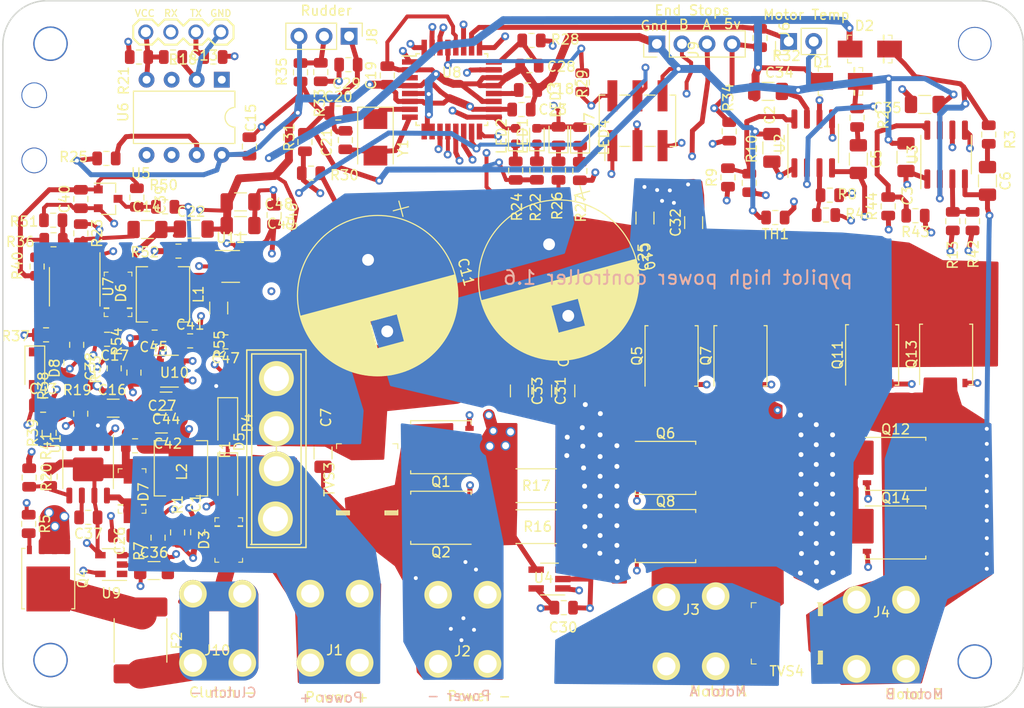
<source format=kicad_pcb>
(kicad_pcb (version 20171130) (host pcbnew 5.1.5+dfsg1-2build2)
  (layers (0 F.Cu signal) (1 In1.Cu signal) (2 In2.Cu signal) (31 B.Cu signal) (34 B.Paste user) (35 F.Paste user) (36 B.SilkS user) (37 F.SilkS user) (38 B.Mask user) (39 F.Mask user) (44 Edge.Cuts user))
  (net 0 "")
  (net 1 GND)
  (net 2 "Net-(C6-Pad1)")
  (net 3 "Net-(C5-Pad1)")
  (net 4 EndB)
  (net 5 EndA)
  (net 6 MISO)
  (net 7 SCK)
  (net 8 RESET)
  (net 9 MOSI)
  (net 10 /sense/Shunt)
  (net 11 Motor_Temp)
  (net 12 Rudder)
  (net 13 RX)
  (net 14 TX)
  (net 15 /sense/PWMAH)
  (net 16 /sense/PWMAL)
  (net 17 "Net-(C5-Pad2)")
  (net 18 "Net-(C6-Pad2)")
  (net 19 /sense/PWMBL)
  (net 20 /sense/PWMBH)
  (net 21 Voltage)
  (net 22 Controller_Temp)
  (net 23 "Net-(LED1-Pad1)")
  (net 24 "Net-(LED2-Pad1)")
  (net 25 +5V)
  (net 26 "Net-(J5-Pad2)")
  (net 27 "Net-(J5-Pad3)")
  (net 28 "Net-(D3-Pad2)")
  (net 29 "Net-(F2-Pad1)")
  (net 30 "Net-(C1-Pad2)")
  (net 31 VCC)
  (net 32 "Net-(C13-Pad1)")
  (net 33 "Net-(C13-Pad2)")
  (net 34 "Net-(C18-Pad1)")
  (net 35 "Net-(C20-Pad2)")
  (net 36 "Net-(C21-Pad2)")
  (net 37 "Net-(J8-Pad2)")
  (net 38 "Net-(LED3-Pad1)")
  (net 39 "Net-(LED4-Pad1)")
  (net 40 "Net-(R4-Pad2)")
  (net 41 "Net-(R10-Pad2)")
  (net 42 "Net-(R18-Pad1)")
  (net 43 "Net-(C14-Pad1)")
  (net 44 "Net-(C17-Pad2)")
  (net 45 "Net-(C26-Pad2)")
  (net 46 "Net-(C28-Pad1)")
  (net 47 "Net-(R20-Pad2)")
  (net 48 "Net-(D4-Pad2)")
  (net 49 VDD)
  (net 50 +12V)
  (net 51 "Net-(C17-Pad1)")
  (net 52 "Net-(C26-Pad1)")
  (net 53 "Net-(Q4-Pad2)")
  (net 54 "Net-(Q5-Pad2)")
  (net 55 "Net-(Q6-Pad2)")
  (net 56 "Net-(Q7-Pad2)")
  (net 57 "Net-(Q8-Pad2)")
  (net 58 "Net-(Q11-Pad2)")
  (net 59 "Net-(Q12-Pad2)")
  (net 60 "Net-(Q13-Pad2)")
  (net 61 "Net-(Q14-Pad2)")
  (net 62 "Net-(R5-Pad1)")
  (net 63 "Net-(R43-Pad2)")
  (net 64 "Net-(U9-Pad1)")
  (net 65 "Net-(C7-Pad2)")
  (net 66 "Net-(C37-Pad2)")
  (net 67 "Net-(C38-Pad2)")
  (net 68 "Net-(R39-Pad1)")
  (net 69 "Net-(R40-Pad1)")
  (net 70 "Net-(C39-Pad1)")
  (net 71 +5VD)
  (net 72 "Net-(C43-Pad1)")
  (net 73 "Net-(C43-Pad2)")
  (net 74 "Net-(C45-Pad2)")
  (net 75 "Net-(D8-Pad1)")
  (net 76 "Net-(L1-Pad1)")
  (net 77 "Net-(R36-Pad1)")
  (net 78 "Net-(R52-Pad2)")
  (net 79 "Net-(D1-Pad1)")
  (net 80 "Net-(D2-Pad1)")
  (net 81 "Net-(R13-Pad2)")
  (net 82 "Net-(C10-Pad2)")
  (module midpower_footprints:PinHeader_2x03_P2.54mm_Vertical_SMD (layer F.Cu) (at 227.233 127.9824 90)
    (fp_text reference J7 (at 0 -4.87 90) (layer F.SilkS))
    (fp_text value ISP)
    (pad 1 smd rect (at -2.525 -2.54 90) (size 3.15 1) (layers F.Cu F.Paste F.Mask) (net 6 MISO))
    (pad 4 smd rect (at 2.525 -2.54 90) (size 3.15 1) (layers F.Cu F.Paste F.Mask) (net 25 +5V))
    (pad 2 smd rect (at -2.525 0 90) (size 3.15 1) (layers F.Cu F.Paste F.Mask) (net 7 SCK))
    (pad 5 smd rect (at 2.525 0 90) (size 3.15 1) (layers F.Cu F.Paste F.Mask) (net 9 MOSI))
    (pad 3 smd rect (at -2.525 2.54 90) (size 3.15 1) (layers F.Cu F.Paste F.Mask) (net 8 RESET))
    (pad 6 smd rect (at 2.525 2.54 90) (size 3.15 1) (layers F.Cu F.Paste F.Mask) (net 1 GND))
  )
  (module Capacitor_SMD:C_1206_3216Metric (layer F.Cu) (at 262.6914 134.0754 270)
    (fp_text reference C6 (at 0 -1.82 90) (layer F.SilkS))
    (fp_text value 10uF)
    (pad 1 smd roundrect (at -1.4 0 270) (size 1.25 1.75) (layers F.Cu F.Paste F.Mask) (roundrect_rratio 0.2) (net 2 "Net-(C6-Pad1)"))
    (pad 2 smd roundrect (at 1.4 0 270) (size 1.25 1.75) (layers F.Cu F.Paste F.Mask) (roundrect_rratio 0.2) (net 18 "Net-(C6-Pad2)"))
  )
  (module Package_SO:SOIC-8_3.9x4.9mm_P1.27mm (layer F.Cu) (at 245.0384 130.2826 90)
    (fp_text reference U2 (at 0 -3.4 90) (layer F.SilkS))
    (fp_text value "UCC27201, NCP81075,  UCC27211 ; NCP5183,  IRS2186 backup:  IRS21867")
    (pad 8 smd roundrect (at 2.475 -1.905 90) (size 1.95 0.6) (layers F.Cu F.Paste F.Mask) (net 41 "Net-(R10-Pad2)"))
    (pad 7 smd roundrect (at 2.475 -0.635 90) (size 1.95 0.6) (layers F.Cu F.Paste F.Mask) (net 1 GND))
    (pad 6 smd roundrect (at 2.475 0.635 90) (size 1.95 0.6) (layers F.Cu F.Paste F.Mask) (net 16 /sense/PWMAL))
    (pad 5 smd roundrect (at 2.475 1.905 90) (size 1.95 0.6) (layers F.Cu F.Paste F.Mask) (net 15 /sense/PWMAH))
    (pad 4 smd roundrect (at -2.475 1.905 90) (size 1.95 0.6) (layers F.Cu F.Paste F.Mask) (net 17 "Net-(C5-Pad2)"))
    (pad 3 smd roundrect (at -2.475 0.635 90) (size 1.95 0.6) (layers F.Cu F.Paste F.Mask) (net 40 "Net-(R4-Pad2)"))
    (pad 2 smd roundrect (at -2.475 -0.635 90) (size 1.95 0.6) (layers F.Cu F.Paste F.Mask) (net 79 "Net-(D1-Pad1)"))
    (pad 1 smd roundrect (at -2.475 -1.905 90) (size 1.95 0.6) (layers F.Cu F.Paste F.Mask) (net 50 +12V))
  )
  (module Resistor_SMD:R_0805_2012Metric (layer F.Cu) (at 165.5618 168.8256 270)
    (fp_text reference R5 (at 0 -1.65 90) (layer F.SilkS))
    (fp_text value 47)
    (pad 1 smd roundrect (at -0.9375 0 270) (size 0.975 1.4) (layers F.Cu F.Paste F.Mask) (net 62 "Net-(R5-Pad1)"))
    (pad 2 smd roundrect (at 0.9375 0 270) (size 0.975 1.4) (layers F.Cu F.Paste F.Mask) (net 53 "Net-(Q4-Pad2)"))
  )
  (module Capacitor_SMD:C_1206_3216Metric (layer F.Cu) (at 240.8474 130.7286 90)
    (fp_text reference C2 (at 3.3244 -0.2032 90) (layer F.SilkS))
    (fp_text value 10uF)
    (pad 1 smd roundrect (at -1.4 0 90) (size 1.25 1.75) (layers F.Cu F.Paste F.Mask) (roundrect_rratio 0.2) (net 50 +12V))
    (pad 2 smd roundrect (at 1.4 0 90) (size 1.25 1.75) (layers F.Cu F.Paste F.Mask) (roundrect_rratio 0.2) (net 1 GND))
  )
  (module Resistor_SMD:R_0805_2012Metric (layer F.Cu) (at 165.6126 164.1243 270)
    (fp_text reference R20 (at -0.0125 -1.75 90) (layer F.SilkS))
    (fp_text value 150k)
    (pad 2 smd roundrect (at 0.9375 0 270) (size 0.975 1.4) (layers F.Cu F.Paste F.Mask) (net 47 "Net-(R20-Pad2)"))
    (pad 1 smd roundrect (at -0.9375 0 270) (size 0.975 1.4) (layers F.Cu F.Paste F.Mask) (net 50 +12V))
  )
  (module Resistor_SMD:R_0805_2012Metric (layer F.Cu) (at 194.1645 133.291 180)
    (fp_text reference R30 (at -3.3805 -0.2032) (layer F.SilkS))
    (fp_text value 100k)
    (pad 2 smd roundrect (at 0.9375 0 180) (size 0.975 1.4) (layers F.Cu F.Paste F.Mask) (net 21 Voltage))
    (pad 1 smd roundrect (at -0.9375 0 180) (size 0.975 1.4) (layers F.Cu F.Paste F.Mask) (net 31 VCC))
  )
  (module Capacitor_SMD:C_0805_2012Metric (layer F.Cu) (at 173.5025 150.12 180)
    (fp_text reference C17 (at -0.7625 -1.65) (layer F.SilkS))
    (fp_text value .22uF)
    (pad 1 smd roundrect (at -0.9375 0 180) (size 0.975 1.4) (layers F.Cu F.Paste F.Mask) (net 51 "Net-(C17-Pad1)"))
    (pad 2 smd roundrect (at 0.9375 0 180) (size 0.975 1.4) (layers F.Cu F.Paste F.Mask) (net 44 "Net-(C17-Pad2)"))
  )
  (module Capacitor_SMD:C_0805_2012Metric (layer F.Cu) (at 180.1875 121.525)
    (fp_text reference C13 (at 3.1219 -0.1524) (layer F.SilkS))
    (fp_text value .1uF)
    (pad 1 smd roundrect (at -0.9375 0) (size 0.975 1.4) (layers F.Cu F.Paste F.Mask) (net 32 "Net-(C13-Pad1)"))
    (pad 2 smd roundrect (at 0.9375 0) (size 0.975 1.4) (layers F.Cu F.Paste F.Mask) (net 33 "Net-(C13-Pad2)"))
  )
  (module Resistor_SMD:R_0805_2012Metric (layer F.Cu) (at 262.8184 129.3794 270)
    (fp_text reference R3 (at 0.508 -2.159 90) (layer F.SilkS))
    (fp_text value 2.2)
    (pad 2 smd roundrect (at 0.9375 0 270) (size 0.975 1.4) (layers F.Cu F.Paste F.Mask) (net 2 "Net-(C6-Pad1)"))
    (pad 1 smd roundrect (at -0.9375 0 270) (size 0.975 1.4) (layers F.Cu F.Paste F.Mask) (net 80 "Net-(D2-Pad1)"))
  )
  (module Resistor_SMD:R_0805_2012Metric (layer F.Cu) (at 167.735 164.0336 90)
    (fp_text reference R41 (at 3.1 -0.4 90) (layer F.SilkS))
    (fp_text value 10k)
    (pad 1 smd roundrect (at -0.9375 0 90) (size 0.975 1.4) (layers F.Cu F.Paste F.Mask) (net 47 "Net-(R20-Pad2)"))
    (pad 2 smd roundrect (at 0.9375 0 90) (size 0.975 1.4) (layers F.Cu F.Paste F.Mask) (net 1 GND))
  )
  (module Package_QFP:TQFP-32_7x7mm_P0.8mm (layer F.Cu) (at 208.4308 124.8238)
    (fp_text reference U8 (at -0.0192 -1.7354) (layer F.SilkS))
    (fp_text value ATmega328P-AU)
    (pad 1 smd rect (at -4.25 -2.8) (size 1.6 0.55) (layers F.Cu F.Paste F.Mask) (net 19 /sense/PWMBL))
    (pad 2 smd rect (at -4.25 -2) (size 1.6 0.55) (layers F.Cu F.Paste F.Mask) (net 1 GND))
    (pad 3 smd rect (at -4.25 -1.2) (size 1.6 0.55) (layers F.Cu F.Paste F.Mask) (net 1 GND))
    (pad 4 smd rect (at -4.25 -0.4) (size 1.6 0.55) (layers F.Cu F.Paste F.Mask) (net 25 +5V))
    (pad 5 smd rect (at -4.25 0.4) (size 1.6 0.55) (layers F.Cu F.Paste F.Mask) (net 1 GND))
    (pad 6 smd rect (at -4.25 1.2) (size 1.6 0.55) (layers F.Cu F.Paste F.Mask) (net 25 +5V))
    (pad 7 smd rect (at -4.25 2) (size 1.6 0.55) (layers F.Cu F.Paste F.Mask) (net 35 "Net-(C20-Pad2)"))
    (pad 8 smd rect (at -4.25 2.8) (size 1.6 0.55) (layers F.Cu F.Paste F.Mask) (net 36 "Net-(C21-Pad2)"))
    (pad 9 smd rect (at -2.8 4.25 90) (size 1.6 0.55) (layers F.Cu F.Paste F.Mask) (net 1 GND))
    (pad 10 smd rect (at -2 4.25 90) (size 1.6 0.55) (layers F.Cu F.Paste F.Mask) (net 1 GND))
    (pad 11 smd rect (at -1.2 4.25 90) (size 1.6 0.55) (layers F.Cu F.Paste F.Mask) (net 5 EndA))
    (pad 12 smd rect (at -0.4 4.25 90) (size 1.6 0.55) (layers F.Cu F.Paste F.Mask) (net 4 EndB))
    (pad 13 smd rect (at 0.4 4.25 90) (size 1.6 0.55) (layers F.Cu F.Paste F.Mask) (net 15 /sense/PWMAH))
    (pad 14 smd rect (at 1.2 4.25 90) (size 1.6 0.55) (layers F.Cu F.Paste F.Mask) (net 20 /sense/PWMBH))
    (pad 15 smd rect (at 2 4.25 90) (size 1.6 0.55) (layers F.Cu F.Paste F.Mask) (net 9 MOSI))
    (pad 16 smd rect (at 2.8 4.25 90) (size 1.6 0.55) (layers F.Cu F.Paste F.Mask) (net 6 MISO))
    (pad 17 smd rect (at 4.25 2.8) (size 1.6 0.55) (layers F.Cu F.Paste F.Mask) (net 7 SCK))
    (pad 18 smd rect (at 4.25 2) (size 1.6 0.55) (layers F.Cu F.Paste F.Mask) (net 25 +5V))
    (pad 19 smd rect (at 4.25 1.2) (size 1.6 0.55) (layers F.Cu F.Paste F.Mask) (net 1 GND))
    (pad 20 smd rect (at 4.25 0.4) (size 1.6 0.55) (layers F.Cu F.Paste F.Mask) (net 34 "Net-(C18-Pad1)"))
    (pad 21 smd rect (at 4.25 -0.4) (size 1.6 0.55) (layers F.Cu F.Paste F.Mask) (net 1 GND))
    (pad 22 smd rect (at 4.25 -1.2) (size 1.6 0.55) (layers F.Cu F.Paste F.Mask) (net 1 GND))
    (pad 23 smd rect (at 4.25 -2) (size 1.6 0.55) (layers F.Cu F.Paste F.Mask) (net 21 Voltage))
    (pad 24 smd rect (at 4.25 -2.8) (size 1.6 0.55) (layers F.Cu F.Paste F.Mask) (net 46 "Net-(C28-Pad1)"))
    (pad 25 smd rect (at 2.8 -4.25 90) (size 1.6 0.55) (layers F.Cu F.Paste F.Mask) (net 22 Controller_Temp))
    (pad 26 smd rect (at 2 -4.25 90) (size 1.6 0.55) (layers F.Cu F.Paste F.Mask) (net 11 Motor_Temp))
    (pad 27 smd rect (at 1.2 -4.25 90) (size 1.6 0.55) (layers F.Cu F.Paste F.Mask) (net 12 Rudder))
    (pad 28 smd rect (at 0.4 -4.25 90) (size 1.6 0.55) (layers F.Cu F.Paste F.Mask) (net 1 GND))
    (pad 29 smd rect (at -0.4 -4.25 90) (size 1.6 0.55) (layers F.Cu F.Paste F.Mask) (net 8 RESET))
    (pad 30 smd rect (at -1.2 -4.25 90) (size 1.6 0.55) (layers F.Cu F.Paste F.Mask) (net 13 RX))
    (pad 31 smd rect (at -2 -4.25 90) (size 1.6 0.55) (layers F.Cu F.Paste F.Mask) (net 14 TX))
    (pad 32 smd rect (at -2.8 -4.25 90) (size 1.6 0.55) (layers F.Cu F.Paste F.Mask) (net 16 /sense/PWMAL))
  )
  (module Capacitor_SMD:C_0805_2012Metric (layer F.Cu) (at 182.6814 169.6661 270)
    (fp_text reference C1 (at -2.9464 0.2032 90) (layer F.SilkS))
    (fp_text value 1uF)
    (pad 2 smd roundrect (at 0.9375 0 270) (size 0.975 1.4) (layers F.Cu F.Paste F.Mask) (net 30 "Net-(C1-Pad2)"))
    (pad 1 smd roundrect (at -0.9375 0 270) (size 0.975 1.4) (layers F.Cu F.Paste F.Mask) (net 31 VCC))
  )
  (module Capacitor_SMD:C_1206_3216Metric (layer F.Cu) (at 254.4364 131.6684 90)
    (fp_text reference C3 (at -3.925 0.15 90) (layer F.SilkS))
    (fp_text value 10uF)
    (pad 2 smd roundrect (at 1.4 0 90) (size 1.25 1.75) (layers F.Cu F.Paste F.Mask) (roundrect_rratio 0.2) (net 1 GND))
    (pad 1 smd roundrect (at -1.4 0 90) (size 1.25 1.75) (layers F.Cu F.Paste F.Mask) (roundrect_rratio 0.2) (net 50 +12V))
  )
  (module Capacitor_SMD:C_1206_3216Metric (layer F.Cu) (at 195.3814 161.6344 270)
    (fp_text reference C7 (at -3.5784 -0.3048 90) (layer F.SilkS))
    (fp_text value 10uF)
    (pad 1 smd roundrect (at -1.4 0 270) (size 1.25 1.75) (layers F.Cu F.Paste F.Mask) (roundrect_rratio 0.2) (net 31 VCC))
    (pad 2 smd roundrect (at 1.4 0 270) (size 1.25 1.75) (layers F.Cu F.Paste F.Mask) (roundrect_rratio 0.2) (net 65 "Net-(C7-Pad2)"))
  )
  (module Capacitor_SMD:C_0805_2012Metric (layer F.Cu) (at 187.925 130.5875 90)
    (fp_text reference C15 (at 2.8875 0.15 90) (layer F.SilkS))
    (fp_text value .1uF)
    (pad 2 smd roundrect (at 0.9375 0 90) (size 0.975 1.4) (layers F.Cu F.Paste F.Mask) (net 1 GND))
    (pad 1 smd roundrect (at -0.9375 0 90) (size 0.975 1.4) (layers F.Cu F.Paste F.Mask) (net 25 +5V))
  )
  (module Capacitor_SMD:C_0805_2012Metric (layer F.Cu) (at 216.1419 124.8664)
    (fp_text reference C18 (at 3.2281 -0.1016) (layer F.SilkS))
    (fp_text value .1uF)
    (pad 2 smd roundrect (at 0.9375 0) (size 0.975 1.4) (layers F.Cu F.Paste F.Mask) (net 1 GND))
    (pad 1 smd roundrect (at -0.9375 0) (size 0.975 1.4) (layers F.Cu F.Paste F.Mask) (net 34 "Net-(C18-Pad1)"))
  )
  (module Capacitor_SMD:C_0805_2012Metric (layer F.Cu) (at 201.8948 123.3932 90)
    (fp_text reference C19 (at 0 -1.65 90) (layer F.SilkS))
    (fp_text value .1uF)
    (pad 1 smd roundrect (at -0.9375 0 90) (size 0.975 1.4) (layers F.Cu F.Paste F.Mask) (net 25 +5V))
    (pad 2 smd roundrect (at 0.9375 0 90) (size 0.975 1.4) (layers F.Cu F.Paste F.Mask) (net 1 GND))
  )
  (module Capacitor_SMD:C_0805_2012Metric (layer F.Cu) (at 196.9285 127.2)
    (fp_text reference C20 (at 0 -1.65) (layer F.SilkS))
    (fp_text value 18pF)
    (pad 2 smd roundrect (at 0.9375 0) (size 0.975 1.4) (layers F.Cu F.Paste F.Mask) (net 35 "Net-(C20-Pad2)"))
    (pad 1 smd roundrect (at -0.9375 0) (size 0.975 1.4) (layers F.Cu F.Paste F.Mask) (net 1 GND))
  )
  (module Capacitor_SMD:C_0805_2012Metric (layer F.Cu) (at 197.642 129.9405 270)
    (fp_text reference C21 (at 0.2309 1.8796 90) (layer F.SilkS))
    (fp_text value 12pF)
    (pad 1 smd roundrect (at -0.9375 0 270) (size 0.975 1.4) (layers F.Cu F.Paste F.Mask) (net 1 GND))
    (pad 2 smd roundrect (at 0.9375 0 270) (size 0.975 1.4) (layers F.Cu F.Paste F.Mask) (net 36 "Net-(C21-Pad2)"))
  )
  (module midpower_footprints:DO-214AC (layer F.Cu) (at 247.8004 123.9946 180)
    (fp_text reference D1 (at 1.8246 1.965) (layer F.SilkS))
    (fp_text value "MUR160, ES1DHE3")
    (pad 2 smd rect (at 2 0 180) (size 2.5 1.7) (layers F.Cu F.Paste F.Mask) (net 50 +12V))
    (pad 1 smd rect (at -2 0 180) (size 2.5 1.7) (layers F.Cu F.Paste F.Mask) (net 79 "Net-(D1-Pad1)"))
  )
  (module midpower_footprints:DO-214AC (layer F.Cu) (at 250.7722 120.718 180)
    (fp_text reference D2 (at 0.55 2.35) (layer F.SilkS))
    (fp_text value MUR160)
    (pad 1 smd rect (at -2 0 180) (size 2.5 1.7) (layers F.Cu F.Paste F.Mask) (net 80 "Net-(D2-Pad1)"))
    (pad 2 smd rect (at 2 0 180) (size 2.5 1.7) (layers F.Cu F.Paste F.Mask) (net 50 +12V))
  )
  (module midpower_footprints:DO-214AC (layer F.Cu) (at 185.831 170.4512 270)
    (fp_text reference D3 (at 0 2.5 270) (layer F.SilkS))
    (fp_text value MUR160)
    (pad 2 smd rect (at 2 0 270) (size 2.5 1.7) (layers F.Cu F.Paste F.Mask) (net 28 "Net-(D3-Pad2)"))
    (pad 1 smd rect (at -2 0 270) (size 2.5 1.7) (layers F.Cu F.Paste F.Mask) (net 49 VDD))
  )
  (module midpower_footprints:uart (layer F.Cu) (at 177.425 119)
    (fp_text reference J5 hide)
    (fp_text value UART_Device hide)
    (fp_text user GND (at 7.6 -1.9) (layer F.SilkS) (effects (font (size 0.7 0.7) (thickness 0.12))))
    (fp_text user RX (at 2.54 -1.905) (layer F.SilkS) (effects (font (size 0.7 0.7) (thickness 0.12))))
    (fp_text user TX (at 5.08 -1.905) (layer F.SilkS) (effects (font (size 0.7 0.7) (thickness 0.12))))
    (fp_text user VCC (at -0.1 -1.9) (layer F.SilkS) (effects (font (size 0.7 0.7) (thickness 0.12))))
    (pad 1 thru_hole oval (at 0 0 90) (size 1.524 1.524) (drill 1.016) (layers *.Cu *.Mask) (net 32 "Net-(C13-Pad1)"))
    (pad 2 thru_hole oval (at 2.54 0 90) (size 1.524 1.524) (drill 1.016) (layers *.Cu *.Mask) (net 26 "Net-(J5-Pad2)"))
    (pad 3 thru_hole oval (at 5.08 0 90) (size 1.524 1.524) (drill 1.016) (layers *.Cu *.Mask) (net 27 "Net-(J5-Pad3)"))
    (pad 4 thru_hole oval (at 7.62 0 90) (size 1.524 1.524) (drill 1.016) (layers *.Cu *.Mask) (net 33 "Net-(C13-Pad2)"))
  )
  (module Connector_PinHeader_2.54mm:PinHeader_1x02_P2.54mm_Vertical (layer F.Cu) (at 242.55 119.95 90)
    (fp_text reference J6 (at 1.15 -0.425 90) (layer F.SilkS))
    (fp_text value Conn_01x02)
    (pad 1 thru_hole rect (at 0 0 90) (size 1.7 1.7) (drill 1) (layers *.Cu *.Mask) (net 11 Motor_Temp))
    (pad 2 thru_hole oval (at 0 2.54 90) (size 1.7 1.7) (drill 1) (layers *.Cu *.Mask) (net 1 GND))
  )
  (module Connector_PinHeader_2.54mm:PinHeader_1x03_P2.54mm_Vertical (layer F.Cu) (at 198.025 119.425 270)
    (fp_text reference J8 (at 0 -2.33 90) (layer F.SilkS))
    (fp_text value Rudder)
    (pad 1 thru_hole rect (at 0 0 270) (size 1.7 1.7) (drill 1) (layers *.Cu *.Mask) (net 1 GND))
    (pad 2 thru_hole oval (at 0 2.54 270) (size 1.7 1.7) (drill 1) (layers *.Cu *.Mask) (net 37 "Net-(J8-Pad2)"))
    (pad 3 thru_hole oval (at 0 5.08 270) (size 1.7 1.7) (drill 1) (layers *.Cu *.Mask) (net 25 +5V))
  )
  (module midpower_footprints:screw_terminal (layer F.Cu) (at 187.2026 182.8984 180)
    (fp_text reference J10 (at 2.54 1.27) (layer F.SilkS))
    (fp_text value power-)
    (pad 1 thru_hole circle (at 0 0 180) (size 2.8 2.8) (drill 1.85) (layers *.Cu *.Mask F.SilkS) (net 28 "Net-(D3-Pad2)"))
    (pad 1 thru_hole circle (at 5 0 180) (size 2.8 2.8) (drill 1.85) (layers *.Cu *.Mask F.SilkS) (net 28 "Net-(D3-Pad2)"))
    (pad 1 thru_hole circle (at 0 7 180) (size 2.8 2.8) (drill 1.85) (layers *.Cu *.Mask F.SilkS) (net 28 "Net-(D3-Pad2)"))
    (pad 1 thru_hole circle (at 5 7 180) (size 2.8 2.8) (drill 1.85) (layers *.Cu *.Mask F.SilkS) (net 28 "Net-(D3-Pad2)"))
  )
  (module LED_SMD:LED_0805_2012Metric (layer F.Cu) (at 219.2342 129.5383 90)
    (fp_text reference LED3 (at 3.6753 -0.2872 90) (layer F.SilkS))
    (fp_text value GREEN)
    (pad 1 smd roundrect (at -0.9375 0 90) (size 0.975 1.4) (layers F.Cu F.Paste F.Mask) (net 38 "Net-(LED3-Pad1)"))
    (pad 2 smd roundrect (at 0.9375 0 90) (size 0.975 1.4) (layers F.Cu F.Paste F.Mask) (net 25 +5V))
  )
  (module LED_SMD:LED_0805_2012Metric (layer F.Cu) (at 221.4186 129.5637 90)
    (fp_text reference LED4 (at -0.0993 2.4284 90) (layer F.SilkS))
    (fp_text value YELLOW)
    (pad 1 smd roundrect (at -0.9375 0 90) (size 0.975 1.4) (layers F.Cu F.Paste F.Mask) (net 39 "Net-(LED4-Pad1)"))
    (pad 2 smd roundrect (at 0.9375 0 90) (size 0.975 1.4) (layers F.Cu F.Paste F.Mask) (net 25 +5V))
  )
  (module Resistor_SMD:R_0805_2012Metric (layer F.Cu) (at 180.6494 169.6892 90)
    (fp_text reference R1 (at 2.8171 0 90) (layer F.SilkS))
    (fp_text value 10k)
    (pad 2 smd roundrect (at 0.9375 0 90) (size 0.975 1.4) (layers F.Cu F.Paste F.Mask) (net 31 VCC))
    (pad 1 smd roundrect (at -0.9375 0 90) (size 0.975 1.4) (layers F.Cu F.Paste F.Mask) (net 30 "Net-(C1-Pad2)"))
  )
  (module Resistor_SMD:R_0805_2012Metric (layer F.Cu) (at 249.4834 127.6776 270)
    (fp_text reference R2 (at 0.2055 -2.667 90) (layer F.SilkS))
    (fp_text value 2.2)
    (pad 1 smd roundrect (at -0.9375 0 270) (size 0.975 1.4) (layers F.Cu F.Paste F.Mask) (net 79 "Net-(D1-Pad1)"))
    (pad 2 smd roundrect (at 0.9375 0 270) (size 0.975 1.4) (layers F.Cu F.Paste F.Mask) (net 3 "Net-(C5-Pad1)"))
  )
  (module Resistor_SMD:R_0805_2012Metric (layer F.Cu) (at 246.3338 137.5328 180)
    (fp_text reference R4 (at -2.9233 0.1016) (layer F.SilkS))
    (fp_text value 47)
    (pad 1 smd roundrect (at -0.9375 0 180) (size 0.975 1.4) (layers F.Cu F.Paste F.Mask) (net 56 "Net-(Q7-Pad2)"))
    (pad 2 smd roundrect (at 0.9375 0 180) (size 0.975 1.4) (layers F.Cu F.Paste F.Mask) (net 40 "Net-(R4-Pad2)"))
  )
  (module Resistor_SMD:R_0805_2012Metric (layer F.Cu) (at 178.6682 170.2203 90)
    (fp_text reference R7 (at -1.3625 -1.9 90) (layer F.SilkS))
    (fp_text value 10k)
    (pad 1 smd roundrect (at -0.9375 0 90) (size 0.975 1.4) (layers F.Cu F.Paste F.Mask) (net 1 GND))
    (pad 2 smd roundrect (at 0.9375 0 90) (size 0.975 1.4) (layers F.Cu F.Paste F.Mask) (net 9 MOSI))
  )
  (module Resistor_SMD:R_2512_6332Metric (layer F.Cu) (at 216.975 169.1 180)
    (fp_text reference R16 (at -0.148 0) (layer F.SilkS))
    (fp_text value 2m)
    (pad 2 smd roundrect (at 2.9 0 180) (size 1.35 3.35) (layers F.Cu F.Paste F.Mask) (roundrect_rratio 0.185185) (net 1 GND))
    (pad 1 smd roundrect (at -2.9 0 180) (size 1.35 3.35) (layers F.Cu F.Paste F.Mask) (roundrect_rratio 0.185185) (net 82 "Net-(C10-Pad2)"))
  )
  (module Resistor_SMD:R_2512_6332Metric (layer F.Cu) (at 216.975 164.95 180)
    (fp_text reference R17 (at 0 0) (layer F.SilkS))
    (fp_text value 2m)
    (pad 1 smd roundrect (at -2.9 0 180) (size 1.35 3.35) (layers F.Cu F.Paste F.Mask) (roundrect_rratio 0.185185) (net 82 "Net-(C10-Pad2)"))
    (pad 2 smd roundrect (at 2.9 0 180) (size 1.35 3.35) (layers F.Cu F.Paste F.Mask) (roundrect_rratio 0.185185) (net 1 GND))
  )
  (module Resistor_SMD:R_0805_2012Metric (layer F.Cu) (at 184.275 121.525 180)
    (fp_text reference R18 (at 3.0875 -0.25) (layer F.SilkS))
    (fp_text value 560)
    (pad 2 smd roundrect (at 0.9375 0 180) (size 0.975 1.4) (layers F.Cu F.Paste F.Mask) (net 27 "Net-(J5-Pad3)"))
    (pad 1 smd roundrect (at -0.9375 0 180) (size 0.975 1.4) (layers F.Cu F.Paste F.Mask) (net 42 "Net-(R18-Pad1)"))
  )
  (module Resistor_SMD:R_0805_2012Metric (layer F.Cu) (at 176.7375 121.525 180)
    (fp_text reference R21 (at 1.5375 -2.4 90) (layer F.SilkS))
    (fp_text value 2k)
    (pad 1 smd roundrect (at -0.9375 0 180) (size 0.975 1.4) (layers F.Cu F.Paste F.Mask) (net 32 "Net-(C13-Pad1)"))
    (pad 2 smd roundrect (at 0.9375 0 180) (size 0.975 1.4) (layers F.Cu F.Paste F.Mask) (net 42 "Net-(R18-Pad1)"))
  )
  (module Resistor_SMD:R_0805_2012Metric (layer F.Cu) (at 217.047 133.0255 270)
    (fp_text reference R22 (at 3.7315 0.127 90) (layer F.SilkS))
    (fp_text value 2.4k)
    (pad 2 smd roundrect (at 0.9375 0 270) (size 0.975 1.4) (layers F.Cu F.Paste F.Mask) (net 1 GND))
    (pad 1 smd roundrect (at -0.9375 0 270) (size 0.975 1.4) (layers F.Cu F.Paste F.Mask) (net 23 "Net-(LED1-Pad1)"))
  )
  (module Resistor_SMD:R_0805_2012Metric (layer F.Cu) (at 214.897 133.038 270)
    (fp_text reference R24 (at 3.683 -0.127 90) (layer F.SilkS))
    (fp_text value 1.2k)
    (pad 1 smd roundrect (at -0.9375 0 270) (size 0.975 1.4) (layers F.Cu F.Paste F.Mask) (net 24 "Net-(LED2-Pad1)"))
    (pad 2 smd roundrect (at 0.9375 0 270) (size 0.975 1.4) (layers F.Cu F.Paste F.Mask) (net 1 GND))
  )
  (module Resistor_SMD:R_0805_2012Metric (layer F.Cu) (at 173.4375 131.8)
    (fp_text reference R25 (at -3.3297 -0.1524) (layer F.SilkS))
    (fp_text value 2.4k)
    (pad 2 smd roundrect (at 0.9375 0) (size 0.975 1.4) (layers F.Cu F.Paste F.Mask) (net 13 RX))
    (pad 1 smd roundrect (at -0.9375 0) (size 0.975 1.4) (layers F.Cu F.Paste F.Mask) (net 25 +5V))
  )
  (module Resistor_SMD:R_0805_2012Metric (layer F.Cu) (at 219.2342 133.038 270)
    (fp_text reference R26 (at 3.556 0.127 90) (layer F.SilkS))
    (fp_text value 1.2k)
    (pad 1 smd roundrect (at -0.9375 0 270) (size 0.975 1.4) (layers F.Cu F.Paste F.Mask) (net 38 "Net-(LED3-Pad1)"))
    (pad 2 smd roundrect (at 0.9375 0 270) (size 0.975 1.4) (layers F.Cu F.Paste F.Mask) (net 14 TX))
  )
  (module Resistor_SMD:R_0805_2012Metric (layer F.Cu) (at 221.397 133.0755 270)
    (fp_text reference R27 (at 3.7569 -0.1016 90) (layer F.SilkS))
    (fp_text value 1.2k)
    (pad 2 smd roundrect (at 0.9375 0 270) (size 0.975 1.4) (layers F.Cu F.Paste F.Mask) (net 13 RX))
    (pad 1 smd roundrect (at -0.9375 0 270) (size 0.975 1.4) (layers F.Cu F.Paste F.Mask) (net 39 "Net-(LED4-Pad1)"))
  )
  (module Resistor_SMD:R_0805_2012Metric (layer F.Cu) (at 216.5 119.85 180)
    (fp_text reference R28 (at -3.4036 0.1016) (layer F.SilkS))
    (fp_text value 2.4k)
    (pad 1 smd roundrect (at -0.9375 0 180) (size 0.975 1.4) (layers F.Cu F.Paste F.Mask) (net 10 /sense/Shunt))
    (pad 2 smd roundrect (at 0.9375 0 180) (size 0.975 1.4) (layers F.Cu F.Paste F.Mask) (net 46 "Net-(C28-Pad1)"))
  )
  (module Resistor_SMD:R_0805_2012Metric (layer F.Cu) (at 221.645 124.0985 270)
    (fp_text reference R29 (at 0.1375 0 90) (layer F.SilkS))
    (fp_text value 10k)
    (pad 2 smd roundrect (at 0.9375 0 270) (size 0.975 1.4) (layers F.Cu F.Paste F.Mask) (net 25 +5V))
    (pad 1 smd roundrect (at -0.9375 0 270) (size 0.975 1.4) (layers F.Cu F.Paste F.Mask) (net 8 RESET))
  )
  (module Resistor_SMD:R_0805_2012Metric (layer F.Cu) (at 193.55 130.1375 270)
    (fp_text reference R31 (at -0.4875 1.6 90) (layer F.SilkS))
    (fp_text value 15k)
    (pad 2 smd roundrect (at 0.9375 0 270) (size 0.975 1.4) (layers F.Cu F.Paste F.Mask) (net 21 Voltage))
    (pad 1 smd roundrect (at -0.9375 0 270) (size 0.975 1.4) (layers F.Cu F.Paste F.Mask) (net 1 GND))
  )
  (module Resistor_SMD:R_0805_2012Metric (layer F.Cu) (at 239.65 119.6 90)
    (fp_text reference R32 (at -1.8125 2.675 180) (layer F.SilkS))
    (fp_text value 10k)
    (pad 2 smd roundrect (at 0.9375 0 90) (size 0.975 1.4) (layers F.Cu F.Paste F.Mask) (net 11 Motor_Temp))
    (pad 1 smd roundrect (at -0.9375 0 90) (size 0.975 1.4) (layers F.Cu F.Paste F.Mask) (net 25 +5V))
  )
  (module Resistor_SMD:R_0805_2012Metric (layer F.Cu) (at 195.15 123.05 270)
    (fp_text reference R33 (at 3.1375 0.1 90) (layer F.SilkS))
    (fp_text value 2.4k)
    (pad 2 smd roundrect (at 0.9375 0 270) (size 0.975 1.4) (layers F.Cu F.Paste F.Mask) (net 12 Rudder))
    (pad 1 smd roundrect (at -0.9375 0 270) (size 0.975 1.4) (layers F.Cu F.Paste F.Mask) (net 37 "Net-(J8-Pad2)"))
  )
  (module Resistor_SMD:R_0805_2012Metric (layer F.Cu) (at 236.5294 129.0611 270)
    (fp_text reference R34 (at -3.4313 0.1016 90) (layer F.SilkS))
    (fp_text value 10k)
    (pad 1 smd roundrect (at -0.9375 0 270) (size 0.975 1.4) (layers F.Cu F.Paste F.Mask) (net 25 +5V))
    (pad 2 smd roundrect (at 0.9375 0 270) (size 0.975 1.4) (layers F.Cu F.Paste F.Mask) (net 22 Controller_Temp))
  )
  (module Resistor_SMD:R_0805_2012Metric (layer F.Cu) (at 241.203 137.7868 180)
    (fp_text reference TH1 (at -0.0125 -1.675) (layer F.SilkS))
    (fp_text value "10k NTC")
    (pad 1 smd roundrect (at -0.9375 0 180) (size 0.975 1.4) (layers F.Cu F.Paste F.Mask) (net 22 Controller_Temp))
    (pad 2 smd roundrect (at 0.9375 0 180) (size 0.975 1.4) (layers F.Cu F.Paste F.Mask) (net 1 GND))
  )
  (module Package_TO_SOT_SMD:SOT-23-5_HandSoldering (layer F.Cu) (at 218.3226 174.408 180)
    (fp_text reference U4 (at 0.596199 0.120599) (layer F.SilkS))
    (fp_text value INA180)
    (pad 1 smd rect (at -1.35 -0.95 180) (size 1.56 0.65) (layers F.Cu F.Paste F.Mask) (net 10 /sense/Shunt))
    (pad 2 smd rect (at -1.35 0 180) (size 1.56 0.65) (layers F.Cu F.Paste F.Mask) (net 1 GND))
    (pad 3 smd rect (at -1.35 0.95 180) (size 1.56 0.65) (layers F.Cu F.Paste F.Mask) (net 82 "Net-(C10-Pad2)"))
    (pad 4 smd rect (at 1.35 0.95 180) (size 1.56 0.65) (layers F.Cu F.Paste F.Mask) (net 1 GND))
    (pad 5 smd rect (at 1.35 -0.95 180) (size 1.56 0.65) (layers F.Cu F.Paste F.Mask) (net 25 +5V))
  )
  (module Package_DIP:DIP-8_W7.62mm (layer F.Cu) (at 185.125 123.825 270)
    (fp_text reference U6 (at 3.2848 9.9912 90) (layer F.SilkS))
    (fp_text value cpc5001)
    (pad 1 thru_hole rect (at 0 0 270) (size 1.6 1.6) (drill 0.8) (layers *.Cu *.Mask) (net 26 "Net-(J5-Pad2)"))
    (pad 5 thru_hole oval (at 7.62 7.62 270) (size 1.6 1.6) (drill 0.8) (layers *.Cu *.Mask) (net 14 TX))
    (pad 2 thru_hole oval (at 0 2.54 270) (size 1.6 1.6) (drill 0.8) (layers *.Cu *.Mask) (net 33 "Net-(C13-Pad2)"))
    (pad 6 thru_hole oval (at 7.62 5.08 270) (size 1.6 1.6) (drill 0.8) (layers *.Cu *.Mask) (net 1 GND))
    (pad 3 thru_hole oval (at 0 5.08 270) (size 1.6 1.6) (drill 0.8) (layers *.Cu *.Mask) (net 42 "Net-(R18-Pad1)"))
    (pad 7 thru_hole oval (at 7.62 2.54 270) (size 1.6 1.6) (drill 0.8) (layers *.Cu *.Mask) (net 13 RX))
    (pad 4 thru_hole oval (at 0 7.62 270) (size 1.6 1.6) (drill 0.8) (layers *.Cu *.Mask) (net 32 "Net-(C13-Pad1)"))
    (pad 8 thru_hole oval (at 7.62 0 270) (size 1.6 1.6) (drill 0.8) (layers *.Cu *.Mask) (net 25 +5V))
  )
  (module Crystal:Crystal_SMD_5032-2Pin_5.0x3.2mm (layer F.Cu) (at 200.69 129.663 270)
    (fp_text reference Y1 (at 1.114 -2.8 90) (layer F.SilkS))
    (fp_text value 8mhz)
    (pad 1 smd rect (at -1.85 0 270) (size 2 2.4) (layers F.Cu F.Paste F.Mask) (net 35 "Net-(C20-Pad2)"))
    (pad 2 smd rect (at 1.85 0 270) (size 2 2.4) (layers F.Cu F.Paste F.Mask) (net 36 "Net-(C21-Pad2)"))
  )
  (module Capacitor_SMD:C_1206_3216Metric (layer F.Cu) (at 177.595 139)
    (fp_text reference C14 (at -0.1 -2.3) (layer F.SilkS))
    (fp_text value 10uF)
    (pad 2 smd roundrect (at 1.4 0) (size 1.25 1.75) (layers F.Cu F.Paste F.Mask) (roundrect_rratio 0.2) (net 1 GND))
    (pad 1 smd roundrect (at -1.4 0) (size 1.25 1.75) (layers F.Cu F.Paste F.Mask) (roundrect_rratio 0.2) (net 43 "Net-(C14-Pad1)"))
  )
  (module Capacitor_SMD:C_1206_3216Metric (layer F.Cu) (at 182.285 138.96 180)
    (fp_text reference C22 (at 0.26 1.76) (layer F.SilkS))
    (fp_text value 10uF)
    (pad 1 smd roundrect (at -1.4 0 180) (size 1.25 1.75) (layers F.Cu F.Paste F.Mask) (roundrect_rratio 0.2) (net 25 +5V))
    (pad 2 smd roundrect (at 1.4 0 180) (size 1.25 1.75) (layers F.Cu F.Paste F.Mask) (roundrect_rratio 0.2) (net 1 GND))
  )
  (module Capacitor_SMD:C_0805_2012Metric (layer F.Cu) (at 215.4815 126.8476)
    (fp_text reference C23 (at 3.1773 0) (layer F.SilkS))
    (fp_text value .1uF)
    (pad 1 smd roundrect (at -0.9375 0) (size 0.975 1.4) (layers F.Cu F.Paste F.Mask) (net 25 +5V))
    (pad 2 smd roundrect (at 0.9375 0) (size 0.975 1.4) (layers F.Cu F.Paste F.Mask) (net 1 GND))
  )
  (module midpower_footprints:DO-214AC (layer F.Cu) (at 174.615 145.57 90)
    (fp_text reference D6 (at 0.15 0.3 90) (layer F.SilkS))
    (fp_text value D)
    (pad 2 smd rect (at 2 0 90) (size 2.5 1.7) (layers F.Cu F.Paste F.Mask) (net 1 GND))
    (pad 1 smd rect (at -2 0 90) (size 2.5 1.7) (layers F.Cu F.Paste F.Mask) (net 51 "Net-(C17-Pad1)"))
  )
  (module Resistor_SMD:R_0805_2012Metric (layer F.Cu) (at 168.0775 140.04 180)
    (fp_text reference R36 (at 3.3625 -0.21) (layer F.SilkS))
    (fp_text value 100k)
    (pad 2 smd roundrect (at 0.9375 0 180) (size 0.975 1.4) (layers F.Cu F.Paste F.Mask) (net 1 GND))
    (pad 1 smd roundrect (at -0.9375 0 180) (size 0.975 1.4) (layers F.Cu F.Paste F.Mask) (net 77 "Net-(R36-Pad1)"))
  )
  (module Resistor_SMD:R_0805_2012Metric (layer F.Cu) (at 168.415 152.4825 270)
    (fp_text reference R38 (at 2.3475 1.38 270) (layer F.SilkS))
    (fp_text value 10k)
    (pad 2 smd roundrect (at 0.9375 0 270) (size 0.975 1.4) (layers F.Cu F.Paste F.Mask) (net 1 GND))
    (pad 1 smd roundrect (at -0.9375 0 270) (size 0.975 1.4) (layers F.Cu F.Paste F.Mask) (net 75 "Net-(D8-Pad1)"))
  )
  (module midpower_footprints:DO-214AB (layer F.Cu) (at 199.8518 164.3044 90)
    (fp_text reference TVS3 (at 0 -3.83 90) (layer F.SilkS))
    (fp_text value TVS)
    (pad 2 smd rect (at 3.45 0.01 90) (size 2.5 3.3) (layers F.Cu F.Paste F.Mask) (net 31 VCC))
    (pad 1 smd rect (at -3.45 0 90) (size 2.5 3.3) (layers F.Cu F.Paste F.Mask) (net 65 "Net-(C7-Pad2)"))
  )
  (module midpower_footprints:DO-214AB (layer F.Cu) (at 242.367 179.91 180)
    (fp_text reference TVS4 (at 0 -3.83) (layer F.SilkS))
    (fp_text value TVS)
    (pad 1 smd rect (at -3.45 0 180) (size 2.5 3.3) (layers F.Cu F.Paste F.Mask) (net 18 "Net-(C6-Pad2)"))
    (pad 2 smd rect (at 3.45 0.01 180) (size 2.5 3.3) (layers F.Cu F.Paste F.Mask) (net 17 "Net-(C5-Pad2)"))
  )
  (module Capacitor_SMD:C_1206_3216Metric (layer F.Cu) (at 219.975 155.35 270)
    (fp_text reference C24 (at -3.8324 0.2032 90) (layer F.SilkS))
    (fp_text value 10uF)
    (pad 1 smd roundrect (at -1.4 0 270) (size 1.25 1.75) (layers F.Cu F.Paste F.Mask) (roundrect_rratio 0.2) (net 31 VCC))
    (pad 2 smd roundrect (at 1.4 0 270) (size 1.25 1.75) (layers F.Cu F.Paste F.Mask) (roundrect_rratio 0.2) (net 82 "Net-(C10-Pad2)"))
  )
  (module Capacitor_SMD:C_1206_3216Metric (layer F.Cu) (at 227.995 137.8376 90)
    (fp_text reference C25 (at -3.9848 -0.1524 90) (layer F.SilkS))
    (fp_text value 10uF)
    (pad 2 smd roundrect (at 1.4 0 90) (size 1.25 1.75) (layers F.Cu F.Paste F.Mask) (roundrect_rratio 0.2) (net 82 "Net-(C10-Pad2)"))
    (pad 1 smd roundrect (at -1.4 0 90) (size 1.25 1.75) (layers F.Cu F.Paste F.Mask) (roundrect_rratio 0.2) (net 31 VCC))
  )
  (module Capacitor_SMD:C_1206_3216Metric (layer F.Cu) (at 174.125 157.1)
    (fp_text reference C16 (at -0.1 -1.85) (layer F.SilkS))
    (fp_text value 10uF)
    (pad 1 smd roundrect (at -1.4 0) (size 1.25 1.75) (layers F.Cu F.Paste F.Mask) (roundrect_rratio 0.2) (net 31 VCC))
    (pad 2 smd roundrect (at 1.4 0) (size 1.25 1.75) (layers F.Cu F.Paste F.Mask) (roundrect_rratio 0.2) (net 1 GND))
  )
  (module Capacitor_SMD:C_0805_2012Metric (layer F.Cu) (at 175.025 170 180)
    (fp_text reference C26 (at 0.2375 -0.55 270) (layer F.SilkS))
    (fp_text value .22uF)
    (pad 1 smd roundrect (at -0.9375 0 180) (size 0.975 1.4) (layers F.Cu F.Paste F.Mask) (net 52 "Net-(C26-Pad1)"))
    (pad 2 smd roundrect (at 0.9375 0 180) (size 0.975 1.4) (layers F.Cu F.Paste F.Mask) (net 45 "Net-(C26-Pad2)"))
  )
  (module Capacitor_SMD:C_1206_3216Metric (layer F.Cu) (at 179.015 158.7 180)
    (fp_text reference C27 (at -0.05 1.85) (layer F.SilkS))
    (fp_text value 10uF)
    (pad 2 smd roundrect (at 1.4 0 180) (size 1.25 1.75) (layers F.Cu F.Paste F.Mask) (roundrect_rratio 0.2) (net 1 GND))
    (pad 1 smd roundrect (at -1.4 0 180) (size 1.25 1.75) (layers F.Cu F.Paste F.Mask) (roundrect_rratio 0.2) (net 50 +12V))
  )
  (module Capacitor_SMD:C_0805_2012Metric (layer F.Cu) (at 216.2875 122.4 180)
    (fp_text reference C28 (at -3.2281 -0.1016) (layer F.SilkS))
    (fp_text value .1uF)
    (pad 2 smd roundrect (at 0.9375 0 180) (size 0.975 1.4) (layers F.Cu F.Paste F.Mask) (net 1 GND))
    (pad 1 smd roundrect (at -0.9375 0 180) (size 0.975 1.4) (layers F.Cu F.Paste F.Mask) (net 46 "Net-(C28-Pad1)"))
  )
  (module Capacitor_SMD:C_0805_2012Metric (layer F.Cu) (at 197.95 122.3)
    (fp_text reference C29 (at -0.2 1.925) (layer F.SilkS))
    (fp_text value .1uF)
    (pad 1 smd roundrect (at -0.9375 0) (size 0.975 1.4) (layers F.Cu F.Paste F.Mask) (net 12 Rudder))
    (pad 2 smd roundrect (at 0.9375 0) (size 0.975 1.4) (layers F.Cu F.Paste F.Mask) (net 1 GND))
  )
  (module midpower_footprints:DO-214AC (layer F.Cu) (at 176.035 165.49 90)
    (fp_text reference D7 (at -0.1 1.15 90) (layer F.SilkS))
    (fp_text value D)
    (pad 2 smd rect (at 2 0 90) (size 2.5 1.7) (layers F.Cu F.Paste F.Mask) (net 1 GND))
    (pad 1 smd rect (at -2 0 90) (size 2.5 1.7) (layers F.Cu F.Paste F.Mask) (net 52 "Net-(C26-Pad1)"))
  )
  (module Resistor_SMD:R_0805_2012Metric (layer F.Cu) (at 170.835 157.6625 90)
    (fp_text reference R19 (at 2.4 -0.35) (layer F.SilkS))
    (fp_text value 120k)
    (pad 2 smd roundrect (at 0.9375 0 90) (size 0.975 1.4) (layers F.Cu F.Paste F.Mask) (net 1 GND))
    (pad 1 smd roundrect (at -0.9375 0 90) (size 0.975 1.4) (layers F.Cu F.Paste F.Mask) (net 7 SCK))
  )
  (module Capacitor_SMD:C_0805_2012Metric (layer F.Cu) (at 219.7654 177.308 180)
    (fp_text reference C30 (at 0.0625 -2 180) (layer F.SilkS))
    (fp_text value .1uF)
    (pad 1 smd roundrect (at -0.9375 0 180) (size 0.975 1.4) (layers F.Cu F.Paste F.Mask) (net 1 GND))
    (pad 2 smd roundrect (at 0.9375 0 180) (size 0.975 1.4) (layers F.Cu F.Paste F.Mask) (net 25 +5V))
  )
  (module Diode_SMD:D_MiniMELF (layer F.Cu) (at 185.7294 158.5868 270)
    (fp_text reference D4 (at 0 -2 90) (layer F.SilkS))
    (fp_text value 5.6v)
    (pad 2 smd rect (at 1.75 0 270) (size 1.3 1.7) (layers F.Cu F.Paste F.Mask) (net 48 "Net-(D4-Pad2)"))
    (pad 1 smd rect (at -1.75 0 270) (size 1.3 1.7) (layers F.Cu F.Paste F.Mask) (net 30 "Net-(C1-Pad2)"))
  )
  (module Diode_SMD:D_MiniMELF (layer F.Cu) (at 185.7294 164.18 270)
    (fp_text reference D5 (at -3.675 -1.175 90) (layer F.SilkS))
    (fp_text value 5.6v)
    (pad 1 smd rect (at -1.75 0 270) (size 1.3 1.7) (layers F.Cu F.Paste F.Mask) (net 48 "Net-(D4-Pad2)"))
    (pad 2 smd rect (at 1.75 0 270) (size 1.3 1.7) (layers F.Cu F.Paste F.Mask) (net 1 GND))
  )
  (module Capacitor_SMD:C_1206_3216Metric (layer F.Cu) (at 217.625 155.35 270)
    (fp_text reference C31 (at 0 -1.82 90) (layer F.SilkS))
    (fp_text value 10uF)
    (pad 1 smd roundrect (at -1.4 0 270) (size 1.25 1.75) (layers F.Cu F.Paste F.Mask) (roundrect_rratio 0.2) (net 31 VCC))
    (pad 2 smd roundrect (at 1.4 0 270) (size 1.25 1.75) (layers F.Cu F.Paste F.Mask) (roundrect_rratio 0.2) (net 82 "Net-(C10-Pad2)"))
  )
  (module Capacitor_SMD:C_1206_3216Metric (layer F.Cu) (at 232.925 138.3 90)
    (fp_text reference C32 (at 0 -1.82 90) (layer F.SilkS))
    (fp_text value 10uF)
    (pad 2 smd roundrect (at 1.4 0 90) (size 1.25 1.75) (layers F.Cu F.Paste F.Mask) (roundrect_rratio 0.2) (net 82 "Net-(C10-Pad2)"))
    (pad 1 smd roundrect (at -1.4 0 90) (size 1.25 1.75) (layers F.Cu F.Paste F.Mask) (roundrect_rratio 0.2) (net 31 VCC))
  )
  (module Capacitor_SMD:C_1206_3216Metric (layer F.Cu) (at 215.275 155.35 270)
    (fp_text reference C33 (at 0 -1.82 90) (layer F.SilkS))
    (fp_text value 10uF)
    (pad 1 smd roundrect (at -1.4 0 270) (size 1.25 1.75) (layers F.Cu F.Paste F.Mask) (roundrect_rratio 0.2) (net 31 VCC))
    (pad 2 smd roundrect (at 1.4 0 270) (size 1.25 1.75) (layers F.Cu F.Paste F.Mask) (roundrect_rratio 0.2) (net 82 "Net-(C10-Pad2)"))
  )
  (module Resistor_SMD:R_0805_2012Metric (layer F.Cu) (at 193.1 123.075 270)
    (fp_text reference R35 (at -0.0625 1.9 90) (layer F.SilkS))
    (fp_text value 100k)
    (pad 1 smd roundrect (at -0.9375 0 270) (size 0.975 1.4) (layers F.Cu F.Paste F.Mask) (net 37 "Net-(J8-Pad2)"))
    (pad 2 smd roundrect (at 0.9375 0 270) (size 0.975 1.4) (layers F.Cu F.Paste F.Mask) (net 1 GND))
  )
  (module Inductor_SMD:L_Sunlord_MWSA0518_5.4x5.2mm (layer F.Cu) (at 179.165 145.57 270)
    (fp_text reference L1 (at 0 -3.6 90) (layer F.SilkS))
    (fp_text value 10uH)
    (pad 1 smd rect (at -2.05 0 270) (size 1.9 2.5) (layers F.Cu F.Paste F.Mask) (net 76 "Net-(L1-Pad1)"))
    (pad 2 smd rect (at 2.05 0 270) (size 1.9 2.5) (layers F.Cu F.Paste F.Mask) (net 51 "Net-(C17-Pad1)"))
  )
  (module Inductor_SMD:L_Sunlord_MWSA0518_5.4x5.2mm (layer F.Cu) (at 180.985 163.19 270)
    (fp_text reference L2 (at 0.35 -0.1 90) (layer F.SilkS))
    (fp_text value 10uH)
    (pad 2 smd rect (at 2.05 0 270) (size 1.9 2.5) (layers F.Cu F.Paste F.Mask) (net 52 "Net-(C26-Pad1)"))
    (pad 1 smd rect (at -2.05 0 270) (size 1.9 2.5) (layers F.Cu F.Paste F.Mask) (net 50 +12V))
  )
  (module Connector_PinHeader_2.54mm:PinHeader_1x04_P2.54mm_Vertical (layer F.Cu) (at 229.2 120.2 90)
    (fp_text reference J9 (at -0.55 3.725 90) (layer F.SilkS))
    (fp_text value "End Stops")
    (pad 1 thru_hole rect (at 0 0 90) (size 1.7 1.7) (drill 1) (layers *.Cu *.Mask) (net 1 GND))
    (pad 2 thru_hole oval (at 0 2.54 90) (size 1.7 1.7) (drill 1) (layers *.Cu *.Mask) (net 4 EndB))
    (pad 3 thru_hole oval (at 0 5.08 90) (size 1.7 1.7) (drill 1) (layers *.Cu *.Mask) (net 5 EndA))
    (pad 4 thru_hole oval (at 0 7.62 90) (size 1.7 1.7) (drill 1) (layers *.Cu *.Mask) (net 25 +5V))
  )
  (module Capacitor_SMD:C_1206_3216Metric (layer F.Cu) (at 249.6104 131.8686 270)
    (fp_text reference C5 (at 0 -1.82 90) (layer F.SilkS))
    (fp_text value 10uF)
    (pad 2 smd roundrect (at 1.4 0 270) (size 1.25 1.75) (layers F.Cu F.Paste F.Mask) (roundrect_rratio 0.2) (net 17 "Net-(C5-Pad2)"))
    (pad 1 smd roundrect (at -1.4 0 270) (size 1.25 1.75) (layers F.Cu F.Paste F.Mask) (roundrect_rratio 0.2) (net 3 "Net-(C5-Pad1)"))
  )
  (module Capacitor_SMD:C_1206_3216Metric (layer F.Cu) (at 240.4634 125.0106)
    (fp_text reference C34 (at 1.146 -1.905) (layer F.SilkS))
    (fp_text value 10uF)
    (pad 1 smd roundrect (at -1.4 0) (size 1.25 1.75) (layers F.Cu F.Paste F.Mask) (roundrect_rratio 0.2) (net 50 +12V))
    (pad 2 smd roundrect (at 1.4 0) (size 1.25 1.75) (layers F.Cu F.Paste F.Mask) (roundrect_rratio 0.2) (net 1 GND))
  )
  (module Capacitor_SMD:C_1206_3216Metric (layer F.Cu) (at 256.3414 126.3314)
    (fp_text reference C35 (at -3.8 0.35) (layer F.SilkS))
    (fp_text value 10uF)
    (pad 2 smd roundrect (at 1.4 0) (size 1.25 1.75) (layers F.Cu F.Paste F.Mask) (roundrect_rratio 0.2) (net 1 GND))
    (pad 1 smd roundrect (at -1.4 0) (size 1.25 1.75) (layers F.Cu F.Paste F.Mask) (roundrect_rratio 0.2) (net 50 +12V))
  )
  (module Resistor_SMD:R_0805_2012Metric (layer F.Cu) (at 167.325 149.67)
    (fp_text reference R37 (at -3.09 0.13) (layer F.SilkS))
    (fp_text value 56k)
    (pad 1 smd roundrect (at -0.9375 0) (size 0.975 1.4) (layers F.Cu F.Paste F.Mask) (net 25 +5V))
    (pad 2 smd roundrect (at 0.9375 0) (size 0.975 1.4) (layers F.Cu F.Paste F.Mask) (net 75 "Net-(D8-Pad1)"))
  )
  (module Capacitor_SMD:C_1206_3216Metric (layer F.Cu) (at 178.2618 173.55)
    (fp_text reference C36 (at 0 -1.82) (layer F.SilkS))
    (fp_text value 10uF)
    (pad 1 smd roundrect (at -1.4 0) (size 1.25 1.75) (layers F.Cu F.Paste F.Mask) (roundrect_rratio 0.2) (net 50 +12V))
    (pad 2 smd roundrect (at 1.4 0) (size 1.25 1.75) (layers F.Cu F.Paste F.Mask) (roundrect_rratio 0.2) (net 1 GND))
  )
  (module pypilot_footprints:TDSON-8-1 (layer F.Cu) (at 207.3194 161.0532 180)
    (fp_text reference Q1 (at 0 -3.5) (layer F.SilkS))
    (fp_text value Q_NMOS_GDS)
    (pad 3 smd rect (at 1.05 0 180) (size 4.55 4.41) (layers F.Cu) (net 65 "Net-(C7-Pad2)"))
    (pad 2 smd rect (at -2.9 1.905 180) (size 0.85 0.5) (layers F.Cu F.Paste F.Mask) (net 30 "Net-(C1-Pad2)"))
    (pad 1 smd rect (at -2.9 0.635 180) (size 0.85 0.5) (layers F.Cu F.Paste F.Mask) (net 1 GND))
    (pad 1 smd rect (at -2.9 -0.635 180) (size 0.85 0.5) (layers F.Cu F.Paste F.Mask) (net 1 GND))
    (pad 1 smd rect (at -2.9 -1.905 180) (size 0.85 0.5) (layers F.Cu F.Paste F.Mask) (net 1 GND))
  )
  (module pypilot_footprints:TDSON-8-1 (layer F.Cu) (at 207.325 168.2 180)
    (fp_text reference Q2 (at 0 -3.5) (layer F.SilkS))
    (fp_text value Q_NMOS_GDS)
    (pad 1 smd rect (at -2.9 -1.905 180) (size 0.85 0.5) (layers F.Cu F.Paste F.Mask) (net 1 GND))
    (pad 1 smd rect (at -2.9 -0.635 180) (size 0.85 0.5) (layers F.Cu F.Paste F.Mask) (net 1 GND))
    (pad 1 smd rect (at -2.9 0.635 180) (size 0.85 0.5) (layers F.Cu F.Paste F.Mask) (net 1 GND))
    (pad 2 smd rect (at -2.9 1.905 180) (size 0.85 0.5) (layers F.Cu F.Paste F.Mask) (net 30 "Net-(C1-Pad2)"))
    (pad 3 smd rect (at 1.05 0 180) (size 4.55 4.41) (layers F.Cu) (net 65 "Net-(C7-Pad2)"))
  )
  (module pypilot_footprints:TDSON-8-1 (layer F.Cu) (at 167.543 174.3624 270)
    (fp_text reference Q4 (at 0 -3.5 90) (layer F.SilkS))
    (fp_text value Q_NMOS_GDS)
    (pad 3 smd rect (at 1.05 0 270) (size 4.55 4.41) (layers F.Cu) (net 29 "Net-(F2-Pad1)"))
    (pad 2 smd rect (at -2.9 1.905 270) (size 0.85 0.5) (layers F.Cu F.Paste F.Mask) (net 53 "Net-(Q4-Pad2)"))
    (pad 1 smd rect (at -2.9 0.635 270) (size 0.85 0.5) (layers F.Cu F.Paste F.Mask) (net 1 GND))
    (pad 1 smd rect (at -2.9 -0.635 270) (size 0.85 0.5) (layers F.Cu F.Paste F.Mask) (net 1 GND))
    (pad 1 smd rect (at -2.9 -1.905 270) (size 0.85 0.5) (layers F.Cu F.Paste F.Mask) (net 1 GND))
  )
  (module pypilot_footprints:TDSON-8-1 (layer F.Cu) (at 230.6874 151.8076 90)
    (fp_text reference Q5 (at 0 -3.5 90) (layer F.SilkS))
    (fp_text value Q_NMOS_GDS)
    (pad 1 smd rect (at -2.9 -1.905 90) (size 0.85 0.5) (layers F.Cu F.Paste F.Mask) (net 17 "Net-(C5-Pad2)"))
    (pad 1 smd rect (at -2.9 -0.635 90) (size 0.85 0.5) (layers F.Cu F.Paste F.Mask) (net 17 "Net-(C5-Pad2)"))
    (pad 1 smd rect (at -2.9 0.635 90) (size 0.85 0.5) (layers F.Cu F.Paste F.Mask) (net 17 "Net-(C5-Pad2)"))
    (pad 2 smd rect (at -2.9 1.905 90) (size 0.85 0.5) (layers F.Cu F.Paste F.Mask) (net 54 "Net-(Q5-Pad2)"))
    (pad 3 smd rect (at 1.05 0 90) (size 4.55 4.41) (layers F.Cu) (net 31 VCC))
  )
  (module pypilot_footprints:TDSON-8-1 (layer F.Cu) (at 230.075 163.15)
    (fp_text reference Q6 (at 0 -3.5) (layer F.SilkS))
    (fp_text value Q_NMOS_GDS)
    (pad 3 smd rect (at 1.05 0) (size 4.55 4.41) (layers F.Cu) (net 17 "Net-(C5-Pad2)"))
    (pad 2 smd rect (at -2.9 1.905) (size 0.85 0.5) (layers F.Cu F.Paste F.Mask) (net 55 "Net-(Q6-Pad2)"))
    (pad 1 smd rect (at -2.9 0.635) (size 0.85 0.5) (layers F.Cu F.Paste F.Mask) (net 82 "Net-(C10-Pad2)"))
    (pad 1 smd rect (at -2.9 -0.635) (size 0.85 0.5) (layers F.Cu F.Paste F.Mask) (net 82 "Net-(C10-Pad2)"))
    (pad 1 smd rect (at -2.9 -1.905) (size 0.85 0.5) (layers F.Cu F.Paste F.Mask) (net 82 "Net-(C10-Pad2)"))
  )
  (module pypilot_footprints:TDSON-8-1 (layer F.Cu) (at 237.6724 151.8032 90)
    (fp_text reference Q7 (at 0 -3.5 90) (layer F.SilkS))
    (fp_text value Q_NMOS_GDS)
    (pad 3 smd rect (at 1.05 0 90) (size 4.55 4.41) (layers F.Cu) (net 31 VCC))
    (pad 2 smd rect (at -2.9 1.905 90) (size 0.85 0.5) (layers F.Cu F.Paste F.Mask) (net 56 "Net-(Q7-Pad2)"))
    (pad 1 smd rect (at -2.9 0.635 90) (size 0.85 0.5) (layers F.Cu F.Paste F.Mask) (net 17 "Net-(C5-Pad2)"))
    (pad 1 smd rect (at -2.9 -0.635 90) (size 0.85 0.5) (layers F.Cu F.Paste F.Mask) (net 17 "Net-(C5-Pad2)"))
    (pad 1 smd rect (at -2.9 -1.905 90) (size 0.85 0.5) (layers F.Cu F.Paste F.Mask) (net 17 "Net-(C5-Pad2)"))
  )
  (module pypilot_footprints:TDSON-8-1 (layer F.Cu) (at 230.075 170.055)
    (fp_text reference Q8 (at 0 -3.5) (layer F.SilkS))
    (fp_text value Q_NMOS_GDS)
    (pad 1 smd rect (at -2.9 -1.905) (size 0.85 0.5) (layers F.Cu F.Paste F.Mask) (net 82 "Net-(C10-Pad2)"))
    (pad 1 smd rect (at -2.9 -0.635) (size 0.85 0.5) (layers F.Cu F.Paste F.Mask) (net 82 "Net-(C10-Pad2)"))
    (pad 1 smd rect (at -2.9 0.635) (size 0.85 0.5) (layers F.Cu F.Paste F.Mask) (net 82 "Net-(C10-Pad2)"))
    (pad 2 smd rect (at -2.9 1.905) (size 0.85 0.5) (layers F.Cu F.Paste F.Mask) (net 57 "Net-(Q8-Pad2)"))
    (pad 3 smd rect (at 1.05 0) (size 4.55 4.41) (layers F.Cu) (net 17 "Net-(C5-Pad2)"))
  )
  (module pypilot_footprints:TDSON-8-1 (layer F.Cu) (at 251.0074 151.706 90)
    (fp_text reference Q11 (at 0 -3.5 90) (layer F.SilkS))
    (fp_text value Q_NMOS_GDS)
    (pad 1 smd rect (at -2.9 -1.905 90) (size 0.85 0.5) (layers F.Cu F.Paste F.Mask) (net 18 "Net-(C6-Pad2)"))
    (pad 1 smd rect (at -2.9 -0.635 90) (size 0.85 0.5) (layers F.Cu F.Paste F.Mask) (net 18 "Net-(C6-Pad2)"))
    (pad 1 smd rect (at -2.9 0.635 90) (size 0.85 0.5) (layers F.Cu F.Paste F.Mask) (net 18 "Net-(C6-Pad2)"))
    (pad 2 smd rect (at -2.9 1.905 90) (size 0.85 0.5) (layers F.Cu F.Paste F.Mask) (net 58 "Net-(Q11-Pad2)"))
    (pad 3 smd rect (at 1.05 0 90) (size 4.55 4.41) (layers F.Cu) (net 31 VCC))
  )
  (module pypilot_footprints:TDSON-8-1 (layer F.Cu) (at 253.3834 162.7444)
    (fp_text reference Q12 (at 0 -3.5) (layer F.SilkS))
    (fp_text value Q_NMOS_GDS)
    (pad 3 smd rect (at 1.05 0) (size 4.55 4.41) (layers F.Cu) (net 18 "Net-(C6-Pad2)"))
    (pad 2 smd rect (at -2.9 1.905) (size 0.85 0.5) (layers F.Cu F.Paste F.Mask) (net 59 "Net-(Q12-Pad2)"))
    (pad 1 smd rect (at -2.9 0.635) (size 0.85 0.5) (layers F.Cu F.Paste F.Mask) (net 82 "Net-(C10-Pad2)"))
    (pad 1 smd rect (at -2.9 -0.635) (size 0.85 0.5) (layers F.Cu F.Paste F.Mask) (net 82 "Net-(C10-Pad2)"))
    (pad 1 smd rect (at -2.9 -1.905) (size 0.85 0.5) (layers F.Cu F.Paste F.Mask) (net 82 "Net-(C10-Pad2)"))
  )
  (module pypilot_footprints:TDSON-8-1 (layer F.Cu) (at 258.5004 151.6508 90)
    (fp_text reference Q13 (at 0 -3.5 90) (layer F.SilkS))
    (fp_text value Q_NMOS_GDS)
    (pad 1 smd rect (at -2.9 -1.905 90) (size 0.85 0.5) (layers F.Cu F.Paste F.Mask) (net 18 "Net-(C6-Pad2)"))
    (pad 1 smd rect (at -2.9 -0.635 90) (size 0.85 0.5) (layers F.Cu F.Paste F.Mask) (net 18 "Net-(C6-Pad2)"))
    (pad 1 smd rect (at -2.9 0.635 90) (size 0.85 0.5) (layers F.Cu F.Paste F.Mask) (net 18 "Net-(C6-Pad2)"))
    (pad 2 smd rect (at -2.9 1.905 90) (size 0.85 0.5) (layers F.Cu F.Paste F.Mask) (net 60 "Net-(Q13-Pad2)"))
    (pad 3 smd rect (at 1.05 0 90) (size 4.55 4.41) (layers F.Cu) (net 31 VCC))
  )
  (module pypilot_footprints:TDSON-8-1 (layer F.Cu) (at 253.3834 169.6894)
    (fp_text reference Q14 (at 0 -3.5) (layer F.SilkS))
    (fp_text value Q_NMOS_GDS)
    (pad 3 smd rect (at 1.05 0) (size 4.55 4.41) (layers F.Cu) (net 18 "Net-(C6-Pad2)"))
    (pad 2 smd rect (at -2.9 1.905) (size 0.85 0.5) (layers F.Cu F.Paste F.Mask) (net 61 "Net-(Q14-Pad2)"))
    (pad 1 smd rect (at -2.9 0.635) (size 0.85 0.5) (layers F.Cu F.Paste F.Mask) (net 82 "Net-(C10-Pad2)"))
    (pad 1 smd rect (at -2.9 -0.635) (size 0.85 0.5) (layers F.Cu F.Paste F.Mask) (net 82 "Net-(C10-Pad2)"))
    (pad 1 smd rect (at -2.9 -1.905) (size 0.85 0.5) (layers F.Cu F.Paste F.Mask) (net 82 "Net-(C10-Pad2)"))
  )
  (module Resistor_SMD:R_0805_2012Metric (layer F.Cu) (at 246.7209 135.5236 180)
    (fp_text reference R8 (at -1.7625 0.1) (layer F.SilkS))
    (fp_text value 47)
    (pad 2 smd roundrect (at 0.9375 0 180) (size 0.975 1.4) (layers F.Cu F.Paste F.Mask) (net 40 "Net-(R4-Pad2)"))
    (pad 1 smd roundrect (at -0.9375 0 180) (size 0.975 1.4) (layers F.Cu F.Paste F.Mask) (net 54 "Net-(Q5-Pad2)"))
  )
  (module Resistor_SMD:R_0805_2012Metric (layer F.Cu) (at 236.4024 133.7251 90)
    (fp_text reference R9 (at 0 -1.65 90) (layer F.SilkS))
    (fp_text value 47)
    (pad 2 smd roundrect (at 0.9375 0 90) (size 0.975 1.4) (layers F.Cu F.Paste F.Mask) (net 41 "Net-(R10-Pad2)"))
    (pad 1 smd roundrect (at -0.9375 0 90) (size 0.975 1.4) (layers F.Cu F.Paste F.Mask) (net 55 "Net-(Q6-Pad2)"))
  )
  (module Resistor_SMD:R_0805_2012Metric (layer F.Cu) (at 238.5614 134.2816 90)
    (fp_text reference R10 (at 3.45 0.25 90) (layer F.SilkS))
    (fp_text value 47)
    (pad 1 smd roundrect (at -0.9375 0 90) (size 0.975 1.4) (layers F.Cu F.Paste F.Mask) (net 57 "Net-(Q8-Pad2)"))
    (pad 2 smd roundrect (at 0.9375 0 90) (size 0.975 1.4) (layers F.Cu F.Paste F.Mask) (net 41 "Net-(R10-Pad2)"))
  )
  (module Resistor_SMD:R_0805_2012Metric (layer F.Cu) (at 259.1778 138.1559 90)
    (fp_text reference R13 (at -3.4375 0 90) (layer F.SilkS))
    (fp_text value 47)
    (pad 1 smd roundrect (at -0.9375 0 90) (size 0.975 1.4) (layers F.Cu F.Paste F.Mask) (net 58 "Net-(Q11-Pad2)"))
    (pad 2 smd roundrect (at 0.9375 0 90) (size 0.975 1.4) (layers F.Cu F.Paste F.Mask) (net 81 "Net-(R13-Pad2)"))
  )
  (module Resistor_SMD:R_0805_2012Metric (layer F.Cu) (at 261.1778 138.1559 90)
    (fp_text reference R42 (at -3.3375 0.1 90) (layer F.SilkS))
    (fp_text value 47)
    (pad 2 smd roundrect (at 0.9375 0 90) (size 0.975 1.4) (layers F.Cu F.Paste F.Mask) (net 81 "Net-(R13-Pad2)"))
    (pad 1 smd roundrect (at -0.9375 0 90) (size 0.975 1.4) (layers F.Cu F.Paste F.Mask) (net 60 "Net-(Q13-Pad2)"))
  )
  (module Resistor_SMD:R_0805_2012Metric (layer F.Cu) (at 255.3959 137.5992 180)
    (fp_text reference R43 (at 0 -1.65) (layer F.SilkS))
    (fp_text value 47)
    (pad 1 smd roundrect (at -0.9375 0 180) (size 0.975 1.4) (layers F.Cu F.Paste F.Mask) (net 61 "Net-(Q14-Pad2)"))
    (pad 2 smd roundrect (at 0.9375 0 180) (size 0.975 1.4) (layers F.Cu F.Paste F.Mask) (net 63 "Net-(R43-Pad2)"))
  )
  (module Resistor_SMD:R_0805_2012Metric (layer F.Cu) (at 252.6334 136.6492 90)
    (fp_text reference R44 (at 0 -1.65 90) (layer F.SilkS))
    (fp_text value 47)
    (pad 2 smd roundrect (at 0.9375 0 90) (size 0.975 1.4) (layers F.Cu F.Paste F.Mask) (net 63 "Net-(R43-Pad2)"))
    (pad 1 smd roundrect (at -0.9375 0 90) (size 0.975 1.4) (layers F.Cu F.Paste F.Mask) (net 59 "Net-(Q12-Pad2)"))
  )
  (module Package_TO_SOT_SMD:SOT-23-5 (layer F.Cu) (at 173.9262 172.9404 180)
    (fp_text reference U9 (at 0 -2.9) (layer F.SilkS))
    (fp_text value MCP1416)
    (pad 1 smd rect (at -1.1 -0.95 180) (size 1.06 0.65) (layers F.Cu F.Paste F.Mask) (net 64 "Net-(U9-Pad1)"))
    (pad 2 smd rect (at -1.1 0 180) (size 1.06 0.65) (layers F.Cu F.Paste F.Mask) (net 50 +12V))
    (pad 3 smd rect (at -1.1 0.95 180) (size 1.06 0.65) (layers F.Cu F.Paste F.Mask) (net 9 MOSI))
    (pad 4 smd rect (at 1.1 0.95 180) (size 1.06 0.65) (layers F.Cu F.Paste F.Mask) (net 1 GND))
    (pad 5 smd rect (at 1.1 -0.95 180) (size 1.06 0.65) (layers F.Cu F.Paste F.Mask) (net 62 "Net-(R5-Pad1)"))
  )
  (module Capacitor_SMD:C_0805_2012Metric (layer F.Cu) (at 170.425 150.6825 90)
    (fp_text reference C38 (at -2.1875 1.4 90) (layer F.SilkS))
    (fp_text value 22nF)
    (pad 2 smd roundrect (at 0.9375 0 90) (size 0.975 1.4) (layers F.Cu F.Paste F.Mask) (net 67 "Net-(C38-Pad2)"))
    (pad 1 smd roundrect (at -0.9375 0 90) (size 0.975 1.4) (layers F.Cu F.Paste F.Mask) (net 1 GND))
  )
  (module Resistor_SMD:R_0805_2012Metric (layer F.Cu) (at 167.635 159.6 90)
    (fp_text reference R39 (at 0 -1.65 90) (layer F.SilkS))
    (fp_text value 47k)
    (pad 1 smd roundrect (at -0.9375 0 90) (size 0.975 1.4) (layers F.Cu F.Paste F.Mask) (net 68 "Net-(R39-Pad1)"))
    (pad 2 smd roundrect (at 0.9375 0 90) (size 0.975 1.4) (layers F.Cu F.Paste F.Mask) (net 1 GND))
  )
  (module Resistor_SMD:R_0805_2012Metric (layer F.Cu) (at 166.415 142.75 270)
    (fp_text reference R40 (at -0.0875 1.99 90) (layer F.SilkS))
    (fp_text value 47k)
    (pad 2 smd roundrect (at 0.9375 0 270) (size 0.975 1.4) (layers F.Cu F.Paste F.Mask) (net 1 GND))
    (pad 1 smd roundrect (at -0.9375 0 270) (size 0.975 1.4) (layers F.Cu F.Paste F.Mask) (net 69 "Net-(R40-Pad1)"))
  )
  (module Package_SO:HSOP-8-1EP_3.9x4.9mm_P1.27mm_EP2.41x3.1mm (layer F.Cu) (at 171.585 163.3 270)
    (fp_text reference U1 (at -2.6 3.3 90) (layer F.SilkS))
    (fp_text value ADP2302ARDZ)
    (pad 9 smd roundrect (at 0 0 270) (size 2.41 3.1) (layers F.Cu F.Mask) (roundrect_rratio 0.104))
    (pad 1 smd roundrect (at -2.65 -1.905 270) (size 1.6 0.6) (layers F.Cu F.Paste F.Mask) (net 45 "Net-(C26-Pad2)"))
    (pad 2 smd roundrect (at -2.65 -0.635 270) (size 1.6 0.6) (layers F.Cu F.Paste F.Mask) (net 31 VCC))
    (pad 3 smd roundrect (at -2.65 0.635 270) (size 1.6 0.6) (layers F.Cu F.Paste F.Mask) (net 7 SCK))
    (pad 4 smd roundrect (at -2.65 1.905 270) (size 1.6 0.6) (layers F.Cu F.Paste F.Mask) (net 68 "Net-(R39-Pad1)"))
    (pad 5 smd roundrect (at 2.65 1.905 270) (size 1.6 0.6) (layers F.Cu F.Paste F.Mask) (net 47 "Net-(R20-Pad2)"))
    (pad 6 smd roundrect (at 2.65 0.635 270) (size 1.6 0.6) (layers F.Cu F.Paste F.Mask) (net 66 "Net-(C37-Pad2)"))
    (pad 7 smd roundrect (at 2.65 -0.635 270) (size 1.6 0.6) (layers F.Cu F.Paste F.Mask) (net 1 GND))
    (pad 8 smd roundrect (at 2.65 -1.905 270) (size 1.6 0.6) (layers F.Cu F.Paste F.Mask) (net 52 "Net-(C26-Pad1)"))
  )
  (module Capacitor_SMD:C_0805_2012Metric (layer F.Cu) (at 171.607 168.1652 180)
    (fp_text reference C37 (at 0 -1.65) (layer F.SilkS))
    (fp_text value 22nF)
    (pad 1 smd roundrect (at -0.9375 0 180) (size 0.975 1.4) (layers F.Cu F.Paste F.Mask) (net 1 GND))
    (pad 2 smd roundrect (at 0.9375 0 180) (size 0.975 1.4) (layers F.Cu F.Paste F.Mask) (net 66 "Net-(C37-Pad2)"))
  )
  (module Capacitor_SMD:C_0805_2012Metric (layer F.Cu) (at 176.525 135.7625 90)
    (fp_text reference C39 (at -0.2375 2.4 90) (layer F.SilkS))
    (fp_text value 4.7uF)
    (pad 2 smd roundrect (at 0.9375 0 90) (size 0.975 1.4) (layers F.Cu F.Paste F.Mask) (net 1 GND))
    (pad 1 smd roundrect (at -0.9375 0 90) (size 0.975 1.4) (layers F.Cu F.Paste F.Mask) (net 70 "Net-(C39-Pad1)"))
  )
  (module Capacitor_SMD:C_0805_2012Metric (layer F.Cu) (at 170.845 135.9125 90)
    (fp_text reference C40 (at 0 -1.65 90) (layer F.SilkS))
    (fp_text value 4.7uF)
    (pad 1 smd roundrect (at -0.9375 0 90) (size 0.975 1.4) (layers F.Cu F.Paste F.Mask) (net 71 +5VD))
    (pad 2 smd roundrect (at 0.9375 0 90) (size 0.975 1.4) (layers F.Cu F.Paste F.Mask) (net 1 GND))
  )
  (module Capacitor_SMD:C_0805_2012Metric (layer F.Cu) (at 181.9194 150.2836)
    (fp_text reference C41 (at 0 -1.65) (layer F.SilkS))
    (fp_text value .1uF)
    (pad 1 smd roundrect (at -0.9375 0) (size 0.975 1.4) (layers F.Cu F.Paste F.Mask) (net 71 +5VD))
    (pad 2 smd roundrect (at 0.9375 0) (size 0.975 1.4) (layers F.Cu F.Paste F.Mask) (net 1 GND))
  )
  (module Capacitor_SMD:C_0805_2012Metric (layer F.Cu) (at 176.3425 160.91 180)
    (fp_text reference C42 (at -3.32 0.22) (layer F.SilkS))
    (fp_text value .1uF)
    (pad 1 smd roundrect (at -0.9375 0 180) (size 0.975 1.4) (layers F.Cu F.Paste F.Mask) (net 50 +12V))
    (pad 2 smd roundrect (at 0.9375 0 180) (size 0.975 1.4) (layers F.Cu F.Paste F.Mask) (net 1 GND))
  )
  (module Capacitor_SMD:C_0805_2012Metric (layer F.Cu) (at 167.025 156.8)
    (fp_text reference C43 (at 0 -1.65) (layer F.SilkS))
    (fp_text value 22nF)
    (pad 1 smd roundrect (at -0.9375 0) (size 0.975 1.4) (layers F.Cu F.Paste F.Mask) (net 72 "Net-(C43-Pad1)"))
    (pad 2 smd roundrect (at 0.9375 0) (size 0.975 1.4) (layers F.Cu F.Paste F.Mask) (net 73 "Net-(C43-Pad2)"))
  )
  (module Capacitor_SMD:C_1206_3216Metric (layer F.Cu) (at 179.485 156.38 180)
    (fp_text reference C44 (at 0 -1.82) (layer F.SilkS))
    (fp_text value 10uF)
    (pad 2 smd roundrect (at 1.4 0 180) (size 1.25 1.75) (layers F.Cu F.Paste F.Mask) (roundrect_rratio 0.2) (net 1 GND))
    (pad 1 smd roundrect (at -1.4 0 180) (size 1.25 1.75) (layers F.Cu F.Paste F.Mask) (roundrect_rratio 0.2) (net 50 +12V))
  )
  (module Capacitor_SMD:C_0805_2012Metric (layer F.Cu) (at 178.325 149.9)
    (fp_text reference C45 (at -0.1 1) (layer F.SilkS))
    (fp_text value .1uF)
    (pad 2 smd roundrect (at 0.9375 0) (size 0.975 1.4) (layers F.Cu F.Paste F.Mask) (net 74 "Net-(C45-Pad2)"))
    (pad 1 smd roundrect (at -0.9375 0) (size 0.975 1.4) (layers F.Cu F.Paste F.Mask) (net 1 GND))
  )
  (module Capacitor_SMD:C_0805_2012Metric (layer F.Cu) (at 190.425 137.5328 90)
    (fp_text reference C46 (at -0.1875 1.82 90) (layer F.SilkS))
    (fp_text value .1uF)
    (pad 2 smd roundrect (at 0.9375 0 90) (size 0.975 1.4) (layers F.Cu F.Paste F.Mask) (net 1 GND))
    (pad 1 smd roundrect (at -0.9375 0 90) (size 0.975 1.4) (layers F.Cu F.Paste F.Mask) (net 71 +5VD))
  )
  (module Capacitor_SMD:C_0805_2012Metric (layer F.Cu) (at 185.4985 150.3852 180)
    (fp_text reference C47 (at 0 -1.65) (layer F.SilkS))
    (fp_text value .1uF)
    (pad 2 smd roundrect (at 0.9375 0 180) (size 0.975 1.4) (layers F.Cu F.Paste F.Mask) (net 1 GND))
    (pad 1 smd roundrect (at -0.9375 0 180) (size 0.975 1.4) (layers F.Cu F.Paste F.Mask) (net 25 +5V))
  )
  (module Capacitor_SMD:C_1206_3216Metric (layer F.Cu) (at 187.025 136.2)
    (fp_text reference C48 (at 3.88 0.21) (layer F.SilkS))
    (fp_text value 10uF)
    (pad 1 smd roundrect (at -1.4 0) (size 1.25 1.75) (layers F.Cu F.Paste F.Mask) (roundrect_rratio 0.2) (net 25 +5V))
    (pad 2 smd roundrect (at 1.4 0) (size 1.25 1.75) (layers F.Cu F.Paste F.Mask) (roundrect_rratio 0.2) (net 1 GND))
  )
  (module Capacitor_SMD:C_1206_3216Metric (layer F.Cu) (at 187.025 138.6)
    (fp_text reference C49 (at 4.13 -0.2) (layer F.SilkS))
    (fp_text value 10uF)
    (pad 2 smd roundrect (at 1.4 0) (size 1.25 1.75) (layers F.Cu F.Paste F.Mask) (roundrect_rratio 0.2) (net 1 GND))
    (pad 1 smd roundrect (at -1.4 0) (size 1.25 1.75) (layers F.Cu F.Paste F.Mask) (roundrect_rratio 0.2) (net 25 +5V))
  )
  (module Diode_SMD:D_SOD-123 (layer F.Cu) (at 166.185 153.05 270)
    (fp_text reference D8 (at 0 -2 90) (layer F.SilkS))
    (fp_text value D)
    (pad 1 smd rect (at -1.65 0 270) (size 0.9 1.2) (layers F.Cu F.Paste F.Mask) (net 75 "Net-(D8-Pad1)"))
    (pad 2 smd rect (at 1.65 0 270) (size 0.9 1.2) (layers F.Cu F.Paste F.Mask) (net 72 "Net-(C43-Pad1)"))
  )
  (module Resistor_SMD:R_0805_2012Metric (layer F.Cu) (at 179.3875 136.7)
    (fp_text reference R50 (at -0.16 -2.21) (layer F.SilkS))
    (fp_text value 560)
    (pad 2 smd roundrect (at 0.9375 0) (size 0.975 1.4) (layers F.Cu F.Paste F.Mask) (net 31 VCC))
    (pad 1 smd roundrect (at -0.9375 0) (size 0.975 1.4) (layers F.Cu F.Paste F.Mask) (net 70 "Net-(C39-Pad1)"))
  )
  (module Resistor_SMD:R_0805_2012Metric (layer F.Cu) (at 168.0475 138.06)
    (fp_text reference R51 (at -2.9625 0.13) (layer F.SilkS))
    (fp_text value 180k)
    (pad 1 smd roundrect (at -0.9375 0) (size 0.975 1.4) (layers F.Cu F.Paste F.Mask) (net 71 +5VD))
    (pad 2 smd roundrect (at 0.9375 0) (size 0.975 1.4) (layers F.Cu F.Paste F.Mask) (net 77 "Net-(R36-Pad1)"))
  )
  (module Resistor_SMD:R_0805_2012Metric (layer F.Cu) (at 180.7325 141.19)
    (fp_text reference R52 (at -3.4075 0.11) (layer F.SilkS))
    (fp_text value 10k)
    (pad 1 smd roundrect (at -0.9375 0) (size 0.975 1.4) (layers F.Cu F.Paste F.Mask) (net 74 "Net-(C45-Pad2)"))
    (pad 2 smd roundrect (at 0.9375 0) (size 0.975 1.4) (layers F.Cu F.Paste F.Mask) (net 78 "Net-(R52-Pad2)"))
  )
  (module Resistor_SMD:R_0805_2012Metric (layer F.Cu) (at 174.225 153.0625 90)
    (fp_text reference R53 (at -0.1175 -1.88 90) (layer F.SilkS))
    (fp_text value 27k)
    (pad 1 smd roundrect (at -0.9375 0 90) (size 0.975 1.4) (layers F.Cu F.Paste F.Mask) (net 73 "Net-(C43-Pad2)"))
    (pad 2 smd roundrect (at 0.9375 0 90) (size 0.975 1.4) (layers F.Cu F.Paste F.Mask) (net 71 +5VD))
  )
  (module Resistor_SMD:R_0805_2012Metric (layer F.Cu) (at 176.225 153.5 270)
    (fp_text reference R54 (at -3.14 1.73 90) (layer F.SilkS))
    (fp_text value 10k)
    (pad 2 smd roundrect (at 0.9375 0 270) (size 0.975 1.4) (layers F.Cu F.Paste F.Mask) (net 73 "Net-(C43-Pad2)"))
    (pad 1 smd roundrect (at -0.9375 0 270) (size 0.975 1.4) (layers F.Cu F.Paste F.Mask) (net 1 GND))
  )
  (module Package_TO_SOT_SMD:SOT-23 (layer F.Cu) (at 173.615 135.89)
    (fp_text reference U5 (at 3.3 -2.59) (layer F.SilkS))
    (fp_text value AMS1117CD-5.0)
    (pad 1 smd rect (at -1 -0.95) (size 0.9 0.8) (layers F.Cu F.Paste F.Mask) (net 1 GND))
    (pad 2 smd rect (at -1 0.95) (size 0.9 0.8) (layers F.Cu F.Paste F.Mask) (net 71 +5VD))
    (pad 3 smd rect (at 1 0) (size 0.9 0.8) (layers F.Cu F.Paste F.Mask) (net 70 "Net-(C39-Pad1)"))
  )
  (module Package_TO_SOT_SMD:SOT-23-5 (layer F.Cu) (at 179.825 153.35)
    (fp_text reference U10 (at 0.5 0.15) (layer F.SilkS))
    (fp_text value LM321)
    (pad 1 smd rect (at -1.1 -0.95) (size 1.06 0.65) (layers F.Cu F.Paste F.Mask) (net 74 "Net-(C45-Pad2)"))
    (pad 2 smd rect (at -1.1 0) (size 1.06 0.65) (layers F.Cu F.Paste F.Mask) (net 1 GND))
    (pad 3 smd rect (at -1.1 0.95) (size 1.06 0.65) (layers F.Cu F.Paste F.Mask) (net 73 "Net-(C43-Pad2)"))
    (pad 4 smd rect (at 1.1 0.95) (size 1.06 0.65) (layers F.Cu F.Paste F.Mask) (net 72 "Net-(C43-Pad1)"))
    (pad 5 smd rect (at 1.1 -0.95) (size 1.06 0.65) (layers F.Cu F.Paste F.Mask) (net 71 +5VD))
  )
  (module Package_TO_SOT_SMD:SOT-23-5_HandSoldering (layer F.Cu) (at 186.025 142.74)
    (fp_text reference U11 (at 0 -2.9) (layer F.SilkS))
    (fp_text value INA180)
    (pad 1 smd rect (at -1.35 -0.95) (size 1.56 0.65) (layers F.Cu F.Paste F.Mask) (net 78 "Net-(R52-Pad2)"))
    (pad 2 smd rect (at -1.35 0) (size 1.56 0.65) (layers F.Cu F.Paste F.Mask) (net 1 GND))
    (pad 3 smd rect (at -1.35 0.95) (size 1.56 0.65) (layers F.Cu F.Paste F.Mask) (net 76 "Net-(L1-Pad1)"))
    (pad 4 smd rect (at 1.35 0.95) (size 1.56 0.65) (layers F.Cu F.Paste F.Mask) (net 25 +5V))
    (pad 5 smd rect (at 1.35 -0.95) (size 1.56 0.65) (layers F.Cu F.Paste F.Mask) (net 71 +5VD))
  )
  (module Resistor_SMD:R_0805_2012Metric (layer F.Cu) (at 170.845 139.3875 270)
    (fp_text reference R23 (at 0 -1.65 90) (layer F.SilkS))
    (fp_text value 10)
    (pad 1 smd roundrect (at -0.9375 0 270) (size 0.975 1.4) (layers F.Cu F.Paste F.Mask) (net 31 VCC))
    (pad 2 smd roundrect (at 0.9375 0 270) (size 0.975 1.4) (layers F.Cu F.Paste F.Mask) (net 43 "Net-(C14-Pad1)"))
  )
  (module Resistor_SMD:R_1206_3216Metric (layer F.Cu) (at 184.815 146.9532 90)
    (fp_text reference R55 (at -3.7 0.08 90) (layer F.SilkS))
    (fp_text value 100m)
    (pad 1 smd roundrect (at -1.4 0 90) (size 1.25 1.75) (layers F.Cu F.Paste F.Mask) (roundrect_rratio 0.2) (net 25 +5V))
    (pad 2 smd roundrect (at 1.4 0 90) (size 1.25 1.75) (layers F.Cu F.Paste F.Mask) (roundrect_rratio 0.2) (net 76 "Net-(L1-Pad1)"))
  )
  (module Package_SO:HSOP-8-1EP_3.9x4.9mm_P1.27mm_EP2.41x3.1mm (layer F.Cu) (at 170.225 144.8 270)
    (fp_text reference U7 (at 0 -3.4 90) (layer F.SilkS))
    (fp_text value ADP2302ARDZ)
    (pad 9 smd roundrect (at 0 0 270) (size 2.41 3.1) (layers F.Cu F.Mask) (roundrect_rratio 0.104))
    (pad 1 smd roundrect (at -2.65 -1.905 270) (size 1.6 0.6) (layers F.Cu F.Paste F.Mask) (net 44 "Net-(C17-Pad2)"))
    (pad 2 smd roundrect (at -2.65 -0.635 270) (size 1.6 0.6) (layers F.Cu F.Paste F.Mask) (net 43 "Net-(C14-Pad1)"))
    (pad 3 smd roundrect (at -2.65 0.635 270) (size 1.6 0.6) (layers F.Cu F.Paste F.Mask) (net 77 "Net-(R36-Pad1)"))
    (pad 4 smd roundrect (at -2.65 1.905 270) (size 1.6 0.6) (layers F.Cu F.Paste F.Mask) (net 69 "Net-(R40-Pad1)"))
    (pad 5 smd roundrect (at 2.65 1.905 270) (size 1.6 0.6) (layers F.Cu F.Paste F.Mask) (net 75 "Net-(D8-Pad1)"))
    (pad 6 smd roundrect (at 2.65 0.635 270) (size 1.6 0.6) (layers F.Cu F.Paste F.Mask) (net 67 "Net-(C38-Pad2)"))
    (pad 7 smd roundrect (at 2.65 -0.635 270) (size 1.6 0.6) (layers F.Cu F.Paste F.Mask) (net 1 GND))
    (pad 8 smd roundrect (at 2.65 -1.905 270) (size 1.6 0.6) (layers F.Cu F.Paste F.Mask) (net 51 "Net-(C17-Pad1)"))
  )
  (module LED_SMD:LED_0603_1608Metric (layer F.Cu) (at 217.047 129.538 90)
    (fp_text reference LED1 (at 0 -1.43 90) (layer F.SilkS))
    (fp_text value RED)
    (pad 1 smd roundrect (at -0.7875 0 90) (size 0.875 0.95) (layers F.Cu F.Paste F.Mask) (net 23 "Net-(LED1-Pad1)"))
    (pad 2 smd roundrect (at 0.7875 0 90) (size 0.875 0.95) (layers F.Cu F.Paste F.Mask) (net 25 +5V))
  )
  (module Package_SO:SOIC-8_3.9x4.9mm_P1.27mm (layer F.Cu) (at 258.5004 131.4114 90)
    (fp_text reference U3 (at 0 -3.4 90) (layer F.SilkS))
    (fp_text value "NCP81075,  UCC27211 ; NCP5183,  IRS2186 backup:  IRS21867")
    (pad 1 smd roundrect (at -2.475 -1.905 90) (size 1.95 0.6) (layers F.Cu F.Paste F.Mask) (net 50 +12V))
    (pad 2 smd roundrect (at -2.475 -0.635 90) (size 1.95 0.6) (layers F.Cu F.Paste F.Mask) (net 80 "Net-(D2-Pad1)"))
    (pad 3 smd roundrect (at -2.475 0.635 90) (size 1.95 0.6) (layers F.Cu F.Paste F.Mask) (net 81 "Net-(R13-Pad2)"))
    (pad 4 smd roundrect (at -2.475 1.905 90) (size 1.95 0.6) (layers F.Cu F.Paste F.Mask) (net 18 "Net-(C6-Pad2)"))
    (pad 5 smd roundrect (at 2.475 1.905 90) (size 1.95 0.6) (layers F.Cu F.Paste F.Mask) (net 20 /sense/PWMBH))
    (pad 6 smd roundrect (at 2.475 0.635 90) (size 1.95 0.6) (layers F.Cu F.Paste F.Mask) (net 19 /sense/PWMBL))
    (pad 7 smd roundrect (at 2.475 -0.635 90) (size 1.95 0.6) (layers F.Cu F.Paste F.Mask) (net 1 GND))
    (pad 8 smd roundrect (at 2.475 -1.905 90) (size 1.95 0.6) (layers F.Cu F.Paste F.Mask) (net 63 "Net-(R43-Pad2)"))
  )
  (module LED_SMD:LED_0603_1608Metric (layer F.Cu) (at 214.897 129.538 90)
    (fp_text reference LED2 (at 0 -1.43 90) (layer F.SilkS))
    (fp_text value BLUE)
    (pad 1 smd roundrect (at -0.7875 0 90) (size 0.875 0.95) (layers F.Cu F.Paste F.Mask) (net 24 "Net-(LED2-Pad1)"))
    (pad 2 smd roundrect (at 0.7875 0 90) (size 0.875 0.95) (layers F.Cu F.Paste F.Mask) (net 7 SCK))
  )
  (module midpower_footprints:BladeFuse-CarType (layer F.Cu) (at 190.657 161.2076 90)
    (fp_text reference F1 (at -0.1 -5.2 90) (layer F.SilkS))
    (fp_text value FUSE)
    (pad 1 thru_hole circle (at -2.03 0 90) (size 3.54 3.54) (drill 2.54) (layers *.Cu *.Mask F.SilkS) (net 49 VDD))
    (pad 1 thru_hole circle (at -7.11 -0.1 90) (size 3.54 3.54) (drill 2.54) (layers *.Cu *.Mask F.SilkS) (net 49 VDD))
    (pad 2 thru_hole circle (at 2.03 0 90) (size 3.54 3.54) (drill 2.54) (layers *.Cu *.Mask F.SilkS) (net 31 VCC))
    (pad 2 thru_hole circle (at 7.11 0 90) (size 3.54 3.54) (drill 2.54) (layers *.Cu *.Mask F.SilkS) (net 31 VCC))
  )
  (module midpower_footprints:screw_terminal (layer F.Cu) (at 199.0898 182.8868 180)
    (fp_text reference J1 (at 2.54 1.27) (layer F.SilkS))
    (fp_text value power+)
    (pad 1 thru_hole circle (at 0 0 180) (size 2.8 2.8) (drill 1.85) (layers *.Cu *.Mask F.SilkS) (net 49 VDD))
    (pad 1 thru_hole circle (at 5 0 180) (size 2.8 2.8) (drill 1.85) (layers *.Cu *.Mask F.SilkS) (net 49 VDD))
    (pad 1 thru_hole circle (at 0 7 180) (size 2.8 2.8) (drill 1.85) (layers *.Cu *.Mask F.SilkS) (net 49 VDD))
    (pad 1 thru_hole circle (at 5 7 180) (size 2.8 2.8) (drill 1.85) (layers *.Cu *.Mask F.SilkS) (net 49 VDD))
  )
  (module midpower_footprints:screw_terminal (layer F.Cu) (at 212.0438 183 180)
    (fp_text reference J2 (at 2.54 1.27) (layer F.SilkS))
    (fp_text value power-)
    (pad 1 thru_hole circle (at 5 7 180) (size 2.8 2.8) (drill 1.85) (layers *.Cu *.Mask F.SilkS) (net 65 "Net-(C7-Pad2)"))
    (pad 1 thru_hole circle (at 0 7 180) (size 2.8 2.8) (drill 1.85) (layers *.Cu *.Mask F.SilkS) (net 65 "Net-(C7-Pad2)"))
    (pad 1 thru_hole circle (at 5 0 180) (size 2.8 2.8) (drill 1.85) (layers *.Cu *.Mask F.SilkS) (net 65 "Net-(C7-Pad2)"))
    (pad 1 thru_hole circle (at 0 0 180) (size 2.8 2.8) (drill 1.85) (layers *.Cu *.Mask F.SilkS) (net 65 "Net-(C7-Pad2)"))
  )
  (module midpower_footprints:screw_terminal (layer F.Cu) (at 230.1578 176.2436)
    (fp_text reference J3 (at 2.54 1.27) (layer F.SilkS))
    (fp_text value power+)
    (pad 1 thru_hole circle (at 5 7) (size 2.8 2.8) (drill 1.85) (layers *.Cu *.Mask F.SilkS) (net 17 "Net-(C5-Pad2)"))
    (pad 1 thru_hole circle (at 0 7) (size 2.8 2.8) (drill 1.85) (layers *.Cu *.Mask F.SilkS) (net 17 "Net-(C5-Pad2)"))
    (pad 1 thru_hole circle (at 5 -0.1028) (size 2.8 2.8) (drill 1.85) (layers *.Cu *.Mask F.SilkS) (net 17 "Net-(C5-Pad2)"))
    (pad 1 thru_hole circle (at 0 0) (size 2.8 2.8) (drill 1.85) (layers *.Cu *.Mask F.SilkS) (net 17 "Net-(C5-Pad2)"))
  )
  (module Fuse:Fuse_2920_7451Metric (layer F.Cu) (at 176.8902 180.6273 270)
    (fp_text reference F2 (at 0 -3.68 90) (layer F.SilkS))
    (fp_text value FUSE)
    (pad 1 smd roundrect (at -3.3875 0 270) (size 1.925 5.45) (layers F.Cu F.Paste F.Mask) (roundrect_rratio 0.12987) (net 29 "Net-(F2-Pad1)"))
    (pad 2 smd roundrect (at 3.3875 0 270) (size 1.925 5.45) (layers F.Cu F.Paste F.Mask) (roundrect_rratio 0.12987) (net 28 "Net-(D3-Pad2)"))
  )
  (module midpower_footprints:screw_terminal (layer F.Cu) (at 249.4326 176.5068)
    (fp_text reference J4 (at 2.54 1.27) (layer F.SilkS))
    (fp_text value power+)
    (pad 1 thru_hole circle (at 0 0) (size 2.8 2.8) (drill 1.85) (layers *.Cu *.Mask F.SilkS) (net 18 "Net-(C6-Pad2)"))
    (pad 1 thru_hole circle (at 5 0) (size 2.8 2.8) (drill 1.85) (layers *.Cu *.Mask F.SilkS) (net 18 "Net-(C6-Pad2)"))
    (pad 1 thru_hole circle (at 0 7) (size 2.8 2.8) (drill 1.85) (layers *.Cu *.Mask F.SilkS) (net 18 "Net-(C6-Pad2)"))
    (pad 1 thru_hole circle (at 5 7) (size 2.8 2.8) (drill 1.85) (layers *.Cu *.Mask F.SilkS) (net 18 "Net-(C6-Pad2)"))
  )
  (module Capacitor_THT:CP_Radial_D16.0mm_P7.50mm (layer F.Cu) (at 218.281457 140.499156 285)
    (fp_text reference C10 (at 3.75 -9.25 105) (layer F.SilkS))
    (fp_text value 680uF)
    (pad 2 thru_hole circle (at 7.5 0 285) (size 2.4 2.4) (drill 1.2) (layers *.Cu *.Mask) (net 82 "Net-(C10-Pad2)"))
    (pad 1 thru_hole rect (at 0 0 285) (size 2.4 2.4) (drill 1.2) (layers *.Cu *.Mask) (net 31 VCC))
  )
  (module Capacitor_THT:CP_Radial_D16.0mm_P7.50mm (layer F.Cu) (at 199.942657 142.073956 285)
    (fp_text reference C11 (at 3.75 -9.25 105) (layer F.SilkS))
    (fp_text value 680uF)
    (pad 1 thru_hole rect (at 0 0 285) (size 2.4 2.4) (drill 1.2) (layers *.Cu *.Mask) (net 31 VCC))
    (pad 2 thru_hole circle (at 7.5 0 285) (size 2.4 2.4) (drill 1.2) (layers *.Cu *.Mask) (net 82 "Net-(C10-Pad2)"))
  )
  (gr_text 5v (at 236.85 118.175) (layer F.SilkS) (effects (font (size 1 1))))
  (gr_text Gnd (at 228.95 118.375) (layer F.SilkS) (effects (font (size 1 1))))
  (gr_text B (at 231.925 118.25) (layer F.SilkS) (effects (font (size 1 1))))
  (gr_text A (at 234.25 118.25) (layer F.SilkS) (effects (font (size 1 1))))
  (gr_text "Motor B" (at 255.3006 186.0632) (layer B.SilkS) (effects (font (size 1 1)) (justify mirror)))
  (gr_text "Motor A" (at 235.388 185.7842) (layer B.SilkS) (effects (font (size 1 1)) (justify mirror)))
  (gr_text "Power -" (at 209.1384 186.2414) (layer B.SilkS) (effects (font (size 1 1)) (justify mirror)))
  (gr_text "Power +" (at 196.1994 186.4204) (layer B.SilkS) (effects (font (size 1 1)) (justify mirror)))
  (gr_text "Clutch -" (at 185.2668 185.915) (layer B.SilkS) (effects (font (size 1 1)) (justify mirror)))
  (gr_text "Clutch -" (at 185.1918 185.89) (layer F.SilkS) (effects (font (size 1 1))))
  (gr_text "Power +" (at 196.7744 186.3704) (layer F.SilkS) (effects (font (size 1 1))))
  (gr_text "Power -" (at 211.1884 186.2664) (layer F.SilkS) (effects (font (size 1 1))))
  (gr_text "Motor B" (at 255.2506 186.0632) (layer F.SilkS) (effects (font (size 1 1))))
  (gr_text "Motor A" (at 235.413 185.7842) (layer F.SilkS) (effects (font (size 1 1))))
  (gr_line (start 162.95 182.9664) (end 162.95 120.275) (layer Edge.Cuts) (width 0.15))
  (gr_arc (start 167.35 183.0164) (end 162.95 182.9664) (angle -90) (layer Edge.Cuts) (width 0.15))
  (gr_arc (start 167.4 120.275) (end 167.4 115.825) (angle -90) (layer Edge.Cuts) (width 0.15))
  (gr_arc (start 261.9266 120.225) (end 266.3266 120.275) (angle -90) (layer Edge.Cuts) (width 0.15))
  (gr_arc (start 261.8766 182.9664) (end 261.8766 187.4164) (angle -90) (layer Edge.Cuts) (width 0.15))
  (gr_text "pypilot high power controller 1.6" (at 231.3334 143.8736) (layer B.SilkS) (effects (font (size 1.4 1.4) (thickness 0.2)) (justify mirror)))
  (gr_text "Motor Temp" (at 244.348 117.2464) (layer F.SilkS) (effects (font (size 1 1))))
  (gr_text "End Stops" (at 232.775 116.8) (layer F.SilkS) (effects (font (size 1 1))))
  (gr_text Rudder (at 195.7 116.825) (layer F.SilkS) (effects (font (size 1 1))))
  (gr_line (start 266.3266 120.275) (end 266.3266 182.9664) (layer Edge.Cuts) (width 0.15))
  (gr_line (start 167.4 115.825) (end 261.9766 115.825) (layer Edge.Cuts) (width 0.15))
  (gr_line (start 261.8766 187.4164) (end 167.3 187.4164) (layer Edge.Cuts) (width 0.15))
  (via (at 261.4016 182.7664) (size 3.5) (drill 3.2) (layers F.Cu B.Cu) (net 0))
  (via (at 167.775 120.175) (size 3.5) (drill 3.2) (layers F.Cu B.Cu) (net 0))
  (via (at 167.775 182.6164) (size 3.5) (drill 3.2) (layers F.Cu B.Cu) (net 0))
  (via (at 261.4016 120.175) (size 3.4) (drill 3.2) (layers F.Cu B.Cu) (net 0))
  (via (at 166.125 125.4) (size 2.6) (drill 2.4) (layers F.Cu B.Cu) (net 0))
  (via (at 166.125 132) (size 2.6) (drill 2.4) (layers F.Cu B.Cu) (net 0))
  (segment (start 204.1808 123.6238) (end 204.1808 122.8238) (width 0.5) (layer F.Cu) (net 1))
  (segment (start 211.505798 126.0238) (end 211.380799 125.898801) (width 0.5) (layer F.Cu) (net 1))
  (segment (start 212.6808 126.0238) (end 211.505798 126.0238) (width 0.5) (layer F.Cu) (net 1))
  (via (at 206.08562 125.275) (size 0.8) (drill 0.4) (layers F.Cu B.Cu) (net 1))
  (segment (start 205.9498 127.517) (end 206.1112 127.3556) (width 0.5) (layer F.Cu) (net 1))
  (via (at 206.1112 127.3556) (size 0.8) (drill 0.4) (layers F.Cu B.Cu) (net 1))
  (segment (start 206.4308 129.0738) (end 205.9498 129.0738) (width 0.5) (layer F.Cu) (net 1))
  (segment (start 205.9498 129.0738) (end 205.9498 127.517) (width 0.5) (layer F.Cu) (net 1))
  (segment (start 205.9498 129.0738) (end 205.6308 129.0738) (width 0.5) (layer F.Cu) (net 1))
  (segment (start 216.419 126.8476) (end 217.0794 124.8664) (width 0.5) (layer F.Cu) (net 1))
  (segment (start 236.0676 124.9172) (end 236.0676 126.746) (width 0.8) (layer B.Cu) (net 1))
  (via (at 213.875 160.9) (size 1) (drill 0.7) (layers F.Cu B.Cu) (net 1))
  (via (at 212.275 160.95) (size 1) (drill 0.7) (layers F.Cu B.Cu) (net 1))
  (segment (start 231.4204 122.7328) (end 230.632 121.9444) (width 0.8) (layer B.Cu) (net 1))
  (segment (start 230.632 121.9444) (end 229.2 120.2) (width 0.8) (layer B.Cu) (net 1))
  (segment (start 232.918 122.7328) (end 233.5276 122.7328) (width 0.8) (layer B.Cu) (net 1))
  (segment (start 217.0794 124.8664) (end 215.35 122.4) (width 0.8) (layer F.Cu) (net 1))
  (segment (start 229.2 120.2) (end 227.4 119.5) (width 0.8) (layer F.Cu) (net 1))
  (segment (start 195.375 127.375) (end 193.55 129.2) (width 0.5) (layer F.Cu) (net 1))
  (segment (start 195.375 127.25) (end 195.375 127.375) (width 0.5) (layer F.Cu) (net 1))
  (segment (start 206.1112 125.37279) (end 206.08562 125.34721) (width 0.5) (layer B.Cu) (net 1))
  (segment (start 206.1112 127.3556) (end 206.1112 125.37279) (width 0.8) (layer B.Cu) (net 1))
  (segment (start 203.048 122.8238) (end 201.8948 122.4557) (width 0.5) (layer F.Cu) (net 1))
  (segment (start 204.1808 122.8238) (end 203.048 122.8238) (width 0.5) (layer F.Cu) (net 1))
  (segment (start 213.8836 123.6238) (end 212.6808 123.6238) (width 0.5) (layer F.Cu) (net 1))
  (segment (start 215.2044 122.8344) (end 213.8836 123.6238) (width 0.8) (layer F.Cu) (net 1))
  (segment (start 211.505798 125.955798) (end 209.273188 124.244412) (width 0.5) (layer F.Cu) (net 1))
  (segment (start 211.505798 126.0238) (end 211.505798 125.955798) (width 0.5) (layer F.Cu) (net 1))
  (via (at 206.825 123.25) (size 0.8) (drill 0.4) (layers F.Cu B.Cu) (net 1))
  (segment (start 206.08562 123.98938) (end 206.825 123.25) (width 0.8) (layer B.Cu) (net 1))
  (segment (start 206.08562 125.34721) (end 206.08562 123.98938) (width 0.8) (layer B.Cu) (net 1))
  (segment (start 206.3988 122.8238) (end 206.825 123.25) (width 0.5) (layer F.Cu) (net 1))
  (segment (start 204.1808 122.8238) (end 206.3988 122.8238) (width 0.5) (layer F.Cu) (net 1))
  (segment (start 205.96221 125.2238) (end 206.08562 125.34721) (width 0.5) (layer F.Cu) (net 1))
  (segment (start 204.1808 125.2238) (end 205.96221 125.2238) (width 0.5) (layer F.Cu) (net 1))
  (segment (start 196.5625 128.8375) (end 196.25 127.2) (width 0.5) (layer F.Cu) (net 1))
  (segment (start 196.825 129.1) (end 196.5625 128.8375) (width 0.5) (layer F.Cu) (net 1))
  (segment (start 198.15 129.1) (end 196.825 129.1) (width 0.5) (layer F.Cu) (net 1))
  (segment (start 198.8625 122.025) (end 198.08 119.4) (width 0.5) (layer F.Cu) (net 1))
  (segment (start 198.8625 123.9375) (end 198.8625 122.025) (width 0.5) (layer F.Cu) (net 1))
  (segment (start 196.25 127.2) (end 196.3 126.075) (width 0.5) (layer F.Cu) (net 1))
  (segment (start 196.3 126.075) (end 198.8625 123.9375) (width 0.5) (layer F.Cu) (net 1))
  (segment (start 195.425 127.2) (end 196.25 127.2) (width 0.5) (layer F.Cu) (net 1))
  (segment (start 195.375 127.25) (end 195.425 127.2) (width 0.5) (layer F.Cu) (net 1))
  (segment (start 218.55 123.7) (end 217.0794 124.8664) (width 0.8) (layer F.Cu) (net 1))
  (segment (start 220.3 119.5) (end 218.55 123.7) (width 0.8) (layer F.Cu) (net 1))
  (segment (start 227.4 119.5) (end 220.3 119.5) (width 0.8) (layer F.Cu) (net 1))
  (segment (start 213.8836 123.746) (end 213.8836 123.6238) (width 0.5) (layer F.Cu) (net 1))
  (segment (start 213.2058 124.4238) (end 213.8836 123.746) (width 0.5) (layer F.Cu) (net 1))
  (segment (start 212.6808 124.4238) (end 213.2058 124.4238) (width 0.5) (layer F.Cu) (net 1))
  (segment (start 211.101412 124.244412) (end 209.273188 124.244412) (width 0.5) (layer F.Cu) (net 1))
  (segment (start 211.2808 124.4238) (end 211.101412 124.244412) (width 0.5) (layer F.Cu) (net 1))
  (segment (start 212.6808 124.4238) (end 211.2808 124.4238) (width 0.5) (layer F.Cu) (net 1))
  (segment (start 207.8 123.95) (end 206.825 123.25) (width 0.8) (layer F.Cu) (net 1))
  (segment (start 208.580588 124.244412) (end 207.8 123.95) (width 0.8) (layer F.Cu) (net 1))
  (segment (start 209.273188 124.244412) (end 208.580588 124.244412) (width 0.8) (layer F.Cu) (net 1))
  (segment (start 231.3672 122.7328) (end 231.4204 122.7328) (width 0.5) (layer B.Cu) (net 1))
  (segment (start 221.170799 132.929201) (end 231.3672 122.7328) (width 0.6) (layer B.Cu) (net 1))
  (segment (start 201.9 132.95) (end 201.904201 132.929201) (width 0.5) (layer B.Cu) (net 1))
  (segment (start 194.1 125.975) (end 195.375 127.25) (width 0.5) (layer F.Cu) (net 1))
  (segment (start 193.1 124.0125) (end 194.1 125.975) (width 0.5) (layer F.Cu) (net 1))
  (via (at 214.375 159.5) (size 1) (drill 0.7) (layers F.Cu B.Cu) (net 1))
  (via (at 212.625 159.4) (size 0.9) (drill 0.6) (layers F.Cu B.Cu) (net 1))
  (segment (start 217.047 133.963) (end 214.897 133.9755) (width 0.5) (layer F.Cu) (net 1))
  (via (at 222.4226 177.358) (size 0.8) (drill 0.4) (layers F.Cu B.Cu) (net 1))
  (segment (start 212.175 157.8) (end 212.625 159.4) (width 1.2) (layer F.Cu) (net 1))
  (via (at 212.175 157.8) (size 0.9) (drill 0.6) (layers F.Cu B.Cu) (net 1))
  (via (at 169.1782 168.074) (size 1) (drill 0.7) (layers F.Cu B.Cu) (net 1))
  (via (at 167.6282 167.674) (size 1) (drill 0.7) (layers F.Cu B.Cu) (net 1))
  (via (at 168.2282 169.074) (size 1) (drill 0.7) (layers F.Cu B.Cu) (net 1))
  (segment (start 172.22 163.325) (end 171.585 162.69) (width 0.4) (layer F.Cu) (net 1))
  (segment (start 172.225 165.915) (end 172.225 163.9) (width 0.4) (layer F.Cu) (net 1))
  (segment (start 170.7725 163.5025) (end 171.585 162.69) (width 0.4) (layer F.Cu) (net 1))
  (segment (start 171.585 163.49) (end 176.035 163.49) (width 1.4) (layer F.Cu) (net 1))
  (segment (start 176.335 158.64) (end 175.635 157.34) (width 1.8) (layer F.Cu) (net 1))
  (segment (start 170.785 145.505) (end 170.15 144.87) (width 0.4) (layer F.Cu) (net 1))
  (segment (start 170.785 147.52) (end 170.785 145.505) (width 0.4) (layer F.Cu) (net 1))
  (segment (start 174.615 143.57) (end 174.165 143.57) (width 0.8) (layer F.Cu) (net 1))
  (segment (start 174.165 143.57) (end 173.215 144.52) (width 1.4) (layer F.Cu) (net 1))
  (segment (start 173.215 144.52) (end 172.315 144.52) (width 1.4) (layer F.Cu) (net 1))
  (segment (start 171.965 144.87) (end 170.15 144.87) (width 1.4) (layer F.Cu) (net 1))
  (segment (start 172.315 144.52) (end 171.965 144.87) (width 1.4) (layer F.Cu) (net 1))
  (segment (start 168.6 144.87) (end 170.15 144.87) (width 0.4) (layer F.Cu) (net 1))
  (segment (start 193.1 125.325) (end 193.1 124.0125) (width 0.5) (layer F.Cu) (net 1))
  (segment (start 189.175 128.6) (end 193.1 125.325) (width 0.5) (layer F.Cu) (net 1))
  (via (at 189.175 128.6) (size 0.8) (drill 0.4) (layers F.Cu B.Cu) (net 1))
  (segment (start 188.125 129.65) (end 189.175 128.6) (width 0.4) (layer F.Cu) (net 1))
  (segment (start 187.925 129.65) (end 188.125 129.65) (width 0.4) (layer F.Cu) (net 1))
  (segment (start 168.215 144.87) (end 170.15 144.87) (width 0.4) (layer F.Cu) (net 1))
  (segment (start 167.065 143.72) (end 168.215 144.87) (width 0.4) (layer F.Cu) (net 1))
  (segment (start 176.335 157.505) (end 176.335 158.64) (width 1.6) (layer F.Cu) (net 1))
  (segment (start 177.46 156.38) (end 176.335 157.505) (width 1.6) (layer F.Cu) (net 1))
  (segment (start 178.085 156.38) (end 177.46 156.38) (width 1.6) (layer F.Cu) (net 1))
  (segment (start 176.395 158.7) (end 177.615 158.7) (width 1.6) (layer F.Cu) (net 1))
  (segment (start 176.335 158.64) (end 176.395 158.7) (width 1.6) (layer F.Cu) (net 1))
  (segment (start 175.405 162.86) (end 176.035 163.49) (width 0.8) (layer F.Cu) (net 1))
  (segment (start 175.405 160.91) (end 175.405 162.86) (width 0.8) (layer F.Cu) (net 1))
  (segment (start 175.405 159.57) (end 176.335 158.64) (width 0.8) (layer F.Cu) (net 1))
  (segment (start 175.405 160.91) (end 175.405 159.57) (width 0.8) (layer F.Cu) (net 1))
  (segment (start 180.365 139.62) (end 180.515 139.62) (width 0.4) (layer F.Cu) (net 1))
  (segment (start 175.635 157.34) (end 175.01 157.34) (width 0.5) (layer F.Cu) (net 1))
  (segment (start 178.995 139) (end 176.825 141) (width 0.6) (layer F.Cu) (net 1))
  (segment (start 175.665 142.52) (end 174.615 143.57) (width 0.6) (layer F.Cu) (net 1))
  (segment (start 176.825 141) (end 175.665 142.52) (width 0.6) (layer F.Cu) (net 1))
  (via (at 176.825 141) (size 0.8) (drill 0.4) (layers F.Cu B.Cu) (net 1))
  (segment (start 167.14 140.04) (end 165.285 140.04) (width 0.4) (layer F.Cu) (net 1))
  (segment (start 165.285 140.04) (end 164.725 140.6) (width 0.4) (layer F.Cu) (net 1))
  (segment (start 164.725 140.6) (end 164.725 143.3) (width 0.4) (layer F.Cu) (net 1))
  (segment (start 170.88 134.94) (end 170.845 134.975) (width 0.4) (layer F.Cu) (net 1))
  (segment (start 172.615 134.94) (end 170.88 134.94) (width 0.4) (layer F.Cu) (net 1))
  (segment (start 172.615 134.14) (end 172.615 134.94) (width 0.4) (layer F.Cu) (net 1))
  (segment (start 173.055 133.7) (end 172.615 134.14) (width 0.4) (layer F.Cu) (net 1))
  (segment (start 176.525 134.3375) (end 175.8875 133.7) (width 0.4) (layer F.Cu) (net 1))
  (segment (start 175.8875 133.7) (end 173.055 133.7) (width 0.4) (layer F.Cu) (net 1))
  (segment (start 176.525 134.825) (end 176.525 134.3375) (width 0.4) (layer F.Cu) (net 1))
  (via (at 182.825 142.7) (size 0.8) (drill 0.4) (layers F.Cu B.Cu) (net 1))
  (segment (start 182.865 142.74) (end 182.825 142.7) (width 0.4) (layer F.Cu) (net 1))
  (segment (start 184.675 142.74) (end 182.865 142.74) (width 0.4) (layer F.Cu) (net 1))
  (segment (start 165.2125 143.6875) (end 164.825 143.3) (width 0.5) (layer F.Cu) (net 1))
  (segment (start 166.415 143.6875) (end 165.2125 143.6875) (width 0.5) (layer F.Cu) (net 1))
  (segment (start 164.725 143.3) (end 164.825 143.3) (width 0.4) (layer F.Cu) (net 1))
  (segment (start 164.725 143.3) (end 164.725 137.9) (width 0.5) (layer F.Cu) (net 1))
  (segment (start 167.65 134.975) (end 170.845 134.975) (width 0.5) (layer F.Cu) (net 1))
  (segment (start 164.725 137.9) (end 167.65 134.975) (width 0.5) (layer F.Cu) (net 1))
  (segment (start 175.825 150) (end 177.3875 149.9) (width 0.5) (layer F.Cu) (net 1))
  (via (at 175.825 150) (size 0.8) (drill 0.4) (layers F.Cu B.Cu) (net 1))
  (via (at 183.022703 147.763563) (size 0.8) (drill 0.4) (layers F.Cu B.Cu) (net 1))
  (segment (start 176.225 152.3) (end 176.225 152.5625) (width 0.5) (layer F.Cu) (net 1))
  (segment (start 175.825 150) (end 176.225 152.3) (width 0.5) (layer F.Cu) (net 1))
  (segment (start 177.695 153.35) (end 178.725 153.35) (width 0.5) (layer F.Cu) (net 1))
  (segment (start 177.325 152.7) (end 177.695 153.35) (width 0.5) (layer F.Cu) (net 1))
  (segment (start 176.225 152.5625) (end 177.325 152.7) (width 0.5) (layer F.Cu) (net 1))
  (segment (start 175.125 156) (end 175.525 157.1) (width 0.6) (layer F.Cu) (net 1))
  (segment (start 174.925 155.4) (end 175.125 156) (width 0.6) (layer F.Cu) (net 1))
  (segment (start 173.125 155.4) (end 174.925 155.4) (width 0.6) (layer F.Cu) (net 1))
  (segment (start 172.525 154.8) (end 173.125 155.4) (width 0.6) (layer F.Cu) (net 1))
  (segment (start 168.415 153.42) (end 172.525 154.8) (width 0.6) (layer F.Cu) (net 1))
  (via (at 172.525 154.8) (size 1) (drill 0.6) (layers F.Cu B.Cu) (net 1))
  (segment (start 171.585 162.69) (end 168.825 162.7) (width 0.8) (layer F.Cu) (net 1))
  (segment (start 168.825 162.7) (end 167.735 163.5025) (width 0.8) (layer F.Cu) (net 1))
  (segment (start 188.515 136.4) (end 188.425 136.2) (width 0.5) (layer F.Cu) (net 1))
  (segment (start 188.425 138.6) (end 188.515 136.4) (width 0.5) (layer F.Cu) (net 1))
  (segment (start 169.125 158) (end 170.835 156.1525) (width 0.4) (layer F.Cu) (net 1))
  (segment (start 167.635 158.6625) (end 169.125 158) (width 0.4) (layer F.Cu) (net 1))
  (segment (start 170.665 152.1) (end 170.665 151.62) (width 0.4) (layer F.Cu) (net 1))
  (segment (start 169.725 153.1) (end 170.665 152.1) (width 0.4) (layer F.Cu) (net 1))
  (segment (start 169.725 153.1) (end 168.415 153.42) (width 0.4) (layer F.Cu) (net 1))
  (via (at 169.725 153.1) (size 0.8) (drill 0.4) (layers F.Cu B.Cu) (net 1))
  (segment (start 170.835 156.725) (end 170.835 156.1525) (width 0.4) (layer F.Cu) (net 1))
  (segment (start 171.425 155.3) (end 170.835 156.725) (width 0.5) (layer F.Cu) (net 1))
  (segment (start 172.2875 154.7) (end 171.425 155.3) (width 0.5) (layer F.Cu) (net 1))
  (segment (start 172.525 154.8) (end 172.2875 154.7) (width 0.5) (layer F.Cu) (net 1))
  (segment (start 257.8654 128.9364) (end 257.8654 126.1984) (width 0.5) (layer F.Cu) (net 1))
  (segment (start 254.4364 130.5164) (end 254.4364 130.2684) (width 0.5) (layer F.Cu) (net 1))
  (segment (start 259.2624 125.3154) (end 257.9924 126.3314) (width 0.5) (layer F.Cu) (net 1))
  (via (at 259.2624 125.3154) (size 0.8) (drill 0.4) (layers F.Cu B.Cu) (net 1))
  (via (at 252.6584 129.8874) (size 0.8) (drill 0.4) (layers F.Cu B.Cu) (net 1))
  (segment (start 253.0394 130.2684) (end 252.6584 129.8874) (width 0.5) (layer F.Cu) (net 1))
  (segment (start 254.4364 130.2684) (end 253.0394 130.2684) (width 0.5) (layer F.Cu) (net 1))
  (via (at 243.5144 124.8836) (size 0.8) (drill 0.4) (layers F.Cu B.Cu) (net 1))
  (segment (start 243.5144 124.8836) (end 241.8634 125.0106) (width 0.5) (layer F.Cu) (net 1))
  (segment (start 239.4114 129.3286) (end 239.1574 129.0746) (width 0.5) (layer F.Cu) (net 1))
  (via (at 239.1574 129.0746) (size 0.8) (drill 0.4) (layers F.Cu B.Cu) (net 1))
  (segment (start 240.8474 129.3286) (end 239.4114 129.3286) (width 0.5) (layer F.Cu) (net 1))
  (segment (start 237.996201 128.674601) (end 236.0676 126.746) (width 0.5) (layer B.Cu) (net 1))
  (segment (start 238.757401 128.674601) (end 237.996201 128.674601) (width 0.5) (layer B.Cu) (net 1))
  (segment (start 239.1574 129.0746) (end 238.757401 128.674601) (width 0.5) (layer B.Cu) (net 1))
  (segment (start 243.6414 125.6456) (end 241.8634 125.0106) (width 0.5) (layer F.Cu) (net 1))
  (segment (start 244.4034 126.7886) (end 243.6414 125.6456) (width 0.5) (layer F.Cu) (net 1))
  (segment (start 244.4034 127.8076) (end 244.4034 126.7886) (width 0.5) (layer F.Cu) (net 1))
  (segment (start 194.525 129.2) (end 193.55 129.2) (width 0.5) (layer F.Cu) (net 1))
  (segment (start 196.499 132.529) (end 194.525 129.2) (width 0.5) (layer F.Cu) (net 1))
  (segment (start 201.071 134.053) (end 196.499 132.529) (width 0.5) (layer F.Cu) (net 1))
  (segment (start 201.071 134.053) (end 201.9 132.95) (width 0.6) (layer B.Cu) (net 1))
  (via (at 201.071 134.053) (size 0.8) (drill 0.4) (layers F.Cu B.Cu) (net 1))
  (segment (start 222.5086 174.4136) (end 219.6726 174.408) (width 0.5) (layer F.Cu) (net 1))
  (segment (start 222.4226 177.358) (end 222.5086 174.4136) (width 0.5) (layer F.Cu) (net 1))
  (segment (start 216.9726 173.458) (end 214.075 169.1) (width 0.5) (layer F.Cu) (net 1))
  (segment (start 239.3234 124.5026) (end 236.0722 124.9344) (width 0.8) (layer B.Cu) (net 1))
  (segment (start 243.5144 124.8836) (end 239.3234 124.5026) (width 0.8) (layer B.Cu) (net 1))
  (segment (start 183.02 147.766266) (end 183.022703 147.763563) (width 0.5) (layer F.Cu) (net 1))
  (segment (start 182.8569 150.2836) (end 183.02 147.766266) (width 0.5) (layer F.Cu) (net 1))
  (segment (start 184.561 150.3852) (end 182.8569 150.2836) (width 0.5) (layer F.Cu) (net 1))
  (segment (start 233.8706 122.7328) (end 236.0722 124.9344) (width 0.8) (layer B.Cu) (net 1))
  (segment (start 233.5276 122.7328) (end 233.8706 122.7328) (width 0.8) (layer B.Cu) (net 1))
  (segment (start 244.5558 121.686281) (end 244.5558 124.6804) (width 0.5) (layer B.Cu) (net 1))
  (segment (start 245.09 121.152081) (end 244.5558 121.686281) (width 0.5) (layer B.Cu) (net 1))
  (segment (start 245.09 119.95) (end 245.09 121.152081) (width 0.5) (layer B.Cu) (net 1))
  (segment (start 244.5558 124.6804) (end 243.5144 124.8836) (width 0.8) (layer B.Cu) (net 1))
  (via (at 183.567276 167.069875) (size 0.8) (drill 0.4) (layers F.Cu B.Cu) (net 1))
  (segment (start 252.6838 123.7152) (end 252.6584 129.8874) (width 0.6) (layer B.Cu) (net 1))
  (via (at 252.6838 123.7152) (size 0.8) (drill 0.4) (layers F.Cu B.Cu) (net 1))
  (segment (start 252.6838 123.7152) (end 244.5558 124.6804) (width 0.8) (layer B.Cu) (net 1))
  (segment (start 256.3414 123.7152) (end 259.2624 125.3154) (width 0.5) (layer B.Cu) (net 1))
  (segment (start 252.6838 123.7152) (end 256.3414 123.7152) (width 0.5) (layer B.Cu) (net 1))
  (segment (start 168.1526 168.4192) (end 168.2542 170.248) (width 3) (layer F.Cu) (net 1))
  (segment (start 172.22 166.525) (end 172.5445 168.1652) (width 0.4) (layer F.Cu) (net 1))
  (segment (start 172.22 165.34) (end 172.22 166.525) (width 0.4) (layer F.Cu) (net 1))
  (segment (start 172.8262 171.7378) (end 172.8262 171.9904) (width 0.4) (layer F.Cu) (net 1))
  (segment (start 172.5508 171.4624) (end 172.8262 171.7378) (width 0.4) (layer F.Cu) (net 1))
  (segment (start 179.6842 172.1738) (end 179.6842 173.1436) (width 0.4) (layer F.Cu) (net 1))
  (segment (start 178.6682 171.1578) (end 179.6842 172.1738) (width 0.4) (layer F.Cu) (net 1))
  (segment (start 172.5445 171.4561) (end 172.5445 168.1652) (width 0.4) (layer F.Cu) (net 1))
  (segment (start 172.5508 171.4624) (end 172.5445 171.4561) (width 0.4) (layer F.Cu) (net 1))
  (via (at 180.497 171.8736) (size 0.8) (drill 0.4) (layers F.Cu B.Cu) (net 1))
  (segment (start 180.1968 172.1738) (end 180.497 171.8736) (width 0.4) (layer F.Cu) (net 1))
  (segment (start 179.6842 172.1738) (end 180.1968 172.1738) (width 0.4) (layer F.Cu) (net 1))
  (via (at 171.4546 170.756) (size 0.8) (drill 0.4) (layers F.Cu B.Cu) (net 1))
  (segment (start 171.5918 170.756) (end 172.8262 171.9904) (width 0.4) (layer F.Cu) (net 1))
  (segment (start 171.4546 170.756) (end 171.5918 170.756) (width 0.4) (layer F.Cu) (net 1))
  (via (at 190.3522 134.9928) (size 0.8) (drill 0.4) (layers F.Cu B.Cu) (net 1))
  (segment (start 188.9298 135.0436) (end 188.425 136.2) (width 0.4) (layer F.Cu) (net 1))
  (segment (start 190.3522 134.9928) (end 188.9298 135.0436) (width 0.4) (layer F.Cu) (net 1))
  (segment (start 190.3522 134.9928) (end 190.425 136.5953) (width 0.5) (layer F.Cu) (net 1))
  (segment (start 185.7294 165.93) (end 183.567276 167.069875) (width 0.4) (layer F.Cu) (net 1))
  (segment (start 220.7029 177.308) (end 222.4226 177.358) (width 0.5) (layer F.Cu) (net 1))
  (segment (start 211.8406 132.91) (end 221.170799 132.929201) (width 0.6) (layer B.Cu) (net 1))
  (segment (start 201.904201 132.929201) (end 211.8406 132.91) (width 0.6) (layer B.Cu) (net 1))
  (segment (start 211.745401 132.814801) (end 211.8406 132.91) (width 0.4) (layer B.Cu) (net 1))
  (segment (start 211.745401 132.598799) (end 211.745401 132.814801) (width 0.4) (layer B.Cu) (net 1))
  (segment (start 213.2122 132.1988) (end 211.745401 132.598799) (width 0.4) (layer B.Cu) (net 1))
  (segment (start 213.2122 132.1988) (end 213.9221 133.9755) (width 0.4) (layer F.Cu) (net 1))
  (segment (start 213.9221 133.9755) (end 214.897 133.9755) (width 0.4) (layer F.Cu) (net 1))
  (via (at 213.2122 132.1988) (size 0.8) (drill 0.4) (layers F.Cu B.Cu) (net 1))
  (segment (start 211.5702 123.6238) (end 212.6808 123.6238) (width 0.5) (layer F.Cu) (net 1))
  (segment (start 211.55959 123.63441) (end 211.5702 123.6238) (width 0.5) (layer F.Cu) (net 1))
  (segment (start 211.101412 124.244412) (end 211.55959 123.63441) (width 0.5) (layer F.Cu) (net 1))
  (segment (start 203.9158 117.416) (end 201.8948 120.0302) (width 0.4) (layer F.Cu) (net 1))
  (segment (start 208.557 118.432) (end 207.9798 117.416) (width 0.4) (layer F.Cu) (net 1))
  (segment (start 201.8948 120.0302) (end 201.8948 122.4557) (width 0.4) (layer F.Cu) (net 1))
  (segment (start 207.9798 117.416) (end 203.9158 117.416) (width 0.4) (layer F.Cu) (net 1))
  (segment (start 208.557 119.1) (end 208.557 118.432) (width 0.4) (layer F.Cu) (net 1))
  (segment (start 208.8308 119.3738) (end 208.557 119.1) (width 0.4) (layer F.Cu) (net 1))
  (segment (start 208.8308 120.5738) (end 208.8308 119.3738) (width 0.4) (layer F.Cu) (net 1))
  (segment (start 231.3986 122.7328) (end 231.4204 122.7328) (width 0.8) (layer B.Cu) (net 1))
  (segment (start 233.5276 122.7328) (end 231.3986 122.7328) (width 0.8) (layer B.Cu) (net 1))
  (segment (start 229.773 123.4824) (end 229.773 125.4574) (width 0.4) (layer F.Cu) (net 1))
  (segment (start 230.5226 122.7328) (end 229.773 123.4824) (width 0.4) (layer F.Cu) (net 1))
  (segment (start 231.3986 122.7328) (end 230.5226 122.7328) (width 0.4) (layer F.Cu) (net 1))
  (via (at 231.3986 122.7328) (size 0.8) (drill 0.4) (layers F.Cu B.Cu) (net 1))
  (via (at 238.917 137.0756) (size 0.8) (drill 0.4) (layers F.Cu B.Cu) (net 1))
  (segment (start 239.6282 137.7868) (end 238.917 137.0756) (width 0.5) (layer F.Cu) (net 1))
  (segment (start 240.2655 137.7868) (end 239.6282 137.7868) (width 0.5) (layer F.Cu) (net 1))
  (segment (start 238.917 129.315) (end 239.1574 129.0746) (width 0.5) (layer B.Cu) (net 1))
  (segment (start 238.917 137.0756) (end 238.917 129.315) (width 0.5) (layer B.Cu) (net 1))
  (segment (start 180.885 138.96) (end 178.995 139) (width 0.6) (layer F.Cu) (net 1))
  (segment (start 262.6914 130.4439) (end 262.8184 130.3169) (width 0.5) (layer F.Cu) (net 2))
  (segment (start 262.6914 132.6754) (end 262.6914 130.4439) (width 0.5) (layer F.Cu) (net 2))
  (segment (start 249.4834 128.6151) (end 249.6104 130.4686) (width 0.5) (layer F.Cu) (net 3))
  (via (at 208.007712 131.404997) (size 0.8) (drill 0.4) (layers F.Cu B.Cu) (net 4))
  (segment (start 208.0308 131.381909) (end 208.007712 131.404997) (width 0.4) (layer F.Cu) (net 4))
  (segment (start 208.0308 129.0738) (end 208.0308 131.381909) (width 0.4) (layer F.Cu) (net 4))
  (via (at 232.2114 125.2392) (size 0.8) (drill 0.4) (layers F.Cu B.Cu) (net 4))
  (segment (start 232.2114 124.0708) (end 232.2114 125.2392) (width 0.4) (layer F.Cu) (net 4))
  (segment (start 232.6686 123.0548) (end 232.2114 124.0708) (width 0.4) (layer F.Cu) (net 4))
  (segment (start 232.6686 122.0896) (end 232.6686 123.0548) (width 0.4) (layer F.Cu) (net 4))
  (segment (start 231.74 121.402081) (end 232.6686 122.0896) (width 0.4) (layer F.Cu) (net 4))
  (segment (start 231.74 120.2) (end 231.74 121.402081) (width 0.4) (layer F.Cu) (net 4))
  (via (at 207.0764 130.8608) (size 0.8) (drill 0.4) (layers F.Cu B.Cu) (net 5))
  (segment (start 207.2308 130.7064) (end 207.0764 130.8608) (width 0.5) (layer F.Cu) (net 5))
  (segment (start 207.2308 129.0738) (end 207.2308 130.7064) (width 0.5) (layer F.Cu) (net 5))
  (segment (start 234.375 123.9) (end 234.28 120.2) (width 0.5) (layer F.Cu) (net 5))
  (segment (start 232.8 129) (end 233.7816 128.1) (width 0.5) (layer F.Cu) (net 5))
  (segment (start 233.7816 128.1) (end 234.375 123.9) (width 0.5) (layer F.Cu) (net 5))
  (segment (start 232.7702 131.5892) (end 232.8 129) (width 0.5) (layer F.Cu) (net 5))
  (via (at 232.7702 131.5892) (size 0.8) (drill 0.4) (layers F.Cu B.Cu) (net 5))
  (segment (start 224.693 133.5704) (end 224.693 130.5074) (width 0.4) (layer F.Cu) (net 6))
  (segment (start 224.5914 133.3672) (end 224.693 133.5704) (width 0.4) (layer F.Cu) (net 6))
  (via (at 224.5914 133.3672) (size 0.8) (drill 0.4) (layers F.Cu B.Cu) (net 6))
  (via (at 213.1106 129.5572) (size 0.8) (drill 0.4) (layers F.Cu B.Cu) (net 6))
  (segment (start 211.7142 129.5572) (end 211.2308 129.0738) (width 0.4) (layer F.Cu) (net 6))
  (segment (start 213.1106 129.5572) (end 211.7142 129.5572) (width 0.4) (layer F.Cu) (net 6))
  (segment (start 209.9862 127.6238) (end 213.276 127.6238) (width 0.5) (layer F.Cu) (net 7))
  (segment (start 208.5 126.95) (end 209.9862 127.6238) (width 0.5) (layer F.Cu) (net 7))
  (via (at 208.5 126.95) (size 0.8) (drill 0.4) (layers F.Cu B.Cu) (net 7))
  (segment (start 170.95 158.1425) (end 170.835 158.0275) (width 0.4) (layer F.Cu) (net 7))
  (segment (start 170.95 160.04) (end 170.95 158.1425) (width 0.4) (layer F.Cu) (net 7))
  (segment (start 169.325 158.9) (end 170.835 158.0275) (width 0.4) (layer F.Cu) (net 7))
  (via (at 169.325 158.9) (size 0.8) (drill 0.4) (layers F.Cu B.Cu) (net 7))
  (segment (start 213.8075 128.7505) (end 214.897 128.7505) (width 0.4) (layer F.Cu) (net 7))
  (segment (start 212.6808 127.6238) (end 213.8075 128.7505) (width 0.4) (layer F.Cu) (net 7))
  (via (at 227.1822 128.338) (size 0.8) (drill 0.4) (layers F.Cu B.Cu) (net 7))
  (segment (start 227.1822 130.4566) (end 227.233 130.5074) (width 0.5) (layer F.Cu) (net 7))
  (segment (start 227.1822 128.338) (end 227.1822 130.4566) (width 0.5) (layer F.Cu) (net 7))
  (via (at 208.026197 122.341723) (size 0.8) (drill 0.4) (layers F.Cu B.Cu) (net 8))
  (segment (start 208.0308 122.33712) (end 208.026197 122.341723) (width 0.4) (layer F.Cu) (net 8))
  (segment (start 208.0308 120.5738) (end 208.0308 122.33712) (width 0.4) (layer F.Cu) (net 8))
  (via (at 221.5434 120.6672) (size 0.8) (drill 0.4) (layers F.Cu B.Cu) (net 8))
  (segment (start 221.645 123.161) (end 221.5 121.125) (width 0.4) (layer F.Cu) (net 8))
  (segment (start 221.5434 120.6672) (end 221.645 123.161) (width 0.4) (layer F.Cu) (net 8))
  (segment (start 220.481124 121.941724) (end 221.5434 120.6672) (width 0.4) (layer B.Cu) (net 8))
  (segment (start 208.426196 121.941724) (end 220.481124 121.941724) (width 0.4) (layer B.Cu) (net 8))
  (segment (start 208.026197 122.341723) (end 208.426196 121.941724) (width 0.4) (layer B.Cu) (net 8))
  (via (at 231.7034 130.2176) (size 0.8) (drill 0.4) (layers F.Cu B.Cu) (net 8))
  (segment (start 230.673 130.5074) (end 231.7034 130.2176) (width 0.4) (layer F.Cu) (net 8))
  (segment (start 229.773 130.5074) (end 230.673 130.5074) (width 0.4) (layer F.Cu) (net 8))
  (segment (start 210.455799 130.2) (end 210.4308 129.0738) (width 0.5) (layer F.Cu) (net 9))
  (segment (start 210.925 130.8) (end 210.455799 130.2) (width 0.5) (layer F.Cu) (net 9))
  (via (at 210.925 130.8) (size 0.8) (drill 0.4) (layers F.Cu B.Cu) (net 9))
  (segment (start 194.85 133.725) (end 195.095824 133.570824) (width 0.5) (layer B.Cu) (net 9))
  (segment (start 208.375 129.275) (end 210.925 130.8) (width 0.5) (layer B.Cu) (net 9))
  (segment (start 202.025 129.225) (end 208.375 129.275) (width 0.5) (layer B.Cu) (net 9))
  (segment (start 195.095824 133.570824) (end 202.025 129.225) (width 0.5) (layer B.Cu) (net 9))
  (via (at 180.1414 167.3524) (size 0.8) (drill 0.4) (layers F.Cu B.Cu) (net 9))
  (segment (start 180.1414 167.3524) (end 179.7904 167.3524) (width 0.4) (layer F.Cu) (net 9))
  (segment (start 178.6682 168.4192) (end 179.0746 168.0128) (width 0.4) (layer F.Cu) (net 9))
  (segment (start 178.6682 169.2828) (end 178.6682 168.4192) (width 0.4) (layer F.Cu) (net 9))
  (segment (start 179.7904 167.3524) (end 179.0746 168.0128) (width 0.4) (layer F.Cu) (net 9))
  (segment (start 175.0262 171.9904) (end 176.4178 171.9904) (width 0.4) (layer F.Cu) (net 9))
  (segment (start 176.4178 171.9904) (end 177.195 171.2132) (width 0.4) (layer F.Cu) (net 9))
  (segment (start 177.195 171.2132) (end 177.195 169.74) (width 0.4) (layer F.Cu) (net 9))
  (segment (start 177.6522 169.2828) (end 178.6682 169.2828) (width 0.4) (layer F.Cu) (net 9))
  (segment (start 177.195 169.74) (end 177.6522 169.2828) (width 0.4) (layer F.Cu) (net 9))
  (segment (start 195.095824 133.579176) (end 195.095824 133.570824) (width 0.4) (layer B.Cu) (net 9))
  (segment (start 192.943 135.2976) (end 195.095824 133.579176) (width 0.4) (layer B.Cu) (net 9))
  (via (at 192.943 135.2976) (size 0.8) (drill 0.4) (layers F.Cu B.Cu) (net 9))
  (segment (start 211.324999 130.400001) (end 221.462599 130.400001) (width 0.4) (layer B.Cu) (net 9))
  (segment (start 210.925 130.8) (end 211.324999 130.400001) (width 0.4) (layer B.Cu) (net 9))
  (via (at 228.0458 122.5976) (size 0.8) (drill 0.4) (layers F.Cu B.Cu) (net 9))
  (segment (start 228.0458 123.8168) (end 228.0458 122.5976) (width 0.4) (layer B.Cu) (net 9))
  (segment (start 221.462599 130.400001) (end 228.0458 123.8168) (width 0.4) (layer B.Cu) (net 9))
  (segment (start 228.0458 124.6446) (end 227.233 125.4574) (width 0.4) (layer F.Cu) (net 9))
  (segment (start 228.0458 122.5976) (end 228.0458 124.6446) (width 0.4) (layer F.Cu) (net 9))
  (via (at 218.65 120.4) (size 0.8) (drill 0.4) (layers F.Cu B.Cu) (net 10))
  (segment (start 218.5388 119.9388) (end 218.65 120.4) (width 0.5) (layer F.Cu) (net 10))
  (via (at 221.3226 175.558) (size 0.8) (drill 0.4) (layers F.Cu B.Cu) (net 10))
  (segment (start 221.3226 175.558) (end 219.6726 175.358) (width 0.5) (layer F.Cu) (net 10))
  (segment (start 217.4375 119.85) (end 218.5388 119.9388) (width 0.5) (layer F.Cu) (net 10))
  (segment (start 210.4308 119.1738) (end 210.4308 120.5738) (width 0.5) (layer F.Cu) (net 11))
  (segment (start 211.825 118.525) (end 211.2 118.525) (width 0.5) (layer F.Cu) (net 11))
  (segment (start 237.8964 118.5164) (end 211.825 118.525) (width 0.5) (layer F.Cu) (net 11))
  (segment (start 211.2 118.525) (end 210.4308 119.1738) (width 0.5) (layer F.Cu) (net 11))
  (segment (start 239.65 118.6625) (end 237.8964 118.5164) (width 0.5) (layer F.Cu) (net 11))
  (segment (start 242.5 119.725) (end 239.65 118.6625) (width 0.5) (layer F.Cu) (net 11))
  (segment (start 197.0125 122.3) (end 197 123.975) (width 0.5) (layer F.Cu) (net 12))
  (segment (start 197 123.975) (end 195.15 123.9875) (width 0.5) (layer F.Cu) (net 12))
  (via (at 197 123.975) (size 0.8) (drill 0.4) (layers F.Cu B.Cu) (net 12))
  (segment (start 209.6164 120.5594) (end 209.6308 120.5738) (width 0.5) (layer F.Cu) (net 12))
  (segment (start 209.6164 118.2288) (end 209.6164 120.5594) (width 0.5) (layer F.Cu) (net 12))
  (via (at 209.6164 118.2288) (size 0.8) (drill 0.4) (layers F.Cu B.Cu) (net 12))
  (segment (start 182.4736 130.967) (end 182.4228 131.0178) (width 0.5) (layer F.Cu) (net 13))
  (segment (start 182.585 130.31363) (end 182.585 131.445) (width 0.5) (layer F.Cu) (net 13))
  (segment (start 181.82137 129.55) (end 182.585 130.31363) (width 0.5) (layer F.Cu) (net 13))
  (segment (start 175.975 129.55) (end 181.82137 129.55) (width 0.5) (layer F.Cu) (net 13))
  (segment (start 175.425 129.6) (end 175.975 129.55) (width 0.5) (layer F.Cu) (net 13))
  (segment (start 174.725 130.45) (end 175.425 129.6) (width 0.5) (layer F.Cu) (net 13))
  (segment (start 174.375 131.8) (end 174.725 130.45) (width 0.5) (layer F.Cu) (net 13))
  (segment (start 222.6464 134.013) (end 221.397 134.013) (width 0.5) (layer F.Cu) (net 13))
  (segment (start 222.9658 133.2148) (end 222.6464 134.013) (width 0.5) (layer F.Cu) (net 13))
  (via (at 222.9658 133.2148) (size 0.8) (drill 0.4) (layers F.Cu B.Cu) (net 13))
  (via (at 207.5734 118.5336) (size 0.8) (drill 0.4) (layers F.Cu B.Cu) (net 13))
  (segment (start 207.5734 118.5336) (end 207.2308 119.474999) (width 0.5) (layer F.Cu) (net 13))
  (segment (start 207.2308 119.474999) (end 207.2308 120.5738) (width 0.5) (layer F.Cu) (net 13))
  (segment (start 219.2342 133.9755) (end 219.2342 134.8636) (width 0.4) (layer F.Cu) (net 14))
  (segment (start 219.2342 134.8636) (end 218.2922 135.8056) (width 0.4) (layer F.Cu) (net 14))
  (segment (start 218.2922 135.8056) (end 213.0598 135.8056) (width 0.4) (layer F.Cu) (net 14))
  (segment (start 213.0598 135.8056) (end 211.9422 134.688) (width 0.4) (layer F.Cu) (net 14))
  (via (at 211.9422 131.2336) (size 0.8) (drill 0.4) (layers F.Cu B.Cu) (net 14))
  (segment (start 211.9422 134.688) (end 211.9422 131.2336) (width 0.4) (layer F.Cu) (net 14))
  (segment (start 206.4308 120.432) (end 206.4308 120.5738) (width 0.5) (layer F.Cu) (net 14))
  (segment (start 206.416 120.4172) (end 206.4308 120.432) (width 0.5) (layer F.Cu) (net 14))
  (segment (start 206.416 119.4816) (end 206.416 120.4172) (width 0.5) (layer F.Cu) (net 14))
  (segment (start 206.4558 118.4828) (end 206.416 119.4816) (width 0.5) (layer F.Cu) (net 14))
  (via (at 206.4558 118.4828) (size 0.8) (drill 0.4) (layers F.Cu B.Cu) (net 14))
  (via (at 209.21 132.0292) (size 0.8) (drill 0.4) (layers F.Cu B.Cu) (net 15))
  (segment (start 208.8308 131.1928) (end 208.8308 129.0738) (width 0.5) (layer F.Cu) (net 15))
  (segment (start 209.21 132.0292) (end 208.8308 131.1928) (width 0.5) (layer F.Cu) (net 15))
  (segment (start 246.9434 127.8076) (end 246.9942 129.7096) (width 0.5) (layer F.Cu) (net 15))
  (via (at 246.9942 129.7096) (size 0.8) (drill 0.4) (layers F.Cu B.Cu) (net 15))
  (via (at 204.2316 120.1928) (size 0.8) (drill 0.4) (layers F.Cu B.Cu) (net 16))
  (segment (start 204.6126 120.5738) (end 204.2316 120.1928) (width 0.5) (layer F.Cu) (net 16))
  (segment (start 205.6308 120.5738) (end 204.6126 120.5738) (width 0.5) (layer F.Cu) (net 16))
  (segment (start 245.6734 126.2806) (end 245.6734 128.1886) (width 0.5) (layer F.Cu) (net 16))
  (segment (start 245.6734 126.0266) (end 245.6734 126.2806) (width 0.5) (layer F.Cu) (net 16))
  (via (at 245.6734 125.8996) (size 0.8) (drill 0.4) (layers F.Cu B.Cu) (net 16))
  (via (at 250.2454 137.7106) (size 0.8) (drill 0.4) (layers F.Cu B.Cu) (net 17))
  (segment (start 249.6104 133.2686) (end 248.7154 133.1386) (width 0.5) (layer F.Cu) (net 17))
  (segment (start 248.7154 133.1386) (end 246.9434 133.1386) (width 0.5) (layer F.Cu) (net 17))
  (segment (start 250.2454 134.6626) (end 249.6104 133.2686) (width 0.5) (layer F.Cu) (net 17))
  (segment (start 250.2454 137.7106) (end 250.2454 134.6626) (width 0.5) (layer F.Cu) (net 17))
  (via (at 241.425 157.3) (size 0.8) (drill 0.4) (layers F.Cu B.Cu) (net 17))
  (via (at 262.6212 160.7152) (size 0.8) (drill 0.4) (layers F.Cu B.Cu) (net 18))
  (via (at 262.6212 162.29) (size 0.8) (drill 0.4) (layers F.Cu B.Cu) (net 18))
  (via (at 262.6212 163.9664) (size 0.8) (drill 0.4) (layers F.Cu B.Cu) (net 18))
  (via (at 262.622 167.0192) (size 0.8) (drill 0.4) (layers F.Cu B.Cu) (net 18))
  (via (at 262.622 168.4924) (size 0.8) (drill 0.4) (layers F.Cu B.Cu) (net 18))
  (via (at 262.622 170.2704) (size 0.8) (drill 0.4) (layers F.Cu B.Cu) (net 18))
  (via (at 262.622 171.8452) (size 0.8) (drill 0.4) (layers F.Cu B.Cu) (net 18))
  (via (at 262.622 173.3692) (size 0.8) (drill 0.4) (layers F.Cu B.Cu) (net 18))
  (via (at 262.6212 165.5088) (size 0.8) (drill 0.4) (layers F.Cu B.Cu) (net 18))
  (segment (start 260.4054 133.8864) (end 260.4054 135.4754) (width 0.5) (layer F.Cu) (net 18))
  (segment (start 260.4054 135.4754) (end 262.6914 135.4754) (width 0.5) (layer F.Cu) (net 18))
  (via (at 262.6212 159.1912) (size 0.8) (drill 0.4) (layers F.Cu B.Cu) (net 18))
  (segment (start 262.6914 136.8724) (end 262.6914 135.4754) (width 0.5) (layer F.Cu) (net 18))
  (segment (start 262.8946 137.5836) (end 262.6914 136.8724) (width 0.5) (layer F.Cu) (net 18))
  (via (at 262.8946 137.5836) (size 0.8) (drill 0.4) (layers F.Cu B.Cu) (net 18))
  (segment (start 262.8438 139.7172) (end 262.6212 159.1912) (width 0.5) (layer B.Cu) (net 18))
  (segment (start 262.8946 137.5836) (end 262.8438 139.7172) (width 0.5) (layer B.Cu) (net 18))
  (via (at 203.4696 120.904) (size 0.8) (drill 0.4) (layers F.Cu B.Cu) (net 19))
  (segment (start 203.4696 120.904) (end 204.1808 122.0238) (width 0.5) (layer F.Cu) (net 19))
  (via (at 259.1354 130.6748) (size 0.8) (drill 0.4) (layers F.Cu B.Cu) (net 19))
  (segment (start 259.1354 130.6748) (end 259.1354 128.9364) (width 0.5) (layer F.Cu) (net 19))
  (segment (start 210.5308 131.9276) (end 209.6308 130.4688) (width 0.5) (layer F.Cu) (net 20))
  (segment (start 209.6308 130.4688) (end 209.6308 129.0738) (width 0.5) (layer F.Cu) (net 20))
  (via (at 260.9134 130.7764) (size 0.8) (drill 0.4) (layers F.Cu B.Cu) (net 20))
  (segment (start 260.9134 130.7764) (end 260.9134 129.4444) (width 0.5) (layer F.Cu) (net 20))
  (segment (start 260.9134 129.4444) (end 260.4054 128.9364) (width 0.5) (layer F.Cu) (net 20))
  (via (at 210.5308 131.9276) (size 0.8) (drill 0.4) (layers F.Cu B.Cu) (net 20))
  (segment (start 211.876 122.8238) (end 213.276 122.8238) (width 0.5) (layer F.Cu) (net 21))
  (segment (start 193.3875 131.2375) (end 193.55 131.075) (width 0.5) (layer F.Cu) (net 21))
  (segment (start 193.3875 134) (end 193.3875 131.2375) (width 0.5) (layer F.Cu) (net 21))
  (segment (start 194.125 134.6) (end 193.3875 134) (width 0.5) (layer F.Cu) (net 21))
  (segment (start 195.102 135.323) (end 194.125 134.6) (width 0.5) (layer F.Cu) (net 21))
  (via (at 195.102 135.323) (size 0.8) (drill 0.4) (layers F.Cu B.Cu) (net 21))
  (via (at 209.961 123.125) (size 0.8) (drill 0.4) (layers F.Cu B.Cu) (net 21))
  (segment (start 211.2808 122.8238) (end 212.6808 122.8238) (width 0.5) (layer F.Cu) (net 21))
  (segment (start 211.35 122.825) (end 211.2808 122.8238) (width 0.5) (layer F.Cu) (net 21))
  (segment (start 210.3166 122.8516) (end 211.35 122.825) (width 0.5) (layer F.Cu) (net 21))
  (segment (start 209.961 123.125) (end 210.3166 122.8516) (width 0.5) (layer F.Cu) (net 21))
  (via (at 213.8328 119.4308) (size 0.8) (drill 0.4) (layers F.Cu B.Cu) (net 22))
  (segment (start 212.7406 120.5738) (end 211.2308 120.5738) (width 0.5) (layer F.Cu) (net 22))
  (segment (start 213.8328 119.4308) (end 212.7406 120.5738) (width 0.5) (layer F.Cu) (net 22))
  (via (at 234.853 130.3192) (size 0.8) (drill 0.4) (layers F.Cu B.Cu) (net 22))
  (segment (start 234.853 130.3192) (end 236.4436 129.9128) (width 0.5) (layer F.Cu) (net 22))
  (segment (start 236.4436 129.9128) (end 236.5294 129.9986) (width 0.5) (layer F.Cu) (net 22))
  (via (at 243.0826 136.1612) (size 0.8) (drill 0.4) (layers F.Cu B.Cu) (net 22))
  (segment (start 243.0826 136.8447) (end 242.1405 137.7868) (width 0.5) (layer F.Cu) (net 22))
  (segment (start 243.0826 136.1612) (end 243.0826 136.8447) (width 0.5) (layer F.Cu) (net 22))
  (segment (start 217.0498 132.2284) (end 217.0498 130.5012) (width 0.5) (layer F.Cu) (net 23))
  (segment (start 214.8654 132.2284) (end 214.8654 130.4504) (width 0.5) (layer F.Cu) (net 24))
  (segment (start 214.5202 126.8238) (end 214.544 126.8476) (width 0.5) (layer F.Cu) (net 25))
  (segment (start 212.6808 126.8238) (end 214.5202 126.8238) (width 0.5) (layer F.Cu) (net 25))
  (via (at 210.2768 126.5428) (size 0.8) (drill 0.4) (layers F.Cu B.Cu) (net 25))
  (segment (start 210.5578 126.8238) (end 210.2768 126.5428) (width 0.5) (layer F.Cu) (net 25))
  (segment (start 212.6808 126.8238) (end 210.5578 126.8238) (width 0.5) (layer F.Cu) (net 25))
  (segment (start 210.2768 126.5428) (end 208.184433 125.688767) (width 0.8) (layer F.Cu) (net 25))
  (segment (start 207.5844 126.197211) (end 208.184433 125.688767) (width 0.5) (layer F.Cu) (net 25))
  (segment (start 205.654211 126.197211) (end 207.5844 126.197211) (width 0.5) (layer F.Cu) (net 25))
  (segment (start 207.291438 125.044422) (end 206.670816 124.4238) (width 0.5) (layer F.Cu) (net 25))
  (segment (start 208.184433 125.688767) (end 207.291438 125.044422) (width 0.5) (layer F.Cu) (net 25))
  (segment (start 217.047 128.6005) (end 221.3929 128.6005) (width 0.5) (layer F.Cu) (net 25))
  (via (at 170.45 132.025) (size 0.8) (drill 0.4) (layers F.Cu B.Cu) (net 25))
  (segment (start 193 119.4) (end 193 125.725) (width 0.5) (layer B.Cu) (net 25))
  (segment (start 204.1808 124.4238) (end 202.773 124.4238) (width 0.5) (layer F.Cu) (net 25))
  (segment (start 204.1808 126.0238) (end 205.4808 126.0238) (width 0.5) (layer F.Cu) (net 25))
  (segment (start 202.773 124.4238) (end 201.8948 124.3307) (width 0.5) (layer F.Cu) (net 25))
  (segment (start 201.8948 124.3307) (end 200.1 124.325) (width 0.8) (layer F.Cu) (net 25))
  (segment (start 198.375 125.725) (end 193 125.725) (width 0.8) (layer B.Cu) (net 25))
  (segment (start 200.1 124.325) (end 198.375 125.725) (width 0.8) (layer B.Cu) (net 25))
  (via (at 200.1 124.325) (size 0.8) (drill 0.4) (layers F.Cu B.Cu) (net 25))
  (segment (start 205.4808 126.0238) (end 205.654211 126.197211) (width 0.5) (layer F.Cu) (net 25))
  (segment (start 204.1808 124.4238) (end 205.3262 124.4238) (width 0.5) (layer F.Cu) (net 25))
  (segment (start 205.3262 124.4238) (end 205.7 124.05) (width 0.5) (layer F.Cu) (net 25))
  (segment (start 206.666798 124.4238) (end 206.670816 124.4238) (width 0.5) (layer F.Cu) (net 25))
  (segment (start 206.292998 124.05) (end 206.666798 124.4238) (width 0.5) (layer F.Cu) (net 25))
  (segment (start 205.7 124.05) (end 206.292998 124.05) (width 0.5) (layer F.Cu) (net 25))
  (segment (start 202.380327 124.816227) (end 201.8948 124.3307) (width 0.5) (layer F.Cu) (net 25))
  (segment (start 202.75 125.15) (end 202.380327 124.816227) (width 0.5) (layer F.Cu) (net 25))
  (segment (start 202.75 125.8) (end 202.75 125.15) (width 0.5) (layer F.Cu) (net 25))
  (segment (start 202.9988 126.0238) (end 202.75 125.8) (width 0.5) (layer F.Cu) (net 25))
  (segment (start 204.1808 126.0238) (end 202.9988 126.0238) (width 0.5) (layer F.Cu) (net 25))
  (segment (start 193 125.725) (end 192.825 127.175) (width 0.8) (layer B.Cu) (net 25))
  (segment (start 192.825 127.175) (end 190.475 129.1) (width 0.5) (layer B.Cu) (net 25))
  (via (at 192.825 127.175) (size 0.8) (drill 0.4) (layers F.Cu B.Cu) (net 25))
  (segment (start 188.929999 130.645001) (end 190.475 129.1) (width 0.5) (layer B.Cu) (net 25))
  (segment (start 187.6 131.35) (end 188.929999 130.645001) (width 0.5) (layer B.Cu) (net 25))
  (segment (start 185.125 131.445) (end 187.6 131.35) (width 0.5) (layer B.Cu) (net 25))
  (segment (start 187.845 131.445) (end 187.925 131.525) (width 0.4) (layer F.Cu) (net 25))
  (segment (start 185.125 131.445) (end 187.845 131.445) (width 0.4) (layer F.Cu) (net 25))
  (segment (start 171.875 133.45) (end 170.45 132.025) (width 0.5) (layer B.Cu) (net 25))
  (segment (start 183.3 133.45) (end 171.875 133.45) (width 0.5) (layer B.Cu) (net 25))
  (segment (start 184.625 132.975) (end 183.3 133.45) (width 0.5) (layer B.Cu) (net 25))
  (segment (start 185.125 131.445) (end 184.625 132.975) (width 0.5) (layer B.Cu) (net 25))
  (segment (start 171.425 131.9) (end 170.45 132.025) (width 0.5) (layer F.Cu) (net 25))
  (segment (start 172.5 131.8) (end 171.425 131.9) (width 0.5) (layer F.Cu) (net 25))
  (via (at 165.125 149.7) (size 0.8) (drill 0.4) (layers F.Cu B.Cu) (net 25))
  (segment (start 165.125 149.7) (end 166.565 149.67) (width 0.4) (layer F.Cu) (net 25))
  (segment (start 185.685 137.35) (end 185.715 137.32) (width 0.5) (layer F.Cu) (net 25))
  (segment (start 185.625 138.6) (end 185.685 137.35) (width 0.5) (layer F.Cu) (net 25))
  (segment (start 184.995 138.96) (end 185.625 138.6) (width 0.5) (layer F.Cu) (net 25))
  (segment (start 183.685 138.96) (end 184.995 138.96) (width 0.5) (layer F.Cu) (net 25))
  (segment (start 185.495 137.1) (end 185.715 137.32) (width 0.4) (layer F.Cu) (net 25))
  (segment (start 182.925 137) (end 185.495 137.1) (width 0.4) (layer F.Cu) (net 25))
  (via (at 182.925 137) (size 0.8) (drill 0.4) (layers F.Cu B.Cu) (net 25))
  (segment (start 236.82 120.2) (end 239.65 120.5375) (width 0.5) (layer F.Cu) (net 25))
  (segment (start 236.4962 128.2986) (end 236.5294 128.1236) (width 0.5) (layer F.Cu) (net 25))
  (via (at 217.4286 177.36) (size 0.8) (drill 0.4) (layers F.Cu B.Cu) (net 25))
  (segment (start 217.7226 176.158) (end 216.9726 175.358) (width 0.5) (layer F.Cu) (net 25))
  (segment (start 218.8279 177.308) (end 217.7226 176.158) (width 0.5) (layer F.Cu) (net 25))
  (segment (start 217.4286 177.36) (end 218.8279 177.308) (width 0.5) (layer F.Cu) (net 25))
  (via (at 235.0054 126.7124) (size 0.8) (drill 0.4) (layers F.Cu B.Cu) (net 25))
  (segment (start 235.1182 126.7124) (end 236.5294 128.1236) (width 0.5) (layer F.Cu) (net 25))
  (segment (start 235.0054 126.7124) (end 235.1182 126.7124) (width 0.5) (layer F.Cu) (net 25))
  (segment (start 236.82 124.8978) (end 236.82 120.2) (width 0.5) (layer F.Cu) (net 25))
  (segment (start 235.0054 126.7124) (end 236.82 124.8978) (width 0.5) (layer F.Cu) (net 25))
  (segment (start 187.188966 150.3852) (end 188.8282 149.928) (width 0.5) (layer F.Cu) (net 25))
  (segment (start 186.436 150.3852) (end 187.188966 150.3852) (width 0.5) (layer F.Cu) (net 25))
  (segment (start 191.925 131.975) (end 190.5046 133.5704) (width 0.8) (layer F.Cu) (net 25))
  (segment (start 191.925 128.2) (end 191.925 131.975) (width 0.8) (layer F.Cu) (net 25))
  (segment (start 192.825 127.175) (end 191.925 128.2) (width 0.8) (layer F.Cu) (net 25))
  (segment (start 186.847 133.8244) (end 190.5046 133.5704) (width 0.8) (layer F.Cu) (net 25))
  (segment (start 185.715 136.445) (end 186.847 133.8244) (width 0.8) (layer F.Cu) (net 25))
  (segment (start 185.625 138.6) (end 185.715 136.445) (width 0.8) (layer F.Cu) (net 25))
  (segment (start 191.5206 134.2308) (end 190.5046 133.5704) (width 0.4) (layer F.Cu) (net 25))
  (segment (start 192.7398 136.9232) (end 191.5206 134.2308) (width 0.4) (layer F.Cu) (net 25))
  (segment (start 190.325 143.7) (end 191.825 141.9) (width 0.4) (layer F.Cu) (net 25))
  (segment (start 191.825 141.9) (end 192.7398 136.9232) (width 0.4) (layer F.Cu) (net 25))
  (segment (start 187.375 143.69) (end 190.325 143.7) (width 0.4) (layer F.Cu) (net 25))
  (via (at 218.749593 126.458207) (size 0.8) (drill 0.4) (layers F.Cu B.Cu) (net 25))
  (segment (start 219.2342 128.6008) (end 219.2342 126.942814) (width 0.4) (layer F.Cu) (net 25))
  (segment (start 219.2342 126.942814) (end 218.749593 126.458207) (width 0.4) (layer F.Cu) (net 25))
  (via (at 222.554005 126.453005) (size 0.8) (drill 0.4) (layers F.Cu B.Cu) (net 25))
  (segment (start 223.54961 125.4574) (end 222.554005 126.453005) (width 0.4) (layer F.Cu) (net 25))
  (segment (start 224.693 125.4574) (end 223.54961 125.4574) (width 0.4) (layer F.Cu) (net 25))
  (segment (start 221.645 125.544) (end 222.554005 126.453005) (width 0.4) (layer F.Cu) (net 25))
  (segment (start 221.645 125.036) (end 221.645 125.544) (width 0.4) (layer F.Cu) (net 25))
  (segment (start 187.1518 148.6072) (end 188.8282 149.928) (width 0.5) (layer F.Cu) (net 25))
  (segment (start 184.815 148.3532) (end 187.1518 148.6072) (width 0.5) (layer F.Cu) (net 25))
  (segment (start 188.8282 148.0992) (end 188.8282 149.928) (width 0.5) (layer F.Cu) (net 25))
  (segment (start 188.1678 147.0324) (end 188.8282 148.0992) (width 0.5) (layer F.Cu) (net 25))
  (segment (start 187.6598 146.2196) (end 188.1678 147.0324) (width 0.5) (layer F.Cu) (net 25))
  (segment (start 187.4566 145.61) (end 187.6598 146.2196) (width 0.5) (layer F.Cu) (net 25))
  (segment (start 187.375 143.69) (end 187.4566 145.61) (width 0.5) (layer F.Cu) (net 25))
  (segment (start 182.505 120.855) (end 183.3375 121.525) (width 0.5) (layer F.Cu) (net 27))
  (segment (start 182.505 119) (end 182.505 120.855) (width 0.5) (layer F.Cu) (net 27))
  (segment (start 187.3418 183.19) (end 182.3418 183.19) (width 3) (layer B.Cu) (net 28))
  (segment (start 182.3168 176.165) (end 187.3168 176.165) (width 3) (layer B.Cu) (net 28))
  (segment (start 187.3168 176.165) (end 187.3168 183.165) (width 3) (layer B.Cu) (net 28))
  (segment (start 187.3418 183.165) (end 182.3418 183.165) (width 3) (layer F.Cu) (net 28))
  (segment (start 187.3418 176.165) (end 187.3418 183.165) (width 3) (layer F.Cu) (net 28))
  (segment (start 187.3418 176.165) (end 182.3418 176.165) (width 3) (layer F.Cu) (net 28))
  (segment (start 182.3418 183.165) (end 182.3418 176.165) (width 3) (layer B.Cu) (net 28))
  (segment (start 182.3418 176.165) (end 182.3418 183.165) (width 3) (layer F.Cu) (net 28))
  (segment (start 183.3474 176.6984) (end 180.9474 176.6984) (width 0.5) (layer F.Cu) (net 28))
  (segment (start 176.8902 184.0148) (end 182.3418 183.165) (width 3) (layer F.Cu) (net 28))
  (segment (start 185.133 175.3528) (end 185.7802 176) (width 1.6) (layer F.Cu) (net 28))
  (segment (start 185.8818 172.6544) (end 185.133 175.3528) (width 1.6) (layer F.Cu) (net 28))
  (segment (start 177.0426 178.0204) (end 167.543 175.4124) (width 3) (layer F.Cu) (net 29))
  (segment (start 210.275 164.9) (end 210.225 166.295) (width 0.5) (layer F.Cu) (net 30))
  (via (at 210.275 164.9) (size 0.8) (drill 0.4) (layers F.Cu B.Cu) (net 30))
  (segment (start 210.175 159.145) (end 210.225 157.8) (width 0.5) (layer F.Cu) (net 30))
  (via (at 210.225 157.8) (size 0.8) (drill 0.4) (layers F.Cu B.Cu) (net 30))
  (via (at 182.2242 172.28) (size 0.8) (drill 0.4) (layers F.Cu B.Cu) (net 30))
  (segment (start 182.275 171.6704) (end 182.2242 172.28) (width 0.6) (layer F.Cu) (net 30))
  (segment (start 182.529 170.6267) (end 182.275 171.6704) (width 0.6) (layer F.Cu) (net 30))
  (segment (start 180.9773 171.0331) (end 182.2242 172.28) (width 0.4) (layer F.Cu) (net 30))
  (segment (start 180.5478 171.0331) (end 180.9773 171.0331) (width 0.4) (layer F.Cu) (net 30))
  (via (at 184.4086 152.6712) (size 0.8) (drill 0.4) (layers F.Cu B.Cu) (net 30))
  (segment (start 185.7294 153.992) (end 185.7294 156.8368) (width 0.4) (layer F.Cu) (net 30))
  (segment (start 184.4086 152.6712) (end 185.7294 153.992) (width 0.4) (layer F.Cu) (net 30))
  (segment (start 187.8168 159.8168) (end 188 160) (width 0.5) (layer B.Cu) (net 31))
  (segment (start 172.22 160.04) (end 172.22 159.205) (width 0.4) (layer F.Cu) (net 31))
  (segment (start 172.22 159.205) (end 172.835 158.59) (width 0.4) (layer F.Cu) (net 31))
  (segment (start 172.835 158.59) (end 172.835 158.29) (width 0.4) (layer F.Cu) (net 31))
  (segment (start 172.835 158.29) (end 172.835 156.54) (width 0.4) (layer F.Cu) (net 31))
  (segment (start 172.075 138.45) (end 170.845 138.45) (width 0.4) (layer F.Cu) (net 31))
  (segment (start 172.725 139) (end 172.075 138.45) (width 0.4) (layer F.Cu) (net 31))
  (via (at 172.725 139) (size 0.8) (drill 0.4) (layers F.Cu B.Cu) (net 31))
  (segment (start 172.725 139) (end 172.125 141.2) (width 0.4) (layer B.Cu) (net 31))
  (segment (start 181.325 136.7) (end 180.325 136.7) (width 0.4) (layer F.Cu) (net 31))
  (segment (start 181.725 136.7) (end 181.925 141.5) (width 0.4) (layer B.Cu) (net 31))
  (segment (start 181.725 136.7) (end 181.325 136.7) (width 0.4) (layer F.Cu) (net 31))
  (via (at 181.725 136.7) (size 0.8) (drill 0.4) (layers F.Cu B.Cu) (net 31))
  (segment (start 172.737925 158.29) (end 172.835 158.29) (width 0.4) (layer F.Cu) (net 31))
  (segment (start 172.575 158.85) (end 172.737925 158.29) (width 0.4) (layer F.Cu) (net 31))
  (via (at 172.575 158.85) (size 0.8) (drill 0.4) (layers F.Cu B.Cu) (net 31))
  (via (at 181.8178 167.2) (size 0.8) (drill 0.4) (layers F.Cu B.Cu) (net 31))
  (segment (start 181.8178 167.2) (end 182.529 168.7517) (width 0.5) (layer F.Cu) (net 31))
  (segment (start 182.529 168.7517) (end 180.5478 169.1581) (width 0.6) (layer F.Cu) (net 31))
  (segment (start 195.102 133.291) (end 198.3786 139.5648) (width 0.5) (layer F.Cu) (net 31))
  (via (at 184.561 154.8556) (size 0.8) (drill 0.4) (layers F.Cu B.Cu) (net 31))
  (segment (start 179.25 121.525) (end 177.675 121.525) (width 0.5) (layer F.Cu) (net 32))
  (segment (start 177.505 123.825) (end 177.675 121.525) (width 0.5) (layer F.Cu) (net 32))
  (segment (start 177.675 121.525) (end 177.425 119) (width 0.5) (layer F.Cu) (net 32))
  (segment (start 181.25 122.225) (end 182.585 123.825) (width 0.5) (layer F.Cu) (net 33))
  (segment (start 181.125 121.525) (end 181.25 122.225) (width 0.5) (layer F.Cu) (net 33))
  (segment (start 183.025 121.625) (end 185.045 119) (width 0.5) (layer B.Cu) (net 33))
  (segment (start 182.585 123.825) (end 183.025 121.625) (width 0.5) (layer B.Cu) (net 33))
  (segment (start 214.847 125.2238) (end 215.2044 124.8664) (width 0.5) (layer F.Cu) (net 34))
  (segment (start 214.5238 125.2238) (end 214.5 125.2) (width 0.5) (layer F.Cu) (net 34))
  (segment (start 213.276 125.2238) (end 214.5238 125.2238) (width 0.5) (layer F.Cu) (net 34))
  (segment (start 214.5238 125.2238) (end 214.847 125.2238) (width 0.5) (layer F.Cu) (net 34))
  (segment (start 198.15 127.275) (end 198.175 127.4875) (width 0.5) (layer F.Cu) (net 35))
  (segment (start 197.866 127.2) (end 200.69 127.432) (width 0.5) (layer F.Cu) (net 35))
  (segment (start 201.2982 126.8238) (end 200.69 127.432) (width 0.5) (layer F.Cu) (net 35))
  (segment (start 204.1808 126.8238) (end 201.2982 126.8238) (width 0.5) (layer F.Cu) (net 35))
  (segment (start 202.722 131.005) (end 204.1808 127.6238) (width 0.5) (layer F.Cu) (net 36))
  (segment (start 200.69 131.132) (end 202.722 131.005) (width 0.5) (layer F.Cu) (net 36))
  (segment (start 197.642 130.878) (end 200.69 131.132) (width 0.5) (layer F.Cu) (net 36))
  (segment (start 193.1 122.1375) (end 195.15 122.1125) (width 0.5) (layer F.Cu) (net 37))
  (segment (start 195.15 122.1125) (end 195.54 119.4) (width 0.5) (layer F.Cu) (net 37))
  (segment (start 219.2342 130.4758) (end 219.2342 132.2284) (width 0.5) (layer F.Cu) (net 38))
  (segment (start 221.4186 130.5012) (end 221.4186 132.1776) (width 0.5) (layer F.Cu) (net 39))
  (segment (start 245.6734 135.4136) (end 245.7834 135.5236) (width 0.5) (layer F.Cu) (net 40))
  (segment (start 245.6734 133.1386) (end 245.6734 135.4136) (width 0.5) (layer F.Cu) (net 40))
  (segment (start 245.7834 135.5236) (end 245.3963 137.5328) (width 0.4) (layer F.Cu) (net 40))
  (segment (start 238.5614 133.3441) (end 236.4024 132.7876) (width 0.4) (layer F.Cu) (net 41))
  (segment (start 238.5614 132.5541) (end 238.5614 133.0416) (width 0.5) (layer F.Cu) (net 41))
  (segment (start 238.3074 131.7416) (end 238.5614 132.5541) (width 0.5) (layer F.Cu) (net 41))
  (segment (start 238.3074 128.0586) (end 238.3074 131.7416) (width 0.5) (layer F.Cu) (net 41))
  (segment (start 239.570213 127.557787) (end 238.3074 128.0586) (width 0.5) (layer F.Cu) (net 41))
  (segment (start 241.997587 127.557787) (end 239.570213 127.557787) (width 0.5) (layer F.Cu) (net 41))
  (segment (start 242.3284 127.8886) (end 241.997587 127.557787) (width 0.5) (layer F.Cu) (net 41))
  (segment (start 242.8334 127.8886) (end 242.3284 127.8886) (width 0.5) (layer F.Cu) (net 41))
  (segment (start 243.1334 128.1886) (end 242.8334 127.8886) (width 0.5) (layer F.Cu) (net 41))
  (via (at 186.425 121.45) (size 0.8) (drill 0.4) (layers F.Cu B.Cu) (net 42))
  (segment (start 186.425 121.45) (end 185.125 121.45) (width 0.5) (layer F.Cu) (net 42))
  (segment (start 185.125 121.45) (end 185.05 121.525) (width 0.5) (layer F.Cu) (net 42))
  (segment (start 175.65 119.975) (end 175.8 121.525) (width 0.5) (layer F.Cu) (net 42))
  (via (at 175.65 119.975) (size 0.8) (drill 0.4) (layers F.Cu B.Cu) (net 42))
  (segment (start 170.785 140.15) (end 170.785 142.22) (width 0.4) (layer F.Cu) (net 43))
  (segment (start 171.065 139.87) (end 170.785 140.15) (width 0.4) (layer F.Cu) (net 43))
  (segment (start 171.165 139.97) (end 171.065 139.87) (width 0.4) (layer F.Cu) (net 43))
  (segment (start 176.195 139.7) (end 171.165 139.97) (width 0.4) (layer F.Cu) (net 43))
  (segment (start 172.355 141.78) (end 172.055 142.22) (width 0.4) (layer F.Cu) (net 44))
  (segment (start 172.715 141.62) (end 172.355 141.78) (width 0.4) (layer F.Cu) (net 44))
  (segment (start 174.125 141.2) (end 172.715 141.62) (width 0.4) (layer F.Cu) (net 44))
  (via (at 174.125 141.2) (size 0.8) (drill 0.4) (layers F.Cu B.Cu) (net 44))
  (segment (start 172.415 150.27) (end 172.565 150.12) (width 0.4) (layer F.Cu) (net 44))
  (segment (start 172.125 151.7) (end 172.415 150.27) (width 0.4) (layer F.Cu) (net 44))
  (via (at 172.125 151.7) (size 0.8) (drill 0.4) (layers F.Cu B.Cu) (net 44))
  (via (at 174.335 159.14) (size 0.8) (drill 0.4) (layers F.Cu B.Cu) (net 45))
  (segment (start 173.49 160.04) (end 174.335 159.14) (width 0.4) (layer F.Cu) (net 45))
  (via (at 173.893 168.0128) (size 0.8) (drill 0.4) (layers F.Cu B.Cu) (net 45))
  (segment (start 173.893 168.0128) (end 174.0875 170) (width 0.4) (layer F.Cu) (net 45))
  (segment (start 215.819227 120.424327) (end 215.3337 119.9388) (width 0.5) (layer F.Cu) (net 46))
  (segment (start 217.225 122.4) (end 215.819227 120.424327) (width 0.5) (layer F.Cu) (net 46))
  (segment (start 213.583 121.7168) (end 213.276 122.0238) (width 0.5) (layer F.Cu) (net 46))
  (segment (start 215.5625 119.85) (end 213.583 121.7168) (width 0.5) (layer F.Cu) (net 46))
  (segment (start 167.7725 165.34) (end 169.68 165.95) (width 0.4) (layer F.Cu) (net 47))
  (segment (start 167.735 164.9711) (end 167.7725 165.34) (width 0.4) (layer F.Cu) (net 47))
  (segment (start 165.6126 165.0618) (end 167.735 164.9711) (width 0.4) (layer F.Cu) (net 47))
  (segment (start 185.7294 160.3368) (end 185.7294 162.43) (width 0.4) (layer F.Cu) (net 48))
  (segment (start 190.4234 168.4512) (end 190.557 168.3176) (width 1.6) (layer F.Cu) (net 49))
  (segment (start 185.831 168.4512) (end 190.4234 168.4512) (width 1.6) (layer F.Cu) (net 49))
  (segment (start 180.885 158.23) (end 180.415 158.7) (width 1.6) (layer F.Cu) (net 50))
  (segment (start 180.885 156.38) (end 180.885 158.23) (width 1.6) (layer F.Cu) (net 50))
  (segment (start 180.755 160.91) (end 180.985 161.14) (width 1.6) (layer F.Cu) (net 50))
  (segment (start 177.28 160.91) (end 180.755 160.91) (width 1.6) (layer F.Cu) (net 50))
  (segment (start 180.985 161.14) (end 180.415 158.7) (width 1.8) (layer F.Cu) (net 50))
  (via (at 181.815 159.21) (size 0.8) (drill 0.4) (layers F.Cu B.Cu) (net 50))
  (segment (start 181.815 159.21) (end 180.835 161.74) (width 0.6) (layer F.Cu) (net 50))
  (via (at 239.4504 122.5976) (size 0.8) (drill 0.4) (layers F.Cu B.Cu) (net 50))
  (segment (start 239.1964 123.3596) (end 239.1934 125.6456) (width 0.8) (layer F.Cu) (net 50))
  (segment (start 239.4504 122.5976) (end 244.1814 122.7246) (width 0.5) (layer F.Cu) (net 50))
  (segment (start 239.4504 122.5976) (end 239.1964 123.3596) (width 0.8) (layer F.Cu) (net 50))
  (segment (start 244.1814 122.7246) (end 245.4514 123.9946) (width 0.5) (layer F.Cu) (net 50))
  (segment (start 254.4364 133.0684) (end 256.5954 133.8864) (width 0.5) (layer F.Cu) (net 50))
  (via (at 254.5634 134.4594) (size 0.8) (drill 0.4) (layers F.Cu B.Cu) (net 50))
  (segment (start 254.4364 134.3324) (end 254.5634 134.4594) (width 0.5) (layer F.Cu) (net 50))
  (segment (start 254.4364 133.0684) (end 254.4364 134.3324) (width 0.5) (layer F.Cu) (net 50))
  (segment (start 210.625 120) (end 213.644 117.797) (width 0.8) (layer B.Cu) (net 50))
  (segment (start 207.05 120.4) (end 210.625 120) (width 0.8) (layer B.Cu) (net 50))
  (segment (start 199.125 127.525) (end 207.05 120.4) (width 0.8) (layer B.Cu) (net 50))
  (segment (start 196.45 127.975) (end 199.125 127.525) (width 0.8) (layer B.Cu) (net 50))
  (segment (start 189.895 131.767) (end 196.45 127.975) (width 0.8) (layer B.Cu) (net 50))
  (via (at 189.895 131.767) (size 0.8) (drill 0.4) (layers F.Cu B.Cu) (net 50))
  (segment (start 239.4504 122.5976) (end 239.4504 118.0002) (width 0.8) (layer B.Cu) (net 50))
  (segment (start 239.4504 118.0002) (end 239.679 117.7716) (width 0.8) (layer B.Cu) (net 50))
  (segment (start 213.644 117.797) (end 239.679 117.7716) (width 0.8) (layer B.Cu) (net 50))
  (segment (start 248.061 117.8732) (end 246.3338 117.7716) (width 0.8) (layer B.Cu) (net 50))
  (segment (start 248.7214 118.5844) (end 248.061 117.8732) (width 0.8) (layer B.Cu) (net 50))
  (segment (start 246.3338 117.7716) (end 239.679 117.7716) (width 0.8) (layer B.Cu) (net 50))
  (via (at 248.7214 118.5844) (size 0.8) (drill 0.4) (layers F.Cu B.Cu) (net 50))
  (segment (start 248.7214 120.6672) (end 248.7722 120.718) (width 0.6) (layer F.Cu) (net 50))
  (segment (start 248.7214 118.5844) (end 248.7214 120.6672) (width 0.6) (layer F.Cu) (net 50))
  (via (at 254.0554 124.782) (size 0.8) (drill 0.4) (layers F.Cu B.Cu) (net 50))
  (segment (start 254.9414 125.668) (end 254.0554 124.782) (width 0.6) (layer F.Cu) (net 50))
  (segment (start 254.9414 126.3314) (end 254.9414 125.668) (width 0.6) (layer F.Cu) (net 50))
  (via (at 176.8902 175.1248) (size 0.8) (drill 0.4) (layers F.Cu B.Cu) (net 50))
  (segment (start 165.6126 162.2216) (end 165.6126 163.1868) (width 0.6) (layer F.Cu) (net 50))
  (segment (start 165.8666 161.5104) (end 165.6126 162.2216) (width 0.6) (layer F.Cu) (net 50))
  (via (at 165.8666 161.5104) (size 0.8) (drill 0.4) (layers F.Cu B.Cu) (net 50))
  (segment (start 176.8842 173.1436) (end 175.0262 172.9404) (width 0.4) (layer F.Cu) (net 50))
  (segment (start 176.5346 173.3976) (end 176.8842 173.1436) (width 0.4) (layer F.Cu) (net 50))
  (segment (start 176.9634 172.9688) (end 176.5346 173.3976) (width 0.4) (layer F.Cu) (net 50))
  (segment (start 176.9634 172.8388) (end 176.9634 172.9688) (width 0.4) (layer F.Cu) (net 50))
  (segment (start 176.8902 175.1248) (end 176.9634 172.8388) (width 0.4) (layer F.Cu) (net 50))
  (segment (start 243.1334 132.7576) (end 241.6602 133.5704) (width 0.5) (layer F.Cu) (net 50))
  (segment (start 241.6602 133.5704) (end 240.8474 132.1286) (width 0.5) (layer F.Cu) (net 50))
  (via (at 241.6602 133.5704) (size 0.8) (drill 0.4) (layers F.Cu B.Cu) (net 50))
  (segment (start 174.44 147.745) (end 174.615 147.57) (width 0.4) (layer F.Cu) (net 51))
  (segment (start 174.44 150.12) (end 174.44 147.745) (width 0.4) (layer F.Cu) (net 51))
  (segment (start 179.115 147.57) (end 179.165 147.62) (width 0.8) (layer F.Cu) (net 51))
  (segment (start 174.615 147.57) (end 179.115 147.57) (width 1.2) (layer F.Cu) (net 51))
  (segment (start 174.565 147.52) (end 174.615 147.57) (width 0.8) (layer F.Cu) (net 51))
  (segment (start 172.425 147.5) (end 174.565 147.52) (width 1.2) (layer F.Cu) (net 51))
  (segment (start 174.685 166.14) (end 176.035 167.49) (width 0.6) (layer F.Cu) (net 52))
  (segment (start 173.49 166.14) (end 174.685 166.14) (width 0.6) (layer F.Cu) (net 52))
  (segment (start 176.035 167.49) (end 180.985 165.24) (width 1.8) (layer F.Cu) (net 52))
  (segment (start 176.46 167.115) (end 176.035 166.69) (width 0.4) (layer F.Cu) (net 52))
  (segment (start 175.9625 170) (end 176.46 167.115) (width 0.4) (layer F.Cu) (net 52))
  (segment (start 165.638 169.8393) (end 165.5618 169.7631) (width 0.4) (layer F.Cu) (net 53))
  (segment (start 165.638 171.4624) (end 165.638 169.8393) (width 0.4) (layer F.Cu) (net 53))
  (segment (start 248.9754 135.2976) (end 247.8084 135.5736) (width 0.4) (layer F.Cu) (net 54))
  (via (at 248.9754 135.2976) (size 0.8) (drill 0.4) (layers F.Cu B.Cu) (net 54))
  (via (at 234.2434 154.7032) (size 0.8) (drill 0.4) (layers F.Cu B.Cu) (net 54))
  (segment (start 232.5924 154.7076) (end 234.2434 154.7032) (width 0.5) (layer F.Cu) (net 54))
  (segment (start 227.1822 166.4888) (end 227.175 165.055) (width 0.4) (layer F.Cu) (net 55))
  (via (at 227.1822 166.4888) (size 0.8) (drill 0.4) (layers F.Cu B.Cu) (net 55))
  (segment (start 236.2754 136.0596) (end 236.4024 134.6626) (width 0.5) (layer F.Cu) (net 55))
  (via (at 236.2754 136.0596) (size 0.8) (drill 0.4) (layers F.Cu B.Cu) (net 55))
  (via (at 240.7966 154.7032) (size 0.8) (drill 0.4) (layers F.Cu B.Cu) (net 56))
  (segment (start 240.7966 154.7032) (end 239.6282 154.7032) (width 0.5) (layer F.Cu) (net 56))
  (via (at 248.8738 138.0916) (size 0.8) (drill 0.4) (layers F.Cu B.Cu) (net 56))
  (segment (start 247.9594 137.6344) (end 247.6709 137.5736) (width 0.4) (layer F.Cu) (net 56))
  (segment (start 248.8738 138.0916) (end 247.9594 137.6344) (width 0.4) (layer F.Cu) (net 56))
  (via (at 240.2334 135.5236) (size 0.8) (drill 0.4) (layers F.Cu B.Cu) (net 57))
  (segment (start 240.2334 135.5236) (end 238.5614 135.2191) (width 0.5) (layer F.Cu) (net 57))
  (segment (start 227.175 171.96) (end 227.175 173.55) (width 0.4) (layer F.Cu) (net 57))
  (via (at 227.175 173.55) (size 0.8) (drill 0.4) (layers F.Cu B.Cu) (net 57))
  (segment (start 259.0778 139.6684) (end 259.1778 139.0934) (width 0.5) (layer F.Cu) (net 58))
  (segment (start 258.9322 141.1904) (end 259.0778 139.6684) (width 0.5) (layer F.Cu) (net 58))
  (via (at 258.9322 141.1904) (size 0.8) (drill 0.4) (layers F.Cu B.Cu) (net 58))
  (via (at 255.0206 154.6524) (size 0.8) (drill 0.4) (layers F.Cu B.Cu) (net 58))
  (segment (start 252.9588 154.6524) (end 252.9124 154.606) (width 0.5) (layer F.Cu) (net 58))
  (segment (start 255.0206 154.6524) (end 252.9588 154.6524) (width 0.5) (layer F.Cu) (net 58))
  (segment (start 250.601 166.2856) (end 250.4834 164.6494) (width 0.5) (layer F.Cu) (net 59))
  (via (at 250.601 166.2856) (size 0.8) (drill 0.4) (layers F.Cu B.Cu) (net 59))
  (segment (start 252.6838 139.006) (end 252.6334 137.5867) (width 0.5) (layer F.Cu) (net 59))
  (via (at 252.6838 139.006) (size 0.8) (drill 0.4) (layers F.Cu B.Cu) (net 59))
  (via (at 260.761 141.1396) (size 0.8) (drill 0.4) (layers F.Cu B.Cu) (net 60))
  (segment (start 260.761 141.1396) (end 261.1778 139.0934) (width 0.5) (layer F.Cu) (net 60))
  (via (at 261.6754 154.5508) (size 0.8) (drill 0.4) (layers F.Cu B.Cu) (net 60))
  (segment (start 260.4054 154.5508) (end 261.6754 154.5508) (width 0.5) (layer F.Cu) (net 60))
  (segment (start 250.4834 171.5944) (end 250.601 173.1944) (width 0.5) (layer F.Cu) (net 61))
  (via (at 250.601 173.1944) (size 0.8) (drill 0.4) (layers F.Cu B.Cu) (net 61))
  (via (at 257.0018 139.3108) (size 0.8) (drill 0.4) (layers F.Cu B.Cu) (net 61))
  (segment (start 256.443 138.8028) (end 256.3334 137.5992) (width 0.5) (layer F.Cu) (net 61))
  (segment (start 257.0018 139.3108) (end 256.443 138.8028) (width 0.5) (layer F.Cu) (net 61))
  (via (at 171.099 173.55) (size 0.8) (drill 0.4) (layers F.Cu B.Cu) (net 62))
  (via (at 165.3586 166.692) (size 0.8) (drill 0.4) (layers F.Cu B.Cu) (net 62))
  (segment (start 165.3586 167.6849) (end 165.5618 167.8881) (width 0.4) (layer F.Cu) (net 62))
  (segment (start 165.3586 166.692) (end 165.3586 167.6849) (width 0.4) (layer F.Cu) (net 62))
  (segment (start 171.099 173.55) (end 172.8262 173.8904) (width 0.4) (layer F.Cu) (net 62))
  (segment (start 253.4824 128.4904) (end 251.5154 129.1254) (width 0.5) (layer F.Cu) (net 63))
  (segment (start 256.2144 128.4904) (end 253.4824 128.4904) (width 0.5) (layer F.Cu) (net 63))
  (segment (start 256.2144 128.5554) (end 256.2144 128.4904) (width 0.5) (layer F.Cu) (net 63))
  (segment (start 256.5954 128.9364) (end 256.2144 128.5554) (width 0.5) (layer F.Cu) (net 63))
  (segment (start 254.4584 136.8992) (end 254.4618 136.8958) (width 0.5) (layer F.Cu) (net 63))
  (segment (start 254.4584 137.5992) (end 254.4584 136.8992) (width 0.5) (layer F.Cu) (net 63))
  (segment (start 254.4618 136.8958) (end 254.4618 136.2628) (width 0.5) (layer F.Cu) (net 63))
  (segment (start 253.9107 135.7117) (end 252.6334 135.7117) (width 0.5) (layer F.Cu) (net 63))
  (segment (start 254.4618 136.2628) (end 253.9107 135.7117) (width 0.5) (layer F.Cu) (net 63))
  (segment (start 252.6334 135.7117) (end 252.6334 134.536) (width 0.5) (layer F.Cu) (net 63))
  (segment (start 251.5154 133.418) (end 251.5154 129.1254) (width 0.5) (layer F.Cu) (net 63))
  (segment (start 252.6334 134.536) (end 251.5154 133.418) (width 0.5) (layer F.Cu) (net 63))
  (via (at 204.7794 174.312) (size 0.8) (drill 0.4) (layers F.Cu B.Cu) (net 65))
  (via (at 210.6764 179.552) (size 0.8) (drill 0.4) (layers F.Cu B.Cu) (net 65))
  (via (at 209.4014 180.602) (size 0.8) (drill 0.4) (layers F.Cu B.Cu) (net 65))
  (via (at 208.3302 179.4536) (size 0.8) (drill 0.4) (layers F.Cu B.Cu) (net 65))
  (via (at 209.8086 172.6864) (size 0.8) (drill 0.4) (layers F.Cu B.Cu) (net 65))
  (via (at 210.8754 173.4484) (size 0.8) (drill 0.4) (layers F.Cu B.Cu) (net 65))
  (via (at 209.6014 178.377) (size 0.8) (drill 0.4) (layers F.Cu B.Cu) (net 65))
  (segment (start 195.3814 163.0344) (end 195.3814 165.2696) (width 0.4) (layer F.Cu) (net 65))
  (segment (start 195.3814 165.334) (end 195.3814 165.2696) (width 0.4) (layer F.Cu) (net 65))
  (segment (start 197.8018 167.7544) (end 195.3814 165.334) (width 0.4) (layer F.Cu) (net 65))
  (segment (start 199.8518 167.7544) (end 197.8018 167.7544) (width 0.4) (layer F.Cu) (net 65))
  (segment (start 170.95 165.34) (end 170.925 167.6) (width 0.4) (layer F.Cu) (net 66))
  (segment (start 169.59 148.91) (end 170.425 149.745) (width 0.4) (layer F.Cu) (net 67))
  (segment (start 169.59 147.45) (end 169.59 148.91) (width 0.4) (layer F.Cu) (net 67))
  (segment (start 167.635 160.5375) (end 169.68 160.04) (width 0.4) (layer F.Cu) (net 68))
  (segment (start 167.155 142.02) (end 168.245 142.22) (width 0.4) (layer F.Cu) (net 69))
  (segment (start 166.565 142.09) (end 167.155 142.02) (width 0.4) (layer F.Cu) (net 69))
  (segment (start 175.425 136.7) (end 174.615 135.89) (width 0.4) (layer F.Cu) (net 70))
  (segment (start 176.525 136.7) (end 175.425 136.7) (width 0.4) (layer F.Cu) (net 70))
  (segment (start 178.45 136.7) (end 176.525 136.7) (width 0.4) (layer F.Cu) (net 70))
  (segment (start 181.145 150.14) (end 180.925 152.4) (width 0.6) (layer F.Cu) (net 71))
  (segment (start 170.855 136.84) (end 170.845 136.85) (width 0.4) (layer F.Cu) (net 71))
  (segment (start 172.615 136.84) (end 170.855 136.84) (width 0.4) (layer F.Cu) (net 71))
  (segment (start 170.145 136.85) (end 169.795 136.5) (width 0.4) (layer F.Cu) (net 71))
  (segment (start 170.845 136.85) (end 170.145 136.85) (width 0.4) (layer F.Cu) (net 71))
  (segment (start 169.795 136.5) (end 167.425 136.5) (width 0.4) (layer F.Cu) (net 71))
  (segment (start 167.11 136.815) (end 167.11 138.06) (width 0.4) (layer F.Cu) (net 71))
  (segment (start 167.425 136.5) (end 167.11 136.815) (width 0.4) (layer F.Cu) (net 71))
  (via (at 174.225 138.4) (size 0.8) (drill 0.4) (layers F.Cu B.Cu) (net 71))
  (segment (start 172.665 136.84) (end 174.225 138.4) (width 0.4) (layer F.Cu) (net 71))
  (segment (start 172.615 136.84) (end 172.665 136.84) (width 0.4) (layer F.Cu) (net 71))
  (segment (start 186.305 140.48) (end 187.375 141.79) (width 0.4) (layer F.Cu) (net 71))
  (segment (start 185.625 140.4) (end 186.305 140.48) (width 0.4) (layer F.Cu) (net 71))
  (via (at 185.625 140.4) (size 0.8) (drill 0.4) (layers F.Cu B.Cu) (net 71))
  (via (at 172.525 152.9) (size 0.8) (drill 0.4) (layers F.Cu B.Cu) (net 71))
  (segment (start 173.3 152.125) (end 172.525 152.9) (width 0.4) (layer F.Cu) (net 71))
  (segment (start 174.225 152.125) (end 173.3 152.125) (width 0.4) (layer F.Cu) (net 71))
  (via (at 190.149 145.2544) (size 0.8) (drill 0.4) (layers F.Cu B.Cu) (net 71))
  (segment (start 189.641 140.1744) (end 190.425 138.4703) (width 0.5) (layer F.Cu) (net 71))
  (segment (start 187.375 141.79) (end 189.641 140.1744) (width 0.5) (layer F.Cu) (net 71))
  (segment (start 181.025 152.3) (end 180.925 152.4) (width 0.5) (layer F.Cu) (net 71))
  (segment (start 182.1734 152.3156) (end 181.025 152.3) (width 0.5) (layer F.Cu) (net 71))
  (via (at 182.1734 152.3156) (size 0.8) (drill 0.4) (layers F.Cu B.Cu) (net 71))
  (segment (start 190.425 138.4703) (end 190.1998 141.4444) (width 0.5) (layer F.Cu) (net 71))
  (via (at 190.1998 141.4444) (size 0.8) (drill 0.4) (layers F.Cu B.Cu) (net 71))
  (segment (start 166.0875 154.7975) (end 166.185 154.7) (width 0.5) (layer F.Cu) (net 72))
  (segment (start 166.0875 156.5) (end 166.0875 154.7975) (width 0.5) (layer F.Cu) (net 72))
  (segment (start 165.425 158.8) (end 166.0875 156.5) (width 0.4) (layer F.Cu) (net 72))
  (via (at 165.425 158.8) (size 0.8) (drill 0.4) (layers F.Cu B.Cu) (net 72))
  (segment (start 180.925 154.3) (end 182.1734 154.2968) (width 0.4) (layer F.Cu) (net 72))
  (via (at 182.1734 154.2968) (size 0.8) (drill 0.4) (layers F.Cu B.Cu) (net 72))
  (segment (start 176.325 154.3) (end 176.225 154.4) (width 0.5) (layer F.Cu) (net 73))
  (segment (start 178.725 154.3) (end 176.325 154.3) (width 0.5) (layer F.Cu) (net 73))
  (segment (start 174.225 153.7375) (end 176.225 154.4) (width 0.5) (layer F.Cu) (net 73))
  (segment (start 175.825 154.8) (end 176.225 154.4) (width 0.5) (layer F.Cu) (net 73))
  (segment (start 176.125 155.5) (end 175.825 154.8) (width 0.5) (layer F.Cu) (net 73))
  (via (at 176.125 155.5) (size 0.8) (drill 0.4) (layers F.Cu B.Cu) (net 73))
  (segment (start 167.9625 156.2625) (end 167.9625 156.5) (width 0.5) (layer F.Cu) (net 73))
  (segment (start 168.425 155.2) (end 167.9625 156.2625) (width 0.5) (layer F.Cu) (net 73))
  (via (at 168.425 155.2) (size 0.8) (drill 0.4) (layers F.Cu B.Cu) (net 73))
  (segment (start 178.725 152.4) (end 179.2625 149.9) (width 0.5) (layer F.Cu) (net 74))
  (via (at 178.325 141.2) (size 0.8) (drill 0.4) (layers F.Cu B.Cu) (net 74))
  (segment (start 178.335 141.19) (end 178.325 141.2) (width 0.6) (layer F.Cu) (net 74))
  (segment (start 179.795 141.19) (end 178.335 141.19) (width 0.6) (layer F.Cu) (net 74))
  (via (at 179.153079 151.507214) (size 0.8) (drill 0.4) (layers F.Cu B.Cu) (net 74))
  (segment (start 168.245 149.4625) (end 168.4025 149.62) (width 0.4) (layer F.Cu) (net 75))
  (segment (start 168.245 147.52) (end 168.245 149.4625) (width 0.4) (layer F.Cu) (net 75))
  (segment (start 168.4025 151.5325) (end 168.415 151.545) (width 0.4) (layer F.Cu) (net 75))
  (segment (start 168.4025 149.62) (end 168.4025 151.5325) (width 0.4) (layer F.Cu) (net 75))
  (segment (start 166.33 151.545) (end 166.185 151.4) (width 0.5) (layer F.Cu) (net 75))
  (segment (start 168.415 151.545) (end 166.33 151.545) (width 0.5) (layer F.Cu) (net 75))
  (segment (start 181.725 143.7) (end 179.165 143.52) (width 0.6) (layer F.Cu) (net 76))
  (segment (start 184.675 143.69) (end 181.725 143.7) (width 0.6) (layer F.Cu) (net 76))
  (segment (start 184.675 145.4132) (end 184.815 145.5532) (width 0.5) (layer F.Cu) (net 76))
  (segment (start 184.675 143.69) (end 184.675 145.4132) (width 0.5) (layer F.Cu) (net 76))
  (segment (start 169.515 140.195) (end 169.19 139.87) (width 0.4) (layer F.Cu) (net 77))
  (segment (start 169.515 142.22) (end 169.515 140.195) (width 0.4) (layer F.Cu) (net 77))
  (segment (start 169.015 138.09) (end 168.985 138.06) (width 0.5) (layer F.Cu) (net 77))
  (segment (start 169.015 140.04) (end 169.015 138.09) (width 0.5) (layer F.Cu) (net 77))
  (segment (start 183.005 141.19) (end 184.675 141.79) (width 0.5) (layer F.Cu) (net 78))
  (segment (start 181.67 141.19) (end 183.005 141.19) (width 0.5) (layer F.Cu) (net 78))
  (segment (start 244.4034 132.7576) (end 244.4034 133.1386) (width 0.5) (layer F.Cu) (net 79))
  (segment (start 244.4034 134.4086) (end 244.4034 132.7576) (width 0.5) (layer F.Cu) (net 79))
  (via (at 244.4034 134.4086) (size 0.8) (drill 0.4) (layers F.Cu B.Cu) (net 79))
  (segment (start 247.4514 126.7886) (end 244.5304 129.7096) (width 0.5) (layer B.Cu) (net 79))
  (segment (start 251.1344 126.5346) (end 247.4514 126.7886) (width 0.5) (layer B.Cu) (net 79))
  (segment (start 244.5304 129.7096) (end 244.4034 134.4086) (width 0.5) (layer B.Cu) (net 79))
  (segment (start 249.2294 126.7401) (end 249.4514 123.9946) (width 0.5) (layer F.Cu) (net 79))
  (segment (start 251.1344 126.5346) (end 249.2294 126.7401) (width 0.5) (layer F.Cu) (net 79))
  (via (at 251.1344 126.5346) (size 0.8) (drill 0.4) (layers F.Cu B.Cu) (net 79))
  (segment (start 257.8654 135.8564) (end 257.8654 133.8864) (width 0.5) (layer F.Cu) (net 80))
  (via (at 257.8654 135.8564) (size 0.8) (drill 0.4) (layers F.Cu B.Cu) (net 80))
  (segment (start 260.2784 124.5534) (end 262.8184 128.4419) (width 0.5) (layer F.Cu) (net 80))
  (segment (start 260.4054 126.306) (end 260.2784 124.5534) (width 0.5) (layer F.Cu) (net 80))
  (via (at 260.4562 126.2552) (size 0.8) (drill 0.4) (layers F.Cu B.Cu) (net 80))
  (segment (start 260.4054 126.306) (end 260.4562 126.2552) (width 0.6) (layer F.Cu) (net 80))
  (segment (start 258.532201 126.655199) (end 257.8654 127.322) (width 0.6) (layer B.Cu) (net 80))
  (segment (start 260.056201 126.655199) (end 258.532201 126.655199) (width 0.6) (layer B.Cu) (net 80))
  (segment (start 260.4562 126.2552) (end 260.056201 126.655199) (width 0.6) (layer B.Cu) (net 80))
  (segment (start 257.8654 135.8564) (end 257.8654 127.322) (width 0.5) (layer B.Cu) (net 80))
  (segment (start 260.2784 124.5534) (end 259.933031 124.238369) (width 0.5) (layer F.Cu) (net 80))
  (segment (start 254.2586 122.1912) (end 252.7722 120.718) (width 0.5) (layer F.Cu) (net 80))
  (segment (start 255.3762 123.512) (end 254.2586 122.1912) (width 0.5) (layer F.Cu) (net 80))
  (segment (start 259.933031 124.238369) (end 255.3762 123.512) (width 0.5) (layer F.Cu) (net 80))
  (segment (start 261.1778 137.2184) (end 259.1778 137.2184) (width 0.4) (layer F.Cu) (net 81))
  (segment (start 259.1354 133.8864) (end 259.1778 137.2184) (width 0.5) (layer F.Cu) (net 81))
  (via (at 225.15 171) (size 0.9) (drill 0.5) (layers F.Cu B.Cu) (net 82))
  (via (at 225.175 172.6356) (size 0.9) (drill 0.5) (layers F.Cu B.Cu) (net 82))
  (via (at 225.15 169) (size 0.9) (drill 0.5) (layers F.Cu B.Cu) (net 82))
  (via (at 223.4738 157.6496) (size 0.9) (drill 0.5) (layers F.Cu B.Cu) (net 82))
  (via (at 225.15 167) (size 0.9) (drill 0.5) (layers F.Cu B.Cu) (net 82))
  (via (at 221.9498 156.7352) (size 0.9) (drill 0.5) (layers F.Cu B.Cu) (net 82))
  (via (at 225.15 165) (size 0.9) (drill 0.5) (layers F.Cu B.Cu) (net 82))
  (via (at 225.201 174.2612) (size 0.9) (drill 0.5) (layers F.Cu B.Cu) (net 82))
  (via (at 225.15 163) (size 0.9) (drill 0.5) (layers F.Cu B.Cu) (net 82))
  (via (at 221.645 159.072) (size 0.9) (drill 0.5) (layers F.Cu B.Cu) (net 82))
  (via (at 225.15 160.9) (size 0.9) (drill 0.5) (layers F.Cu B.Cu) (net 82))
  (via (at 223.45 170) (size 0.9) (drill 0.5) (layers F.Cu B.Cu) (net 82))
  (via (at 223.45 168) (size 0.9) (drill 0.5) (layers F.Cu B.Cu) (net 82))
  (via (at 223.45 164) (size 0.9) (drill 0.5) (layers F.Cu B.Cu) (net 82))
  (via (at 223.45 162) (size 0.9) (drill 0.5) (layers F.Cu B.Cu) (net 82))
  (via (at 223.45 159.8) (size 0.9) (drill 0.5) (layers F.Cu B.Cu) (net 82))
  (via (at 245.35 166.8) (size 0.9) (drill 0.5) (layers F.Cu B.Cu) (net 82))
  (via (at 247 161.8) (size 0.9) (drill 0.5) (layers F.Cu B.Cu) (net 82))
  (via (at 243.8 163.8) (size 0.9) (drill 0.5) (layers F.Cu B.Cu) (net 82))
  (via (at 247 169.8) (size 0.9) (drill 0.5) (layers F.Cu B.Cu) (net 82))
  (via (at 245.35 160.8) (size 0.9) (drill 0.5) (layers F.Cu B.Cu) (net 82))
  (via (at 247 167.8) (size 0.9) (drill 0.5) (layers F.Cu B.Cu) (net 82))
  (via (at 245.35 162.8) (size 0.9) (drill 0.5) (layers F.Cu B.Cu) (net 82))
  (via (at 243.8 167.8) (size 0.9) (drill 0.5) (layers F.Cu B.Cu) (net 82))
  (via (at 243.8 165.8) (size 0.9) (drill 0.5) (layers F.Cu B.Cu) (net 82))
  (via (at 243.8 169.8) (size 0.9) (drill 0.5) (layers F.Cu B.Cu) (net 82))
  (via (at 243.8 159.8) (size 0.9) (drill 0.5) (layers F.Cu B.Cu) (net 82))
  (via (at 245.35 164.8) (size 0.9) (drill 0.5) (layers F.Cu B.Cu) (net 82))
  (via (at 247 159.8) (size 0.9) (drill 0.5) (layers F.Cu B.Cu) (net 82))
  (via (at 247 165.8) (size 0.9) (drill 0.5) (layers F.Cu B.Cu) (net 82))
  (via (at 245.35 168.8) (size 0.9) (drill 0.5) (layers F.Cu B.Cu) (net 82))
  (via (at 243.8 161.8) (size 0.9) (drill 0.5) (layers F.Cu B.Cu) (net 82))
  (via (at 245.35 170.8) (size 0.9) (drill 0.5) (layers F.Cu B.Cu) (net 82))
  (via (at 247 163.8) (size 0.9) (drill 0.5) (layers F.Cu B.Cu) (net 82))
  (via (at 230.513 135.037) (size 0.8) (drill 0.4) (layers F.Cu B.Cu) (net 82))
  (via (at 227.9442 134.688) (size 0.8) (drill 0.4) (layers F.Cu B.Cu) (net 82))
  (via (at 230.925 136.3) (size 0.8) (drill 0.4) (layers F.Cu B.Cu) (net 82))
  (via (at 221.9 167.05) (size 0.9) (drill 0.5) (layers F.Cu B.Cu) (net 82))
  (via (at 221.9 169.1) (size 0.9) (drill 0.5) (layers F.Cu B.Cu) (net 82))
  (via (at 221.775 163.15) (size 0.9) (drill 0.5) (layers F.Cu B.Cu) (net 82))
  (via (at 229.725 136.1) (size 0.8) (drill 0.4) (layers F.Cu B.Cu) (net 82))
  (via (at 232.3638 134.434) (size 0.8) (drill 0.4) (layers F.Cu B.Cu) (net 82))
  (via (at 243.8446 171.8228) (size 0.9) (drill 0.5) (layers F.Cu B.Cu) (net 82))
  (via (at 243.743 173.804) (size 0.9) (drill 0.5) (layers F.Cu B.Cu) (net 82))
  (via (at 246.9942 171.8228) (size 0.9) (drill 0.5) (layers F.Cu B.Cu) (net 82))
  (via (at 245.3686 172.7372) (size 0.9) (drill 0.5) (layers F.Cu B.Cu) (net 82))
  (via (at 223.45 166) (size 0.9) (drill 0.5) (layers F.Cu B.Cu) (net 82))
  (via (at 229.225 135) (size 0.8) (drill 0.4) (layers F.Cu B.Cu) (net 82))
  (via (at 245.3686 174.6168) (size 0.9) (drill 0.5) (layers F.Cu B.Cu) (net 82))
  (via (at 247.045 173.7532) (size 0.9) (drill 0.5) (layers F.Cu B.Cu) (net 82))
  (via (at 221.6958 160.9516) (size 0.9) (drill 0.5) (layers F.Cu B.Cu) (net 82))
  (via (at 221.9 171.05) (size 0.9) (drill 0.5) (layers F.Cu B.Cu) (net 82))
  (via (at 221.875 165) (size 0.9) (drill 0.5) (layers F.Cu B.Cu) (net 82))
  (via (at 220.075 161.9) (size 0.9) (drill 0.5) (layers F.Cu B.Cu) (net 82))
  (via (at 220.121 160.0372) (size 0.9) (drill 0.5) (layers F.Cu B.Cu) (net 82))
  (via (at 223.425 171.8) (size 0.9) (drill 0.5) (layers F.Cu B.Cu) (net 82))
  (segment (start 219.6726 173.458) (end 221.6026 171.6016) (width 0.5) (layer F.Cu) (net 82))
  (via (at 243.743 157.802) (size 0.9) (drill 0.5) (layers F.Cu B.Cu) (net 82))
  (via (at 245.35 158.7672) (size 0.9) (drill 0.5) (layers F.Cu B.Cu) (net 82))
  (zone (net 18) (net_name "Net-(C6-Pad2)") (layer F.Cu) (connect_pads yes (clearance 0.508)) (min_thickness 0.254) (fill yes (arc_segments 32) (thermal_gap 0.508) (thermal_bridge_width 0.508))
    (polygon (pts (xy 252.125 155.516) (xy 256.1382 155.516) (xy 256.2398 153.992) (xy 259.5926 153.992) (xy 259.6434 155.3128) (xy 260.1006 156.786) (xy 263.047 158.6656) (xy 263.1994 173.9564) (xy 258.221 177.36) (xy 256.0366 184.98) (xy 247.8578 185.1324) (xy 244.5558 181.6272) (xy 244.3018 178.0204) (xy 248.6706 175.2772) (xy 252.125 174.312) (xy 251.9218 159.58) (xy 249.8898 159.1736) (xy 249.077 157.4972) (xy 248.6198 155.6176) (xy 248.6198 153.992) (xy 252.125 153.9412)))
  )
  (zone (net 82) (net_name "Net-(C10-Pad2)") (layer F.Cu) (connect_pads yes (clearance 0.508)) (min_thickness 0.254) (fill yes (arc_segments 32) (thermal_gap 0.508) (thermal_bridge_width 0.508))
    (polygon (pts (xy 217.575 157.9) (xy 214.275 157.6) (xy 214.275 156.1) (xy 219.5382 156.21) (xy 223.325 156.15) (xy 226.775 160.75) (xy 227.8426 160.7484) (xy 227.8426 164.2028) (xy 226.425 164.2) (xy 226.425 167.55) (xy 227.925 167.7) (xy 227.925 171.05) (xy 226.175 171.1) (xy 226.1662 174.8708) (xy 224.693 174.8708) (xy 222.7118 172.8388) (xy 218.851 171.1116) (xy 218.925 158.8)))
  )
  (zone (net 82) (net_name "Net-(C10-Pad2)") (layer F.Cu) (connect_pads yes (clearance 0.508)) (min_thickness 0.254) (fill yes (arc_segments 32) (thermal_gap 0.508) (thermal_bridge_width 0.508))
    (polygon (pts (xy 248.823 160.342) (xy 251.1598 160.3928) (xy 251.1598 163.8472) (xy 249.6358 163.8472) (xy 249.6358 167.3016) (xy 251.1598 167.3016) (xy 251.1598 170.8068) (xy 248.7722 170.8068) (xy 247.9086 174.3628) (xy 245.3686 175.3788) (xy 243.0318 174.2612) (xy 242.9302 156.7352) (xy 244.9622 156.6844)))
  )
  (zone (net 82) (net_name "Net-(C10-Pad2)") (layer B.Cu) (connect_pads yes (clearance 0.508)) (min_thickness 0.254) (fill yes (arc_segments 32) (thermal_gap 0.508) (thermal_bridge_width 0.508))
    (polygon (pts (xy 249.1278 162.5772) (xy 248.9246 173.9056) (xy 245.521 175.582) (xy 241.3046 173.1436) (xy 229.9762 173.1944) (xy 225.1502 174.8708) (xy 218.925 173.8) (xy 218.925 158.8) (xy 202.1886 154.8556) (xy 200.2074 148.3024) (xy 218.575 143.3) (xy 226.425 140.8) (xy 226.925 133.8) (xy 233.6846 133.926) (xy 234.2434 138.9044) (xy 247.925 139.3) (xy 252.975 139.75) (xy 253.025 155)))
  )
  (zone (net 31) (net_name VCC) (layer F.Cu) (connect_pads yes (clearance 0.508)) (min_thickness 0.254) (fill yes (arc_segments 32) (thermal_gap 0.508) (thermal_bridge_width 0.508))
    (polygon (pts (xy 246.775 139.4) (xy 254.7666 140.3268) (xy 258.1702 142.1048) (xy 263.809 142.2572) (xy 263.7582 152.8744) (xy 223.525 153.15) (xy 223.275 154.8) (xy 219.875 154.8) (xy 214.025 154.8) (xy 209.025 156.65) (xy 201.8838 157.3956) (xy 201.579 162.3232) (xy 198.2262 162.374) (xy 195.5846 161.0024) (xy 192.0286 160.9516) (xy 188.6758 160.9516) (xy 188.9806 152.6712) (xy 190.5554 150.2328) (xy 193.8066 140.9364) (xy 197.5658 137.4312) (xy 221.137 137.6852) (xy 230.1794 139.1076) (xy 235.107 139.1076)))
  )
  (zone (net 1) (net_name GND) (layer F.Cu) (connect_pads yes (clearance 0.508)) (min_thickness 0.254) (fill yes (arc_segments 32) (thermal_gap 0.508) (thermal_bridge_width 0.508))
    (polygon (pts (xy 215.075 166.65) (xy 214.975 170.95) (xy 211.575 171.05) (xy 209.625 170.55) (xy 209.625 167.15) (xy 211.425 167.15) (xy 211.425 163.4) (xy 209.575 163.4) (xy 209.575 160) (xy 211.425 160) (xy 212.275 158.6) (xy 215.075 158.6)))
  )
  (zone (net 49) (net_name VDD) (layer F.Cu) (connect_pads yes (clearance 0.508)) (min_thickness 0.254) (fill yes (arc_segments 32) (thermal_gap 0.508) (thermal_bridge_width 0.508))
    (polygon (pts (xy 196.3974 170.9592) (xy 201.2742 174.8708) (xy 201.071 185.0308) (xy 192.8282 184.9472) (xy 192.5366 177.2076) (xy 188.371 170.9084) (xy 188.1678 161.8152) (xy 192.7398 162.12) (xy 192.9938 166.946)))
  )
  (zone (net 82) (net_name "Net-(C10-Pad2)") (layer F.Cu) (connect_pads yes (clearance 0.508)) (min_thickness 0.254) (fill yes (arc_segments 32) (thermal_gap 0.508) (thermal_bridge_width 0.508))
    (polygon (pts (xy 232.9226 133.8752) (xy 233.7862 134.0784) (xy 233.9894 135.5008) (xy 234.0402 137.5328) (xy 234.425 137.55) (xy 231.425 137.55) (xy 226.7758 137.1772) (xy 227.175 133.9) (xy 230.225 134.05)))
  )
  (zone (net 49) (net_name VDD) (layer B.Cu) (connect_pads yes (clearance 0.508)) (min_thickness 0.254) (fill yes (arc_segments 32) (thermal_gap 0.508) (thermal_bridge_width 0.508))
    (polygon (pts (xy 192.4858 161.9676) (xy 200.7154 171.4672) (xy 201.2234 174.7184) (xy 201.1726 185.0308) (xy 192.943 185.0308) (xy 192.7906 178.2744) (xy 190.657 173.804) (xy 175.6202 173.6008) (xy 176.1282 161.9676)))
  )
  (zone (net 65) (net_name "Net-(C7-Pad2)") (layer B.Cu) (connect_pads yes (clearance 0.508)) (min_thickness 0.254) (fill yes (arc_segments 32) (thermal_gap 0.508) (thermal_bridge_width 0.508))
    (polygon (pts (xy 213.6694 174.7184) (xy 213.6694 184.5736) (xy 205.5414 184.6244) (xy 203.5094 180.7636) (xy 203.2554 158.6148) (xy 211.4342 159.7324) (xy 213.6694 170.756)))
  )
  (zone (net 17) (net_name "Net-(C5-Pad2)") (layer B.Cu) (connect_pads yes (clearance 0.508)) (min_thickness 0.254) (fill yes (arc_segments 32) (thermal_gap 0.508) (thermal_bridge_width 0.508))
    (polygon (pts (xy 236.8342 174.82) (xy 241.711 176.852) (xy 241.5586 185.234) (xy 218.8002 185.0308) (xy 218.9018 180.5604) (xy 229.1634 174.9216)))
  )
  (zone (net 65) (net_name "Net-(C7-Pad2)") (layer F.Cu) (connect_pads yes (clearance 0.508)) (min_thickness 0.254) (fill yes (arc_segments 32) (thermal_gap 0.508) (thermal_bridge_width 0.508))
    (polygon (pts (xy 208.625 170.45) (xy 209.3514 171.6196) (xy 213.6694 174.7184) (xy 213.6186 184.6244) (xy 205.5414 184.5736) (xy 204.881 183.8624) (xy 203.9158 175.4296) (xy 202.6458 173.0928) (xy 197.8198 169.3844) (xy 197.5658 166.184) (xy 202.6458 164.8632) (xy 203.6618 158.7672) (xy 208.575 158.6)))
  )
  (zone (net 1) (net_name GND) (layer F.Cu) (connect_pads yes (clearance 0.508)) (min_thickness 0.254) (fill yes (arc_segments 32) (thermal_gap 0.508) (thermal_bridge_width 0.508))
    (polygon (pts (xy 169.7782 170.4736) (xy 169.7782 171.8736) (xy 166.5782 171.8736) (xy 166.5782 168.5736)))
  )
  (zone (net 18) (net_name "Net-(C6-Pad2)") (layer B.Cu) (connect_pads yes (clearance 0.508)) (min_thickness 0.254) (fill yes (arc_segments 32) (thermal_gap 0.508) (thermal_bridge_width 0.508))
    (polygon (pts (xy 263.3518 173.8548) (xy 258.6274 176.4456) (xy 255.935 184.98) (xy 244.8606 185.0308) (xy 244.6574 177.8172) (xy 252.2774 174.0072) (xy 252.2774 162.2216) (xy 253.4458 158.6148) (xy 263.0978 158.6148)))
  )
  (zone (net 31) (net_name VCC) (layer B.Cu) (connect_pads yes (clearance 0.508)) (min_thickness 0.254) (fill yes (arc_segments 32) (thermal_gap 0.508) (thermal_bridge_width 0.508))
    (polygon (pts (xy 190.775 140.15) (xy 197.575 135.35) (xy 220.425 134.7) (xy 220.8322 138.3456) (xy 219.867 141.4444) (xy 197.3118 147.642) (xy 198.275 153.3) (xy 199.4962 157.3448) (xy 199.2422 160.7484) (xy 166.1714 160.9516) (xy 166.075 140.3) (xy 174.775 140.3)))
  )
  (zone (net 17) (net_name "Net-(C5-Pad2)") (layer F.Cu) (connect_pads yes (clearance 0.508)) (min_thickness 0.254) (fill yes (arc_segments 32) (thermal_gap 0.508) (thermal_bridge_width 0.508))
    (polygon (pts (xy 231.7542 155.7192) (xy 235.1578 155.6684) (xy 235.2086 154.0936) (xy 238.7646 154.1444) (xy 238.8154 155.3128) (xy 241.925 156.8) (xy 242.0666 176.9028) (xy 240.441 178.0204) (xy 240.4918 181.8812) (xy 236.885 185.0816) (xy 228.2998 185.0308) (xy 228.2998 179.0364) (xy 228.6554 175.3788) (xy 228.8078 160.9516) (xy 228.757 160.342) (xy 228.4014 158.1068) (xy 228.4014 155.6684) (xy 228.4522 154.0936) (xy 231.7542 154.0936)))
  )
)
</source>
